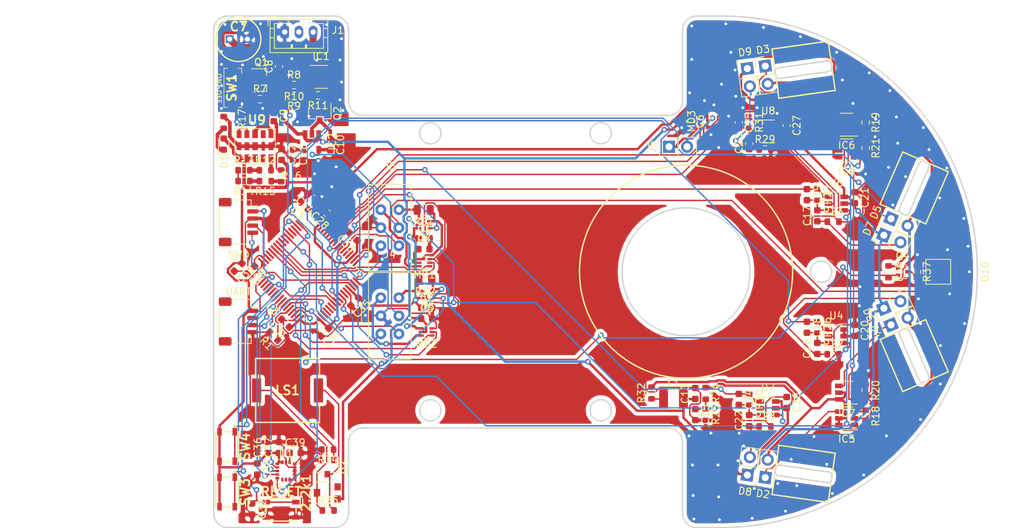
<source format=kicad_pcb>
(kicad_pcb (version 20171130) (host pcbnew "(5.1.9)-1")
  (layers (0 F.Cu signal) (31 B.Cu signal) (34 B.Paste user) (35 F.Paste user) (36 B.SilkS user) (37 F.SilkS user) (38 B.Mask user) (39 F.Mask user) (44 Edge.Cuts user))
  (net 0 "")
  (net 1 +BATT)
  (net 2 "Net-(2.2k1-Pad2)")
  (net 3 "Net-(2.2k1-Pad3)")
  (net 4 GND)
  (net 5 +3.3VA)
  (net 6 "Net-(C7-Pad1)")
  (net 7 +5V)
  (net 8 "Net-(C11-Pad1)")
  (net 9 +3V3)
  (net 10 VREF)
  (net 11 "Net-(C16-Pad2)")
  (net 12 "Net-(C16-Pad1)")
  (net 13 "Net-(C17-Pad2)")
  (net 14 "Net-(C17-Pad1)")
  (net 15 /Controller/SENSOR_WALL_FR)
  (net 16 /Controller/SENSOR_WALL_FL)
  (net 17 "Net-(C22-Pad2)")
  (net 18 "Net-(C22-Pad1)")
  (net 19 "Net-(C23-Pad2)")
  (net 20 "Net-(C23-Pad1)")
  (net 21 /Controller/SENSOR_WALL_SR)
  (net 22 /Controller/SENSOR_WALL_SL)
  (net 23 "Net-(C28-Pad1)")
  (net 24 "Net-(C29-Pad1)")
  (net 25 /Controller/RESET)
  (net 26 "Net-(C39-Pad1)")
  (net 27 "Net-(D1-Pad1)")
  (net 28 "Net-(D10-Pad1)")
  (net 29 "Net-(D10-Pad3)")
  (net 30 "Net-(IC1-Pad5)")
  (net 31 "Net-(IC1-Pad4)")
  (net 32 /Power/BAT)
  (net 33 "Net-(IC1-Pad1)")
  (net 34 "Net-(IC5-Pad3)")
  (net 35 /Controller/IRLED_SIDE)
  (net 36 "Net-(IC6-Pad3)")
  (net 37 "Net-(IC7-Pad3)")
  (net 38 /Controller/IRLED_FRONT)
  (net 39 "Net-(IC8-Pad3)")
  (net 40 "Net-(J1-Pad2)")
  (net 41 /Controller/SWDCLK)
  (net 42 /Controller/SWDIO)
  (net 43 /DRV8212/ENC1_A)
  (net 44 /DRV8212/ENC1_B)
  (net 45 "Net-(J3-Pad2)")
  (net 46 "Net-(J3-Pad1)")
  (net 47 /DRV8212/ENC2_A)
  (net 48 /DRV8212/ENC2_B)
  (net 49 "Net-(J4-Pad2)")
  (net 50 "Net-(J4-Pad1)")
  (net 51 "Net-(J5-Pad2)")
  (net 52 "Net-(J5-Pad1)")
  (net 53 "Net-(L1-Pad1)")
  (net 54 "Net-(LS1-Pad2)")
  (net 55 "Net-(MD1-Pad4)")
  (net 56 /Controller/MD1_IN2)
  (net 57 /Controller/MD1_IN1)
  (net 58 "Net-(MD2-Pad4)")
  (net 59 /Controller/MD2_IN1)
  (net 60 /DRV8212/MD2_IN1)
  (net 61 /Controller/MD_SUC_IN2)
  (net 62 /Controller/MD_SUC_IN1)
  (net 63 "Net-(Q1-Pad1)")
  (net 64 /Controller/SPEAKER)
  (net 65 /Controller/FULLCOLOR_LED)
  (net 66 "Net-(R8-Pad2)")
  (net 67 "Net-(R12-Pad2)")
  (net 68 "Net-(R12-Pad1)")
  (net 69 "Net-(R13-Pad1)")
  (net 70 "Net-(R14-Pad1)")
  (net 71 "Net-(R15-Pad1)")
  (net 72 /Controller/SW2)
  (net 73 /Controller/SW1)
  (net 74 "Net-(U1-Pad7)")
  (net 75 "Net-(U1-Pad6)")
  (net 76 /IMU/CS)
  (net 77 /Controller/IMU_MISO)
  (net 78 /Controller/IMU_SCK)
  (net 79 /Controller/IMU_MOSI)
  (net 80 /Controller/MD1_CS)
  (net 81 "Net-(U3-Pad54)")
  (net 82 "Net-(U3-Pad53)")
  (net 83 "Net-(U3-Pad52)")
  (net 84 "Net-(U3-Pad51)")
  (net 85 "Net-(U3-Pad50)")
  (net 86 "Net-(U3-Pad45)")
  (net 87 "Net-(U3-Pad40)")
  (net 88 "Net-(U3-Pad39)")
  (net 89 "Net-(U3-Pad36)")
  (net 90 "Net-(U3-Pad30)")
  (net 91 "Net-(U3-Pad29)")
  (net 92 "Net-(U3-Pad28)")
  (net 93 "Net-(U3-Pad21)")
  (net 94 "Net-(U3-Pad20)")
  (net 95 "Net-(U3-Pad11)")
  (net 96 /Controller/MD2_CS)
  (net 97 "Net-(U3-Pad6)")
  (net 98 "Net-(U3-Pad5)")
  (net 99 "Net-(U3-Pad4)")
  (net 100 "Net-(U3-Pad3)")
  (net 101 "Net-(U3-Pad2)")
  (net 102 "Net-(U9-Pad2)")
  (net 103 "Net-(U9-Pad4)")
  (net 104 "Net-(U9-Pad10)")
  (net 105 /Controller/UART_TX)
  (net 106 /Controller/UART_RX)
  (net 107 "Net-(R1-Pad1)")
  (net 108 "Net-(D2-Pad1)")
  (net 109 "Net-(D3-Pad1)")
  (net 110 "Net-(D4-Pad1)")
  (net 111 "Net-(D5-Pad1)")
  (net 112 "Net-(C7-Pad2)")
  (module Sprion-circuit:1717CXR+IE2-4096 (layer F.Cu) (at 73.3 72.8)
    (fp_text reference J3 (at 0 -8.64) (layer F.SilkS))
    (fp_text value Conn_02x03_Odd_Even)
    (pad 4 thru_hole circle (at 1.27 0) (size 1.524 1.524) (drill 0.762) (layers *.Cu *.Mask) (net 7 +5V))
    (pad 3 thru_hole circle (at -1.27 0) (size 1.524 1.524) (drill 0.762) (layers *.Cu *.Mask) (net 4 GND))
    (pad 2 thru_hole circle (at 1.27 -2.54) (size 1.524 1.524) (drill 0.762) (layers *.Cu *.Mask) (net 45 "Net-(J3-Pad2)"))
    (pad 1 thru_hole circle (at -1.27 -2.54) (size 1.524 1.524) (drill 0.762) (layers *.Cu *.Mask) (net 46 "Net-(J3-Pad1)"))
    (pad 6 thru_hole circle (at 1.27 2.54) (size 1.524 1.524) (drill 0.762) (layers *.Cu *.Mask) (net 43 /DRV8212/ENC1_A))
    (pad 5 thru_hole circle (at -1.27 2.54) (size 1.524 1.524) (drill 0.762) (layers *.Cu *.Mask) (net 44 /DRV8212/ENC1_B))
  )
  (module Sprion-circuit:1717CXR+IE2-4096 (layer F.Cu) (at 73.3 85.2)
    (fp_text reference J4 (at 0 -8.64) (layer F.SilkS))
    (fp_text value Conn_02x03_Odd_Even)
    (pad 4 thru_hole circle (at 1.27 0) (size 1.524 1.524) (drill 0.762) (layers *.Cu *.Mask) (net 7 +5V))
    (pad 3 thru_hole circle (at -1.27 0) (size 1.524 1.524) (drill 0.762) (layers *.Cu *.Mask) (net 4 GND))
    (pad 2 thru_hole circle (at 1.27 -2.54) (size 1.524 1.524) (drill 0.762) (layers *.Cu *.Mask) (net 49 "Net-(J4-Pad2)"))
    (pad 1 thru_hole circle (at -1.27 -2.54) (size 1.524 1.524) (drill 0.762) (layers *.Cu *.Mask) (net 50 "Net-(J4-Pad1)"))
    (pad 6 thru_hole circle (at 1.27 2.54) (size 1.524 1.524) (drill 0.762) (layers *.Cu *.Mask) (net 47 /DRV8212/ENC2_A))
    (pad 5 thru_hole circle (at -1.27 2.54) (size 1.524 1.524) (drill 0.762) (layers *.Cu *.Mask) (net 48 /DRV8212/ENC2_B))
  )
  (module Package_QFP:LQFP-64_10x10mm_P0.5mm (layer F.Cu) (at 62 79 135)
    (fp_text reference U3 (at 0 -7.4 135) (layer F.SilkS))
    (fp_text value STM32F405RGTx)
    (pad 64 smd roundrect (at -3.75 -5.675 135) (size 0.3 1.55) (layers F.Cu F.Paste F.Mask) (net 9 +3V3))
    (pad 63 smd roundrect (at -3.25 -5.675 135) (size 0.3 1.55) (layers F.Cu F.Paste F.Mask) (net 4 GND))
    (pad 62 smd roundrect (at -2.75 -5.675 135) (size 0.3 1.55) (layers F.Cu F.Paste F.Mask) (net 65 /Controller/FULLCOLOR_LED))
    (pad 61 smd roundrect (at -2.25 -5.675 135) (size 0.3 1.55) (layers F.Cu F.Paste F.Mask) (net 76 /IMU/CS))
    (pad 60 smd roundrect (at -1.75 -5.675 135) (size 0.3 1.55) (layers F.Cu F.Paste F.Mask) (net 107 "Net-(R1-Pad1)"))
    (pad 59 smd roundrect (at -1.25 -5.675 135) (size 0.3 1.55) (layers F.Cu F.Paste F.Mask) (net 48 /DRV8212/ENC2_B))
    (pad 58 smd roundrect (at -0.75 -5.675 135) (size 0.3 1.55) (layers F.Cu F.Paste F.Mask) (net 47 /DRV8212/ENC2_A))
    (pad 57 smd roundrect (at -0.25 -5.675 135) (size 0.3 1.55) (layers F.Cu F.Paste F.Mask) (net 79 /Controller/IMU_MOSI))
    (pad 56 smd roundrect (at 0.25 -5.675 135) (size 0.3 1.55) (layers F.Cu F.Paste F.Mask) (net 77 /Controller/IMU_MISO))
    (pad 55 smd roundrect (at 0.75 -5.675 135) (size 0.3 1.55) (layers F.Cu F.Paste F.Mask) (net 78 /Controller/IMU_SCK))
    (pad 54 smd roundrect (at 1.25 -5.675 135) (size 0.3 1.55) (layers F.Cu F.Paste F.Mask) (net 81 "Net-(U3-Pad54)"))
    (pad 53 smd roundrect (at 1.75 -5.675 135) (size 0.3 1.55) (layers F.Cu F.Paste F.Mask) (net 82 "Net-(U3-Pad53)"))
    (pad 52 smd roundrect (at 2.25 -5.675 135) (size 0.3 1.55) (layers F.Cu F.Paste F.Mask) (net 83 "Net-(U3-Pad52)"))
    (pad 51 smd roundrect (at 2.75 -5.675 135) (size 0.3 1.55) (layers F.Cu F.Paste F.Mask) (net 84 "Net-(U3-Pad51)"))
    (pad 50 smd roundrect (at 3.25 -5.675 135) (size 0.3 1.55) (layers F.Cu F.Paste F.Mask) (net 85 "Net-(U3-Pad50)"))
    (pad 49 smd roundrect (at 3.75 -5.675 135) (size 0.3 1.55) (layers F.Cu F.Paste F.Mask) (net 41 /Controller/SWDCLK))
    (pad 48 smd roundrect (at 5.675 -3.75 135) (size 1.55 0.3) (layers F.Cu F.Paste F.Mask) (net 9 +3V3))
    (pad 47 smd roundrect (at 5.675 -3.25 135) (size 1.55 0.3) (layers F.Cu F.Paste F.Mask) (net 24 "Net-(C29-Pad1)"))
    (pad 46 smd roundrect (at 5.675 -2.75 135) (size 1.55 0.3) (layers F.Cu F.Paste F.Mask) (net 42 /Controller/SWDIO))
    (pad 45 smd roundrect (at 5.675 -2.25 135) (size 1.55 0.3) (layers F.Cu F.Paste F.Mask) (net 86 "Net-(U3-Pad45)"))
    (pad 44 smd roundrect (at 5.675 -1.75 135) (size 1.55 0.3) (layers F.Cu F.Paste F.Mask) (net 60 /DRV8212/MD2_IN1))
    (pad 43 smd roundrect (at 5.675 -1.25 135) (size 1.55 0.3) (layers F.Cu F.Paste F.Mask) (net 59 /Controller/MD2_IN1))
    (pad 42 smd roundrect (at 5.675 -0.75 135) (size 1.55 0.3) (layers F.Cu F.Paste F.Mask) (net 56 /Controller/MD1_IN2))
    (pad 41 smd roundrect (at 5.675 -0.25 135) (size 1.55 0.3) (layers F.Cu F.Paste F.Mask) (net 57 /Controller/MD1_IN1))
    (pad 40 smd roundrect (at 5.675 0.25 135) (size 1.55 0.3) (layers F.Cu F.Paste F.Mask) (net 87 "Net-(U3-Pad40)"))
    (pad 39 smd roundrect (at 5.675 0.75 135) (size 1.55 0.3) (layers F.Cu F.Paste F.Mask) (net 88 "Net-(U3-Pad39)"))
    (pad 38 smd roundrect (at 5.675 1.25 135) (size 1.55 0.3) (layers F.Cu F.Paste F.Mask) (net 35 /Controller/IRLED_SIDE))
    (pad 37 smd roundrect (at 5.675 1.75 135) (size 1.55 0.3) (layers F.Cu F.Paste F.Mask) (net 38 /Controller/IRLED_FRONT))
    (pad 36 smd roundrect (at 5.675 2.25 135) (size 1.55 0.3) (layers F.Cu F.Paste F.Mask) (net 89 "Net-(U3-Pad36)"))
    (pad 35 smd roundrect (at 5.675 2.75 135) (size 1.55 0.3) (layers F.Cu F.Paste F.Mask) (net 64 /Controller/SPEAKER))
    (pad 34 smd roundrect (at 5.675 3.25 135) (size 1.55 0.3) (layers F.Cu F.Paste F.Mask) (net 72 /Controller/SW2))
    (pad 33 smd roundrect (at 5.675 3.75 135) (size 1.55 0.3) (layers F.Cu F.Paste F.Mask) (net 73 /Controller/SW1))
    (pad 32 smd roundrect (at 3.75 5.675 135) (size 0.3 1.55) (layers F.Cu F.Paste F.Mask) (net 9 +3V3))
    (pad 31 smd roundrect (at 3.25 5.675 135) (size 0.3 1.55) (layers F.Cu F.Paste F.Mask) (net 23 "Net-(C28-Pad1)"))
    (pad 30 smd roundrect (at 2.75 5.675 135) (size 0.3 1.55) (layers F.Cu F.Paste F.Mask) (net 90 "Net-(U3-Pad30)"))
    (pad 29 smd roundrect (at 2.25 5.675 135) (size 0.3 1.55) (layers F.Cu F.Paste F.Mask) (net 91 "Net-(U3-Pad29)"))
    (pad 28 smd roundrect (at 1.75 5.675 135) (size 0.3 1.55) (layers F.Cu F.Paste F.Mask) (net 92 "Net-(U3-Pad28)"))
    (pad 27 smd roundrect (at 1.25 5.675 135) (size 0.3 1.55) (layers F.Cu F.Paste F.Mask) (net 21 /Controller/SENSOR_WALL_SR))
    (pad 26 smd roundrect (at 0.75 5.675 135) (size 0.3 1.55) (layers F.Cu F.Paste F.Mask) (net 22 /Controller/SENSOR_WALL_SL))
    (pad 25 smd roundrect (at 0.25 5.675 135) (size 0.3 1.55) (layers F.Cu F.Paste F.Mask) (net 16 /Controller/SENSOR_WALL_FL))
    (pad 24 smd roundrect (at -0.25 5.675 135) (size 0.3 1.55) (layers F.Cu F.Paste F.Mask) (net 15 /Controller/SENSOR_WALL_FR))
    (pad 23 smd roundrect (at -0.75 5.675 135) (size 0.3 1.55) (layers F.Cu F.Paste F.Mask) (net 44 /DRV8212/ENC1_B))
    (pad 22 smd roundrect (at -1.25 5.675 135) (size 0.3 1.55) (layers F.Cu F.Paste F.Mask) (net 43 /DRV8212/ENC1_A))
    (pad 21 smd roundrect (at -1.75 5.675 135) (size 0.3 1.55) (layers F.Cu F.Paste F.Mask) (net 93 "Net-(U3-Pad21)"))
    (pad 20 smd roundrect (at -2.25 5.675 135) (size 0.3 1.55) (layers F.Cu F.Paste F.Mask) (net 94 "Net-(U3-Pad20)"))
    (pad 19 smd roundrect (at -2.75 5.675 135) (size 0.3 1.55) (layers F.Cu F.Paste F.Mask) (net 9 +3V3))
    (pad 18 smd roundrect (at -3.25 5.675 135) (size 0.3 1.55) (layers F.Cu F.Paste F.Mask) (net 4 GND))
    (pad 17 smd roundrect (at -3.75 5.675 135) (size 0.3 1.55) (layers F.Cu F.Paste F.Mask) (net 61 /Controller/MD_SUC_IN2))
    (pad 16 smd roundrect (at -5.675 3.75 135) (size 1.55 0.3) (layers F.Cu F.Paste F.Mask) (net 62 /Controller/MD_SUC_IN1))
    (pad 15 smd roundrect (at -5.675 3.25 135) (size 1.55 0.3) (layers F.Cu F.Paste F.Mask) (net 106 /Controller/UART_RX))
    (pad 14 smd roundrect (at -5.675 2.75 135) (size 1.55 0.3) (layers F.Cu F.Paste F.Mask) (net 105 /Controller/UART_TX))
    (pad 13 smd roundrect (at -5.675 2.25 135) (size 1.55 0.3) (layers F.Cu F.Paste F.Mask) (net 5 +3.3VA))
    (pad 12 smd roundrect (at -5.675 1.75 135) (size 1.55 0.3) (layers F.Cu F.Paste F.Mask) (net 4 GND))
    (pad 11 smd roundrect (at -5.675 1.25 135) (size 1.55 0.3) (layers F.Cu F.Paste F.Mask) (net 95 "Net-(U3-Pad11)"))
    (pad 10 smd roundrect (at -5.675 0.75 135) (size 1.55 0.3) (layers F.Cu F.Paste F.Mask) (net 96 /Controller/MD2_CS))
    (pad 9 smd roundrect (at -5.675 0.25 135) (size 1.55 0.3) (layers F.Cu F.Paste F.Mask) (net 80 /Controller/MD1_CS))
    (pad 8 smd roundrect (at -5.675 -0.25 135) (size 1.55 0.3) (layers F.Cu F.Paste F.Mask) (net 32 /Power/BAT))
    (pad 7 smd roundrect (at -5.675 -0.75 135) (size 1.55 0.3) (layers F.Cu F.Paste F.Mask) (net 25 /Controller/RESET))
    (pad 6 smd roundrect (at -5.675 -1.25 135) (size 1.55 0.3) (layers F.Cu F.Paste F.Mask) (net 97 "Net-(U3-Pad6)"))
    (pad 5 smd roundrect (at -5.675 -1.75 135) (size 1.55 0.3) (layers F.Cu F.Paste F.Mask) (net 98 "Net-(U3-Pad5)"))
    (pad 4 smd roundrect (at -5.675 -2.25 135) (size 1.55 0.3) (layers F.Cu F.Paste F.Mask) (net 99 "Net-(U3-Pad4)"))
    (pad 3 smd roundrect (at -5.675 -2.75 135) (size 1.55 0.3) (layers F.Cu F.Paste F.Mask) (net 100 "Net-(U3-Pad3)"))
    (pad 2 smd roundrect (at -5.675 -3.25 135) (size 1.55 0.3) (layers F.Cu F.Paste F.Mask) (net 101 "Net-(U3-Pad2)"))
    (pad 1 smd roundrect (at -5.675 -3.75 135) (size 1.55 0.3) (layers F.Cu F.Paste F.Mask) (net 9 +3V3))
  )
  (module Sprion-circuit:SK6812MINI (layer F.Cu) (at 150.5 79 270)
    (fp_text reference D10 (at 0 -6.612 90) (layer F.SilkS))
    (fp_text value SK6812MINI)
    (pad 4 smd rect (at -0.95 0.9 270) (size 2.4 0.8) (layers F.Cu F.Paste F.Mask) (net 4 GND))
    (pad 3 smd rect (at -1.4 -0.65 270) (size 1.5 1.3) (layers F.Cu F.Paste F.Mask) (net 29 "Net-(D10-Pad3)"))
    (pad 2 smd rect (at 1.05 -0.7 270) (size 2.2 1.2) (layers F.Cu F.Paste F.Mask) (net 7 +5V))
    (pad 1 smd rect (at 1.5 0.85 270) (size 1.3 0.9) (layers F.Cu F.Paste F.Mask) (net 28 "Net-(D10-Pad1)"))
  )
  (module Sprion-circuit:SOT-563 (layer F.Cu) (at 117.478 57.8125 90)
    (fp_text reference MD3 (at 0 -1.7 90) (layer F.SilkS))
    (fp_text value DRV8212_DRL)
    (pad 1 smd rect (at -0.75 -0.5 90) (size 0.7 0.34) (layers F.Cu F.Paste F.Mask) (net 62 /Controller/MD_SUC_IN1))
    (pad 3 smd rect (at -0.75 0.5 90) (size 0.7 0.34) (layers F.Cu F.Paste F.Mask) (net 4 GND))
    (pad 6 smd rect (at 0.75 -0.5 90) (size 0.7 0.34) (layers F.Cu F.Paste F.Mask) (net 52 "Net-(J5-Pad1)"))
    (pad 2 smd rect (at -0.75 0 90) (size 0.7 0.34) (layers F.Cu F.Paste F.Mask) (net 61 /Controller/MD_SUC_IN2))
    (pad 4 smd rect (at 0.75 0.5 90) (size 0.7 0.34) (layers F.Cu F.Paste F.Mask) (net 51 "Net-(J5-Pad2)"))
    (pad 5 smd rect (at 0.75 0 90) (size 0.7 0.34) (layers F.Cu F.Paste F.Mask) (net 1 +BATT))
  )
  (module Resistor_SMD:R_0603_1608Metric (layer F.Cu) (at 126.111 61.7855)
    (fp_text reference R29 (at 0 -1.43) (layer F.SilkS))
    (fp_text value 100k)
    (pad 2 smd roundrect (at 0.825 0) (size 0.8 0.95) (layers F.Cu F.Paste F.Mask) (net 4 GND))
    (pad 1 smd roundrect (at -0.825 0) (size 0.8 0.95) (layers F.Cu F.Paste F.Mask) (net 20 "Net-(C23-Pad1)"))
  )
  (module Resistor_SMD:R_0603_1608Metric (layer F.Cu) (at 123.888 57.9755 270)
    (fp_text reference R31 (at 0 -1.43 90) (layer F.SilkS))
    (fp_text value 220k)
    (pad 2 smd roundrect (at 0.825 0 270) (size 0.8 0.95) (layers F.Cu F.Paste F.Mask) (net 19 "Net-(C23-Pad2)"))
    (pad 1 smd roundrect (at -0.825 0 270) (size 0.8 0.95) (layers F.Cu F.Paste F.Mask) (net 22 /Controller/SENSOR_WALL_SL))
  )
  (module Package_TO_SOT_SMD:SOT-23-6 (layer F.Cu) (at 126.556 59.2455)
    (fp_text reference U8 (at 0 -2.9) (layer F.SilkS))
    (fp_text value TLV9061)
    (pad 5 smd rect (at 1.1 0) (size 1.06 0.65) (layers F.Cu F.Paste F.Mask) (net 5 +3.3VA))
    (pad 6 smd rect (at 1.1 -0.95) (size 1.06 0.65) (layers F.Cu F.Paste F.Mask) (net 5 +3.3VA))
    (pad 4 smd rect (at 1.1 0.95) (size 1.06 0.65) (layers F.Cu F.Paste F.Mask) (net 10 VREF))
    (pad 3 smd rect (at -1.1 0.95) (size 1.06 0.65) (layers F.Cu F.Paste F.Mask) (net 19 "Net-(C23-Pad2)"))
    (pad 2 smd rect (at -1.1 0) (size 1.06 0.65) (layers F.Cu F.Paste F.Mask) (net 4 GND))
    (pad 1 smd rect (at -1.1 -0.95) (size 1.06 0.65) (layers F.Cu F.Paste F.Mask) (net 22 /Controller/SENSOR_WALL_SL))
  )
  (module Capacitor_SMD:C_0603_1608Metric (layer F.Cu) (at 133.477 71.12 90)
    (fp_text reference C17 (at 0 -1.43 90) (layer F.SilkS))
    (fp_text value 0.01u)
    (pad 2 smd roundrect (at 0.775 0 90) (size 0.9 0.95) (layers F.Cu F.Paste F.Mask) (net 13 "Net-(C17-Pad2)"))
    (pad 1 smd roundrect (at -0.775 0 90) (size 0.9 0.95) (layers F.Cu F.Paste F.Mask) (net 14 "Net-(C17-Pad1)"))
  )
  (module Capacitor_SMD:C_0603_1608Metric (layer F.Cu) (at 115.572 57.8125 270)
    (fp_text reference C6 (at 0 -1.43 90) (layer F.SilkS))
    (fp_text value 0.1u)
    (pad 2 smd roundrect (at 0.775 0 270) (size 0.9 0.95) (layers F.Cu F.Paste F.Mask) (net 4 GND))
    (pad 1 smd roundrect (at -0.775 0 270) (size 0.9 0.95) (layers F.Cu F.Paste F.Mask) (net 1 +BATT))
  )
  (module Capacitor_SMD:C_0603_1608Metric (layer F.Cu) (at 59.69 62.5856 270)
    (fp_text reference C11 (at 0 -1.43 90) (layer F.SilkS))
    (fp_text value 0.1u)
    (pad 2 smd roundrect (at 0.775 0 270) (size 0.9 0.95) (layers F.Cu F.Paste F.Mask) (net 4 GND))
    (pad 1 smd roundrect (at -0.775 0 270) (size 0.9 0.95) (layers F.Cu F.Paste F.Mask) (net 8 "Net-(C11-Pad1)"))
  )
  (module Capacitor_SMD:C_0603_1608Metric (layer F.Cu) (at 56.9595 57.023 270)
    (fp_text reference C9 (at 0 -1.43 90) (layer F.SilkS))
    (fp_text value 10u)
    (pad 2 smd roundrect (at 0.775 0 270) (size 0.9 0.95) (layers F.Cu F.Paste F.Mask) (net 4 GND))
    (pad 1 smd roundrect (at -0.775 0 270) (size 0.9 0.95) (layers F.Cu F.Paste F.Mask) (net 1 +BATT))
  )
  (module Capacitor_SMD:C_0603_1608Metric (layer F.Cu) (at 123.888 99.949 90)
    (fp_text reference C22 (at 0 -1.43 90) (layer F.SilkS))
    (fp_text value 0.01u)
    (pad 2 smd roundrect (at 0.775 0 90) (size 0.9 0.95) (layers F.Cu F.Paste F.Mask) (net 17 "Net-(C22-Pad2)"))
    (pad 1 smd roundrect (at -0.775 0 90) (size 0.9 0.95) (layers F.Cu F.Paste F.Mask) (net 18 "Net-(C22-Pad1)"))
  )
  (module Capacitor_SMD:C_0603_1608Metric (layer F.Cu) (at 122.428 96.9645 270)
    (fp_text reference C24 (at 0 -1.43 90) (layer F.SilkS))
    (fp_text value 22p)
    (pad 2 smd roundrect (at 0.775 0 270) (size 0.9 0.95) (layers F.Cu F.Paste F.Mask) (net 17 "Net-(C22-Pad2)"))
    (pad 1 smd roundrect (at -0.775 0 270) (size 0.9 0.95) (layers F.Cu F.Paste F.Mask) (net 21 /Controller/SENSOR_WALL_SR))
  )
  (module Capacitor_SMD:C_0603_1608Metric (layer F.Cu) (at 129.159 58.42 270)
    (fp_text reference C27 (at 0 -1.43 90) (layer F.SilkS))
    (fp_text value 0.1u)
    (pad 2 smd roundrect (at 0.775 0 270) (size 0.9 0.95) (layers F.Cu F.Paste F.Mask) (net 5 +3.3VA))
    (pad 1 smd roundrect (at -0.775 0 270) (size 0.9 0.95) (layers F.Cu F.Paste F.Mask) (net 4 GND))
  )
  (module Resistor_SMD:R_0603_1608Metric (layer F.Cu) (at 64.559 104.026 180)
    (fp_text reference R34 (at 0 -1.43) (layer F.SilkS))
    (fp_text value 10k)
    (pad 2 smd roundrect (at 0.825 0 180) (size 0.8 0.95) (layers F.Cu F.Paste F.Mask) (net 4 GND))
    (pad 1 smd roundrect (at -0.825 0 180) (size 0.8 0.95) (layers F.Cu F.Paste F.Mask) (net 64 /Controller/SPEAKER))
  )
  (module Sprion-circuit:LXDC55FAAA203 (layer F.Cu) (at 56.5785 59.6265)
    (fp_text reference U9 (at -2 -2) (layer F.SilkS) (effects (font (size 1.27 1.27) (thickness 0.254))))
    (fp_text value LXDC55FAAA-203 hide)
    (pad 1 smd rect (at 0 0) (size 0.7 1.1) (layers F.Cu F.Paste F.Mask) (net 1 +BATT))
    (pad 2 smd rect (at -1.1 0) (size 0.7 1.1) (layers F.Cu F.Paste F.Mask) (net 102 "Net-(U9-Pad2)"))
    (pad 3 smd rect (at -2.25 0) (size 0.8 1.1) (layers F.Cu F.Paste F.Mask) (net 1 +BATT))
    (pad 4 smd rect (at -3.4 0) (size 0.7 1.1) (layers F.Cu F.Paste F.Mask) (net 103 "Net-(U9-Pad4)"))
    (pad 5 smd rect (at -4.5 0) (size 0.7 1.1) (layers F.Cu F.Paste F.Mask) (net 103 "Net-(U9-Pad4)"))
    (pad 6 smd rect (at -4.5 1.7) (size 0.7 1.1) (layers F.Cu F.Paste F.Mask) (net 4 GND))
    (pad 7 smd rect (at -4.5 3.4) (size 0.7 1.1) (layers F.Cu F.Paste F.Mask) (net 9 +3V3))
    (pad 8 smd rect (at -3.4 3.4) (size 0.7 1.1) (layers F.Cu F.Paste F.Mask) (net 9 +3V3))
    (pad 9 smd rect (at -2.25 3.4) (size 0.8 1.1) (layers F.Cu F.Paste F.Mask) (net 9 +3V3))
    (pad 10 smd rect (at -1.1 3.4) (size 0.7 1.1) (layers F.Cu F.Paste F.Mask) (net 104 "Net-(U9-Pad10)"))
    (pad 11 smd rect (at 0 3.4) (size 0.7 1.1) (layers F.Cu F.Paste F.Mask) (net 67 "Net-(R12-Pad2)"))
    (pad 12 smd rect (at 0 1.7) (size 0.7 1.1) (layers F.Cu F.Paste F.Mask) (net 4 GND))
    (pad 13 smd rect (at -2.25 1.7) (size 0.8 1.1) (layers F.Cu F.Paste F.Mask) (net 4 GND))
    (pad 14 smd rect (at -3.4 1.7) (size 0.7 1.1) (layers F.Cu F.Paste F.Mask) (net 4 GND))
  )
  (module Capacitor_SMD:C_0603_1608Metric (layer F.Cu) (at 64.9224 61.1124 270)
    (fp_text reference C10 (at 0 -1.43 90) (layer F.SilkS))
    (fp_text value 10u)
    (pad 2 smd roundrect (at 0.775 0 270) (size 0.9 0.95) (layers F.Cu F.Paste F.Mask) (net 7 +5V))
    (pad 1 smd roundrect (at -0.775 0 270) (size 0.9 0.95) (layers F.Cu F.Paste F.Mask) (net 4 GND))
  )
  (module Capacitor_SMD:C_0603_1608Metric (layer F.Cu) (at 132.016 86.8045 270)
    (fp_text reference C18 (at 0 -1.43 90) (layer F.SilkS))
    (fp_text value 22p)
    (pad 2 smd roundrect (at 0.775 0 270) (size 0.9 0.95) (layers F.Cu F.Paste F.Mask) (net 11 "Net-(C16-Pad2)"))
    (pad 1 smd roundrect (at -0.775 0 270) (size 0.9 0.95) (layers F.Cu F.Paste F.Mask) (net 15 /Controller/SENSOR_WALL_FR))
  )
  (module Capacitor_SMD:C_0603_1608Metric (layer F.Cu) (at 78.1295 74.2885)
    (fp_text reference C1 (at 0 -1.43) (layer F.SilkS))
    (fp_text value 0.1u)
    (pad 2 smd roundrect (at 0.775 0) (size 0.9 0.95) (layers F.Cu F.Paste F.Mask) (net 4 GND))
    (pad 1 smd roundrect (at -0.775 0) (size 0.9 0.95) (layers F.Cu F.Paste F.Mask) (net 5 +3.3VA))
  )
  (module Capacitor_SMD:C_0603_1608Metric (layer F.Cu) (at 78.486 85.598)
    (fp_text reference C5 (at 0 -1.43) (layer F.SilkS))
    (fp_text value 0.1u)
    (pad 2 smd roundrect (at 0.775 0) (size 0.9 0.95) (layers F.Cu F.Paste F.Mask) (net 4 GND))
    (pad 1 smd roundrect (at -0.775 0) (size 0.9 0.95) (layers F.Cu F.Paste F.Mask) (net 1 +BATT))
  )
  (module Capacitor_SMD:C_0603_1608Metric (layer F.Cu) (at 68.1355 74.041 135)
    (fp_text reference C33 (at 0 -1.43 135) (layer F.SilkS))
    (fp_text value 0.1u)
    (pad 2 smd roundrect (at 0.775 0 135) (size 0.9 0.95) (layers F.Cu F.Paste F.Mask) (net 4 GND))
    (pad 1 smd roundrect (at -0.775 0 135) (size 0.9 0.95) (layers F.Cu F.Paste F.Mask) (net 9 +3V3))
  )
  (module Capacitor_SMD:C_0603_1608Metric (layer F.Cu) (at 57.7 50.1 90)
    (fp_text reference C8 (at 0 -1.43 90) (layer F.SilkS))
    (fp_text value 0.1u)
    (pad 2 smd roundrect (at 0.775 0 90) (size 0.9 0.95) (layers F.Cu F.Paste F.Mask) (net 112 "Net-(C7-Pad2)"))
    (pad 1 smd roundrect (at -0.775 0 90) (size 0.9 0.95) (layers F.Cu F.Paste F.Mask) (net 1 +BATT))
  )
  (module Capacitor_SMD:C_0603_1608Metric (layer F.Cu) (at 116.297 96.1355 90)
    (fp_text reference C13 (at 0 -1.43 90) (layer F.SilkS))
    (fp_text value 10u)
    (pad 2 smd roundrect (at 0.775 0 90) (size 0.9 0.95) (layers F.Cu F.Paste F.Mask) (net 4 GND))
    (pad 1 smd roundrect (at -0.775 0 90) (size 0.9 0.95) (layers F.Cu F.Paste F.Mask) (net 5 +3.3VA))
  )
  (module Sprion-circuit:Potentiometer_SMD_PVZ3A (layer F.Cu) (at 64.4955 110.122 90)
    (fp_text reference 2.2k1 (at 0 -3 90) (layer F.SilkS) (effects (font (size 1.27 1.27) (thickness 0.254))))
    (fp_text value R_POT_TRIM hide)
    (pad 1 smd rect (at -0.85 1.45 180) (size 0.9 1) (layers F.Cu F.Paste F.Mask) (net 1 +BATT))
    (pad 2 smd rect (at 0 -1.45 180) (size 0.9 1.1) (layers F.Cu F.Paste F.Mask) (net 2 "Net-(2.2k1-Pad2)"))
    (pad 3 smd rect (at 0.85 1.45 180) (size 0.9 1) (layers F.Cu F.Paste F.Mask) (net 3 "Net-(2.2k1-Pad3)"))
  )
  (module Capacitor_SMD:C_0603_1608Metric (layer F.Cu) (at 133.477 89.789 90)
    (fp_text reference C16 (at 0 -1.43 90) (layer F.SilkS))
    (fp_text value 0.01u)
    (pad 2 smd roundrect (at 0.775 0 90) (size 0.9 0.95) (layers F.Cu F.Paste F.Mask) (net 11 "Net-(C16-Pad2)"))
    (pad 1 smd roundrect (at -0.775 0 90) (size 0.9 0.95) (layers F.Cu F.Paste F.Mask) (net 12 "Net-(C16-Pad1)"))
  )
  (module Capacitor_SMD:C_0603_1608Metric (layer F.Cu) (at 64.476 70.7625 135)
    (fp_text reference C28 (at 0 -1.43 135) (layer F.SilkS))
    (fp_text value 2.2u)
    (pad 2 smd roundrect (at 0.775 0 135) (size 0.9 0.95) (layers F.Cu F.Paste F.Mask) (net 4 GND))
    (pad 1 smd roundrect (at -0.775 0 135) (size 0.9 0.95) (layers F.Cu F.Paste F.Mask) (net 23 "Net-(C28-Pad1)"))
  )
  (module Connector_PinHeader_2.54mm:PinHeader_1x02_P2.54mm_Vertical (layer F.Cu) (at 143.854 71.5282 67)
    (fp_text reference D5 (at 0.000001 -2.33 67) (layer F.SilkS))
    (fp_text value LED)
    (pad 2 thru_hole oval (at 0 2.54 67) (size 1.7 1.7) (drill 1) (layers *.Cu *.Mask) (net 9 +3V3))
    (pad 1 thru_hole rect (at 0 0 67) (size 1.7 1.7) (drill 1) (layers *.Cu *.Mask) (net 111 "Net-(D5-Pad1)"))
  )
  (module Connector_PinHeader_2.54mm:PinHeader_1x02_P2.54mm_Vertical (layer F.Cu) (at 142.844 84.1412 113)
    (fp_text reference D6 (at -0.000001 -2.33 113) (layer F.SilkS))
    (fp_text value D_Photo)
    (pad 2 thru_hole oval (at 0 2.54 113) (size 1.7 1.7) (drill 1) (layers *.Cu *.Mask) (net 12 "Net-(C16-Pad1)"))
    (pad 1 thru_hole rect (at 0 0 113) (size 1.7 1.7) (drill 1) (layers *.Cu *.Mask) (net 5 +3.3VA))
  )
  (module Capacitor_SMD:C_0603_1608Metric (layer F.Cu) (at 123.888 60.96 90)
    (fp_text reference C23 (at 0 -1.43 90) (layer F.SilkS))
    (fp_text value 0.01u)
    (pad 2 smd roundrect (at 0.775 0 90) (size 0.9 0.95) (layers F.Cu F.Paste F.Mask) (net 19 "Net-(C23-Pad2)"))
    (pad 1 smd roundrect (at -0.775 0 90) (size 0.9 0.95) (layers F.Cu F.Paste F.Mask) (net 20 "Net-(C23-Pad1)"))
  )
  (module Resistor_SMD:R_0603_1608Metric (layer F.Cu) (at 110.138 96.059 90)
    (fp_text reference R32 (at 0 -1.43 90) (layer F.SilkS))
    (fp_text value 2.7)
    (pad 2 smd roundrect (at 0.825 0 90) (size 0.8 0.95) (layers F.Cu F.Paste F.Mask) (net 9 +3V3))
    (pad 1 smd roundrect (at -0.825 0 90) (size 0.8 0.95) (layers F.Cu F.Paste F.Mask) (net 53 "Net-(L1-Pad1)"))
  )
  (module Resistor_SMD:R_0603_1608Metric (layer F.Cu) (at 117.758 96.1225 270)
    (fp_text reference R24 (at 0 -1.43 90) (layer F.SilkS))
    (fp_text value 10k)
    (pad 2 smd roundrect (at 0.825 0 270) (size 0.8 0.95) (layers F.Cu F.Paste F.Mask) (net 10 VREF))
    (pad 1 smd roundrect (at -0.825 0 270) (size 0.8 0.95) (layers F.Cu F.Paste F.Mask) (net 5 +3.3VA))
  )
  (module Resistor_SMD:R_0603_1608Metric (layer F.Cu) (at 143.5 79 270)
    (fp_text reference R36 (at 0 -1.43 90) (layer F.SilkS))
    (fp_text value 10k)
    (pad 2 smd roundrect (at 0.825 0 270) (size 0.8 0.95) (layers F.Cu F.Paste F.Mask) (net 65 /Controller/FULLCOLOR_LED))
    (pad 1 smd roundrect (at -0.825 0 270) (size 0.8 0.95) (layers F.Cu F.Paste F.Mask) (net 9 +3V3))
  )
  (module Package_TO_SOT_SMD:SOT-23-6 (layer F.Cu) (at 136.144 88.0745)
    (fp_text reference U4 (at 0 -2.9) (layer F.SilkS))
    (fp_text value TLV9061)
    (pad 5 smd rect (at 1.1 0) (size 1.06 0.65) (layers F.Cu F.Paste F.Mask) (net 5 +3.3VA))
    (pad 6 smd rect (at 1.1 -0.95) (size 1.06 0.65) (layers F.Cu F.Paste F.Mask) (net 5 +3.3VA))
    (pad 4 smd rect (at 1.1 0.95) (size 1.06 0.65) (layers F.Cu F.Paste F.Mask) (net 10 VREF))
    (pad 3 smd rect (at -1.1 0.95) (size 1.06 0.65) (layers F.Cu F.Paste F.Mask) (net 11 "Net-(C16-Pad2)"))
    (pad 2 smd rect (at -1.1 0) (size 1.06 0.65) (layers F.Cu F.Paste F.Mask) (net 4 GND))
    (pad 1 smd rect (at -1.1 -0.95) (size 1.06 0.65) (layers F.Cu F.Paste F.Mask) (net 15 /Controller/SENSOR_WALL_FR))
  )
  (module Sprion-circuit:SMT_4.2X3.2_ (layer F.Cu) (at 50.4 103.6 270)
    (fp_text reference SW4 (at 0 -2.54 90) (layer F.SilkS) (effects (font (size 1.27 1.27) (thickness 0.254))))
    (fp_text value SW_Push hide)
    (pad 1 smd rect (at -2.075 -1.075) (size 0.65 1.05) (layers F.Cu F.Paste F.Mask) (net 73 /Controller/SW1))
    (pad 1 smd rect (at 2.075 -1.075) (size 0.65 1.05) (layers F.Cu F.Paste F.Mask) (net 73 /Controller/SW1))
    (pad 2 smd rect (at -2.075 1.075) (size 0.65 1.05) (layers F.Cu F.Paste F.Mask) (net 9 +3V3))
    (pad 2 smd rect (at 2.075 1.075) (size 0.65 1.05) (layers F.Cu F.Paste F.Mask) (net 9 +3V3))
  )
  (module Capacitor_SMD:C_0603_1608Metric (layer F.Cu) (at 51.943 78.359 225)
    (fp_text reference C30 (at 0 -1.43 45) (layer F.SilkS))
    (fp_text value 0.1u)
    (pad 2 smd roundrect (at 0.775 0 225) (size 0.9 0.95) (layers F.Cu F.Paste F.Mask) (net 4 GND))
    (pad 1 smd roundrect (at -0.775 0 225) (size 0.9 0.95) (layers F.Cu F.Paste F.Mask) (net 9 +3V3))
  )
  (module Resistor_SMD:R_0805_2012Metric (layer F.Cu) (at 78.066 70.288 180)
    (fp_text reference RS1 (at 0 -1.65) (layer F.SilkS))
    (fp_text value 3m)
    (pad 2 smd roundrect (at 0.9125 0 180) (size 1.025 1.4) (layers F.Cu F.Paste F.Mask) (roundrect_rratio 0.243902) (net 45 "Net-(J3-Pad2)"))
    (pad 1 smd roundrect (at -0.9125 0 180) (size 1.025 1.4) (layers F.Cu F.Paste F.Mask) (roundrect_rratio 0.243902) (net 55 "Net-(MD1-Pad4)"))
  )
  (module Sprion-circuit:CAPPRD250W50D630H600 (layer F.Cu) (at 50.75 46.25)
    (fp_text reference C7 (at 1.27 -1.75) (layer F.SilkS) (effects (font (size 1.27 1.27) (thickness 0.254))))
    (fp_text value 100u hide)
    (pad 1 thru_hole rect (at 0 0) (size 1.1 1.1) (drill 0.7) (layers *.Cu *.Mask) (net 6 "Net-(C7-Pad1)"))
    (pad 2 thru_hole circle (at 2.5 0) (size 1.1 1.1) (drill 0.7) (layers *.Cu *.Mask) (net 112 "Net-(C7-Pad2)"))
  )
  (module Package_TO_SOT_SMD:SOT-23-6 (layer F.Cu) (at 126.532 98.2085)
    (fp_text reference U7 (at 0 -2.9) (layer F.SilkS))
    (fp_text value TLV9061)
    (pad 5 smd rect (at 1.1 0) (size 1.06 0.65) (layers F.Cu F.Paste F.Mask) (net 5 +3.3VA))
    (pad 6 smd rect (at 1.1 -0.95) (size 1.06 0.65) (layers F.Cu F.Paste F.Mask) (net 5 +3.3VA))
    (pad 4 smd rect (at 1.1 0.95) (size 1.06 0.65) (layers F.Cu F.Paste F.Mask) (net 10 VREF))
    (pad 3 smd rect (at -1.1 0.95) (size 1.06 0.65) (layers F.Cu F.Paste F.Mask) (net 17 "Net-(C22-Pad2)"))
    (pad 2 smd rect (at -1.1 0) (size 1.06 0.65) (layers F.Cu F.Paste F.Mask) (net 4 GND))
    (pad 1 smd rect (at -1.1 -0.95) (size 1.06 0.65) (layers F.Cu F.Paste F.Mask) (net 21 /Controller/SENSOR_WALL_SR))
  )
  (module Capacitor_SMD:C_0603_1608Metric (layer F.Cu) (at 116.297 99.107 270)
    (fp_text reference C15 (at 0 -1.43 90) (layer F.SilkS))
    (fp_text value 0.1u)
    (pad 2 smd roundrect (at 0.775 0 270) (size 0.9 0.95) (layers F.Cu F.Paste F.Mask) (net 4 GND))
    (pad 1 smd roundrect (at -0.775 0 270) (size 0.9 0.95) (layers F.Cu F.Paste F.Mask) (net 10 VREF))
  )
  (module Capacitor_SMD:C_0603_1608Metric (layer F.Cu) (at 78.105 75.819)
    (fp_text reference C4 (at 0 -1.43) (layer F.SilkS))
    (fp_text value 0.1u)
    (pad 2 smd roundrect (at 0.775 0) (size 0.9 0.95) (layers F.Cu F.Paste F.Mask) (net 4 GND))
    (pad 1 smd roundrect (at -0.775 0) (size 0.9 0.95) (layers F.Cu F.Paste F.Mask) (net 1 +BATT))
  )
  (module Capacitor_SMD:C_0603_1608Metric (layer F.Cu) (at 78.486 84.074)
    (fp_text reference C2 (at 0 -1.43) (layer F.SilkS))
    (fp_text value 0.1u)
    (pad 2 smd roundrect (at 0.775 0) (size 0.9 0.95) (layers F.Cu F.Paste F.Mask) (net 4 GND))
    (pad 1 smd roundrect (at -0.775 0) (size 0.9 0.95) (layers F.Cu F.Paste F.Mask) (net 5 +3.3VA))
  )
  (module Capacitor_SMD:C_0603_1608Metric (layer F.Cu) (at 138.748 87.249 270)
    (fp_text reference C20 (at 0 -1.43 90) (layer F.SilkS))
    (fp_text value 0.1u)
    (pad 2 smd roundrect (at 0.775 0 270) (size 0.9 0.95) (layers F.Cu F.Paste F.Mask) (net 5 +3.3VA))
    (pad 1 smd roundrect (at -0.775 0 270) (size 0.9 0.95) (layers F.Cu F.Paste F.Mask) (net 4 GND))
  )
  (module Capacitor_SMD:C_0603_1608Metric (layer F.Cu) (at 53.9 112.4 270)
    (fp_text reference C32 (at 0 -1.43 90) (layer F.SilkS))
    (fp_text value C)
    (pad 2 smd roundrect (at 0.775 0 270) (size 0.9 0.95) (layers F.Cu F.Paste F.Mask) (net 4 GND))
    (pad 1 smd roundrect (at -0.775 0 270) (size 0.9 0.95) (layers F.Cu F.Paste F.Mask) (net 25 /Controller/RESET))
  )
  (module Capacitor_SMD:C_0603_1608Metric (layer F.Cu) (at 58.0644 62.484 270)
    (fp_text reference C12 (at 0 -1.43 90) (layer F.SilkS))
    (fp_text value 10u)
    (pad 2 smd roundrect (at 0.775 0 270) (size 0.9 0.95) (layers F.Cu F.Paste F.Mask) (net 9 +3V3))
    (pad 1 smd roundrect (at -0.775 0 270) (size 0.9 0.95) (layers F.Cu F.Paste F.Mask) (net 4 GND))
  )
  (module Capacitor_SMD:C_0603_1608Metric (layer F.Cu) (at 129.159 97.409 270)
    (fp_text reference C26 (at 0 -1.43 90) (layer F.SilkS))
    (fp_text value 0.1u)
    (pad 2 smd roundrect (at 0.775 0 270) (size 0.9 0.95) (layers F.Cu F.Paste F.Mask) (net 5 +3.3VA))
    (pad 1 smd roundrect (at -0.775 0 270) (size 0.9 0.95) (layers F.Cu F.Paste F.Mask) (net 4 GND))
  )
  (module Capacitor_SMD:C_0603_1608Metric (layer F.Cu) (at 122.428 57.9755 270)
    (fp_text reference C25 (at 0 -1.43 90) (layer F.SilkS))
    (fp_text value 22p)
    (pad 2 smd roundrect (at 0.775 0 270) (size 0.9 0.95) (layers F.Cu F.Paste F.Mask) (net 19 "Net-(C23-Pad2)"))
    (pad 1 smd roundrect (at -0.775 0 270) (size 0.9 0.95) (layers F.Cu F.Paste F.Mask) (net 22 /Controller/SENSOR_WALL_SL))
  )
  (module Capacitor_SMD:C_0603_1608Metric (layer F.Cu) (at 58.6105 86.233 135)
    (fp_text reference C31 (at 0 -1.43 135) (layer F.SilkS))
    (fp_text value 0.1u)
    (pad 2 smd roundrect (at 0.775 0 135) (size 0.9 0.95) (layers F.Cu F.Paste F.Mask) (net 4 GND))
    (pad 1 smd roundrect (at -0.775 0 135) (size 0.9 0.95) (layers F.Cu F.Paste F.Mask) (net 9 +3V3))
  )
  (module Capacitor_SMD:C_0603_1608Metric (layer F.Cu) (at 138.748 68.58 270)
    (fp_text reference C21 (at 0 -1.43 90) (layer F.SilkS))
    (fp_text value 0.1u)
    (pad 2 smd roundrect (at 0.775 0 270) (size 0.9 0.95) (layers F.Cu F.Paste F.Mask) (net 5 +3.3VA))
    (pad 1 smd roundrect (at -0.775 0 270) (size 0.9 0.95) (layers F.Cu F.Paste F.Mask) (net 4 GND))
  )
  (module Capacitor_SMD:C_0603_1608Metric (layer F.Cu) (at 64.135 87.503 225)
    (fp_text reference C34 (at 0 -1.43 45) (layer F.SilkS))
    (fp_text value 0.1u)
    (pad 2 smd roundrect (at 0.775 0 225) (size 0.9 0.95) (layers F.Cu F.Paste F.Mask) (net 4 GND))
    (pad 1 smd roundrect (at -0.775 0 225) (size 0.9 0.95) (layers F.Cu F.Paste F.Mask) (net 9 +3V3))
  )
  (module Capacitor_SMD:C_0603_1608Metric (layer F.Cu) (at 57.6845 103.734 90)
    (fp_text reference C37 (at 0 -1.43 90) (layer F.SilkS))
    (fp_text value 2.2u)
    (pad 2 smd roundrect (at 0.775 0 90) (size 0.9 0.95) (layers F.Cu F.Paste F.Mask) (net 4 GND))
    (pad 1 smd roundrect (at -0.775 0 90) (size 0.9 0.95) (layers F.Cu F.Paste F.Mask) (net 9 +3V3))
  )
  (module Capacitor_SMD:C_0603_1608Metric (layer F.Cu) (at 56.1605 103.734 90)
    (fp_text reference C36 (at 0 -1.43 90) (layer F.SilkS))
    (fp_text value 0.1u)
    (pad 2 smd roundrect (at 0.775 0 90) (size 0.9 0.95) (layers F.Cu F.Paste F.Mask) (net 4 GND))
    (pad 1 smd roundrect (at -0.775 0 90) (size 0.9 0.95) (layers F.Cu F.Paste F.Mask) (net 9 +3V3))
  )
  (module Capacitor_SMD:C_0603_1608Metric (layer F.Cu) (at 54.6455 106.768 270)
    (fp_text reference C38 (at 0 -1.43 90) (layer F.SilkS))
    (fp_text value 0.01u)
    (pad 2 smd roundrect (at 0.775 0 270) (size 0.9 0.95) (layers F.Cu F.Paste F.Mask) (net 4 GND))
    (pad 1 smd roundrect (at -0.775 0 270) (size 0.9 0.95) (layers F.Cu F.Paste F.Mask) (net 9 +3V3))
  )
  (module Capacitor_SMD:C_0603_1608Metric (layer F.Cu) (at 132.016 68.1355 270)
    (fp_text reference C19 (at 0 -1.43 90) (layer F.SilkS))
    (fp_text value 22p)
    (pad 2 smd roundrect (at 0.775 0 270) (size 0.9 0.95) (layers F.Cu F.Paste F.Mask) (net 13 "Net-(C17-Pad2)"))
    (pad 1 smd roundrect (at -0.775 0 270) (size 0.9 0.95) (layers F.Cu F.Paste F.Mask) (net 16 /Controller/SENSOR_WALL_FL))
  )
  (module Capacitor_SMD:C_0603_1608Metric (layer F.Cu) (at 59.9705 104.496)
    (fp_text reference C39 (at 0 -1.43) (layer F.SilkS))
    (fp_text value 0.1u)
    (pad 2 smd roundrect (at 0.775 0) (size 0.9 0.95) (layers F.Cu F.Paste F.Mask) (net 4 GND))
    (pad 1 smd roundrect (at -0.775 0) (size 0.9 0.95) (layers F.Cu F.Paste F.Mask) (net 26 "Net-(C39-Pad1)"))
  )
  (module Connector_PinHeader_2.54mm:PinHeader_1x02_P2.54mm_Vertical (layer F.Cu) (at 126.143 107.968 172)
    (fp_text reference D2 (at 0 -2.33 172) (layer F.SilkS))
    (fp_text value LED)
    (pad 2 thru_hole oval (at 0 2.54 172) (size 1.7 1.7) (drill 1) (layers *.Cu *.Mask) (net 9 +3V3))
    (pad 1 thru_hole rect (at 0 0 172) (size 1.7 1.7) (drill 1) (layers *.Cu *.Mask) (net 108 "Net-(D2-Pad1)"))
  )
  (module Connector_PinHeader_2.54mm:PinHeader_1x02_P2.54mm_Vertical (layer F.Cu) (at 143.854 86.4718 113)
    (fp_text reference D4 (at -0.000001 -2.33 113) (layer F.SilkS))
    (fp_text value LED)
    (pad 2 thru_hole oval (at 0 2.54 113) (size 1.7 1.7) (drill 1) (layers *.Cu *.Mask) (net 9 +3V3))
    (pad 1 thru_hole rect (at 0 0 113) (size 1.7 1.7) (drill 1) (layers *.Cu *.Mask) (net 110 "Net-(D4-Pad1)"))
  )
  (module Connector_PinHeader_2.54mm:PinHeader_1x02_P2.54mm_Vertical (layer F.Cu) (at 142.844 73.8588 67)
    (fp_text reference D7 (at 0.000001 -2.33 67) (layer F.SilkS))
    (fp_text value D_Photo)
    (pad 2 thru_hole oval (at 0 2.54 67) (size 1.7 1.7) (drill 1) (layers *.Cu *.Mask) (net 14 "Net-(C17-Pad1)"))
    (pad 1 thru_hole rect (at 0 0 67) (size 1.7 1.7) (drill 1) (layers *.Cu *.Mask) (net 5 +3.3VA))
  )
  (module LED_SMD:LED_0603_1608Metric (layer F.Cu) (at 49.909 61.026 90)
    (fp_text reference D1 (at -2.474 0.091 90) (layer F.SilkS))
    (fp_text value LED)
    (pad 2 smd roundrect (at 0.7875 0 90) (size 0.875 0.95) (layers F.Cu F.Paste F.Mask) (net 9 +3V3))
    (pad 1 smd roundrect (at -0.7875 0 90) (size 0.875 0.95) (layers F.Cu F.Paste F.Mask) (net 27 "Net-(D1-Pad1)"))
  )
  (module Connector_PinHeader_2.54mm:PinHeader_1x02_P2.54mm_Vertical (layer F.Cu) (at 123.628 107.614 172)
    (fp_text reference D8 (at 0 -2.33 172) (layer F.SilkS))
    (fp_text value D_Photo)
    (pad 2 thru_hole oval (at 0 2.54 172) (size 1.7 1.7) (drill 1) (layers *.Cu *.Mask) (net 18 "Net-(C22-Pad1)"))
    (pad 1 thru_hole rect (at 0 0 172) (size 1.7 1.7) (drill 1) (layers *.Cu *.Mask) (net 5 +3.3VA))
  )
  (module Sprion-circuit:SOT-563 (layer F.Cu) (at 78.6055 82.198 180)
    (fp_text reference U5 (at 0 -1.7) (layer F.SilkS))
    (fp_text value INA185)
    (pad 1 smd rect (at -0.75 -0.5 180) (size 0.7 0.34) (layers F.Cu F.Paste F.Mask) (net 96 /Controller/MD2_CS))
    (pad 3 smd rect (at -0.75 0.5 180) (size 0.7 0.34) (layers F.Cu F.Paste F.Mask) (net 58 "Net-(MD2-Pad4)"))
    (pad 6 smd rect (at 0.75 -0.5 180) (size 0.7 0.34) (layers F.Cu F.Paste F.Mask) (net 5 +3.3VA))
    (pad 2 smd rect (at -0.75 0 180) (size 0.7 0.34) (layers F.Cu F.Paste F.Mask) (net 4 GND))
    (pad 4 smd rect (at 0.75 0.5 180) (size 0.7 0.34) (layers F.Cu F.Paste F.Mask) (net 49 "Net-(J4-Pad2)"))
    (pad 5 smd rect (at 0.75 0 180) (size 0.7 0.34) (layers F.Cu F.Paste F.Mask) (net 10 VREF))
  )
  (module Sprion-circuit:SOT-563 (layer F.Cu) (at 78.1685 77.724 180)
    (fp_text reference MD1 (at 0 -1.7) (layer F.SilkS))
    (fp_text value DRV8212_DRL)
    (pad 1 smd rect (at -0.75 -0.5 180) (size 0.7 0.34) (layers F.Cu F.Paste F.Mask) (net 57 /Controller/MD1_IN1))
    (pad 3 smd rect (at -0.75 0.5 180) (size 0.7 0.34) (layers F.Cu F.Paste F.Mask) (net 4 GND))
    (pad 6 smd rect (at 0.75 -0.5 180) (size 0.7 0.34) (layers F.Cu F.Paste F.Mask) (net 46 "Net-(J3-Pad1)"))
    (pad 2 smd rect (at -0.75 0 180) (size 0.7 0.34) (layers F.Cu F.Paste F.Mask) (net 56 /Controller/MD1_IN2))
    (pad 4 smd rect (at 0.75 0.5 180) (size 0.7 0.34) (layers F.Cu F.Paste F.Mask) (net 55 "Net-(MD1-Pad4)"))
    (pad 5 smd rect (at 0.75 0 180) (size 0.7 0.34) (layers F.Cu F.Paste F.Mask) (net 1 +BATT))
  )
  (module Sprion-circuit:SOT-563 (layer F.Cu) (at 78.4785 87.4685 180)
    (fp_text reference MD2 (at 0 -1.7) (layer F.SilkS))
    (fp_text value DRV8212_DRL)
    (pad 1 smd rect (at -0.75 -0.5 180) (size 0.7 0.34) (layers F.Cu F.Paste F.Mask) (net 60 /DRV8212/MD2_IN1))
    (pad 3 smd rect (at -0.75 0.5 180) (size 0.7 0.34) (layers F.Cu F.Paste F.Mask) (net 4 GND))
    (pad 6 smd rect (at 0.75 -0.5 180) (size 0.7 0.34) (layers F.Cu F.Paste F.Mask) (net 50 "Net-(J4-Pad1)"))
    (pad 2 smd rect (at -0.75 0 180) (size 0.7 0.34) (layers F.Cu F.Paste F.Mask) (net 59 /Controller/MD2_IN1))
    (pad 4 smd rect (at 0.75 0.5 180) (size 0.7 0.34) (layers F.Cu F.Paste F.Mask) (net 58 "Net-(MD2-Pad4)"))
    (pad 5 smd rect (at 0.75 0 180) (size 0.7 0.34) (layers F.Cu F.Paste F.Mask) (net 1 +BATT))
  )
  (module Sprion-circuit:SOT-563 (layer F.Cu) (at 78.1295 72.3835 180)
    (fp_text reference U2 (at 0 -1.7) (layer F.SilkS))
    (fp_text value INA185)
    (pad 1 smd rect (at -0.75 -0.5 180) (size 0.7 0.34) (layers F.Cu F.Paste F.Mask) (net 80 /Controller/MD1_CS))
    (pad 3 smd rect (at -0.75 0.5 180) (size 0.7 0.34) (layers F.Cu F.Paste F.Mask) (net 55 "Net-(MD1-Pad4)"))
    (pad 6 smd rect (at 0.75 -0.5 180) (size 0.7 0.34) (layers F.Cu F.Paste F.Mask) (net 5 +3.3VA))
    (pad 2 smd rect (at -0.75 0 180) (size 0.7 0.34) (layers F.Cu F.Paste F.Mask) (net 4 GND))
    (pad 4 smd rect (at 0.75 0.5 180) (size 0.7 0.34) (layers F.Cu F.Paste F.Mask) (net 45 "Net-(J3-Pad2)"))
    (pad 5 smd rect (at 0.75 0 180) (size 0.7 0.34) (layers F.Cu F.Paste F.Mask) (net 10 VREF))
  )
  (module Connector_PinHeader_2.54mm:PinHeader_1x02_P2.54mm_Vertical (layer F.Cu) (at 112.6 61.4 90)
    (fp_text reference J5 (at 0 -2.33 90) (layer F.SilkS))
    (fp_text value Conn_01x02_Female)
    (pad 2 thru_hole oval (at 0 2.54 90) (size 1.7 1.7) (drill 1) (layers *.Cu *.Mask) (net 51 "Net-(J5-Pad2)"))
    (pad 1 thru_hole rect (at 0 0 90) (size 1.7 1.7) (drill 1) (layers *.Cu *.Mask) (net 52 "Net-(J5-Pad1)"))
  )
  (module Package_TO_SOT_SMD:SOT-23-6 (layer F.Cu) (at 137.604 96.012 180)
    (fp_text reference IC7 (at 0 -2.9) (layer F.SilkS))
    (fp_text value NJU6080F1)
    (pad 5 smd rect (at 1.1 0 180) (size 1.06 0.65) (layers F.Cu F.Paste F.Mask) (net 9 +3V3))
    (pad 6 smd rect (at 1.1 -0.95 180) (size 1.06 0.65) (layers F.Cu F.Paste F.Mask) (net 9 +3V3))
    (pad 4 smd rect (at 1.1 0.95 180) (size 1.06 0.65) (layers F.Cu F.Paste F.Mask) (net 110 "Net-(D4-Pad1)"))
    (pad 3 smd rect (at -1.1 0.95 180) (size 1.06 0.65) (layers F.Cu F.Paste F.Mask) (net 37 "Net-(IC7-Pad3)"))
    (pad 2 smd rect (at -1.1 0 180) (size 1.06 0.65) (layers F.Cu F.Paste F.Mask) (net 4 GND))
    (pad 1 smd rect (at -1.1 -0.95 180) (size 1.06 0.65) (layers F.Cu F.Paste F.Mask) (net 38 /Controller/IRLED_FRONT))
  )
  (module Package_TO_SOT_SMD:SOT-23-6 (layer F.Cu) (at 137.604 58.293 180)
    (fp_text reference IC6 (at 0 -2.9) (layer F.SilkS))
    (fp_text value NJU6080F1)
    (pad 5 smd rect (at 1.1 0 180) (size 1.06 0.65) (layers F.Cu F.Paste F.Mask) (net 9 +3V3))
    (pad 6 smd rect (at 1.1 -0.95 180) (size 1.06 0.65) (layers F.Cu F.Paste F.Mask) (net 9 +3V3))
    (pad 4 smd rect (at 1.1 0.95 180) (size 1.06 0.65) (layers F.Cu F.Paste F.Mask) (net 109 "Net-(D3-Pad1)"))
    (pad 3 smd rect (at -1.1 0.95 180) (size 1.06 0.65) (layers F.Cu F.Paste F.Mask) (net 36 "Net-(IC6-Pad3)"))
    (pad 2 smd rect (at -1.1 0 180) (size 1.06 0.65) (layers F.Cu F.Paste F.Mask) (net 4 GND))
    (pad 1 smd rect (at -1.1 -0.95 180) (size 1.06 0.65) (layers F.Cu F.Paste F.Mask) (net 35 /Controller/IRLED_SIDE))
  )
  (module Resistor_SMD:R_0603_1608Metric (layer F.Cu) (at 55.753 64.7065)
    (fp_text reference R12 (at 0 -1.43) (layer F.SilkS))
    (fp_text value 1k)
    (pad 2 smd roundrect (at 0.825 0) (size 0.8 0.95) (layers F.Cu F.Paste F.Mask) (net 67 "Net-(R12-Pad2)"))
    (pad 1 smd roundrect (at -0.825 0) (size 0.8 0.95) (layers F.Cu F.Paste F.Mask) (net 68 "Net-(R12-Pad1)"))
  )
  (module Package_TO_SOT_SMD:SOT-23-5 (layer F.Cu) (at 63.627 51.562)
    (fp_text reference IC1 (at 0 -2.9) (layer F.SilkS))
    (fp_text value R3111N211A)
    (pad 5 smd rect (at 1.1 -0.95) (size 1.06 0.65) (layers F.Cu F.Paste F.Mask) (net 30 "Net-(IC1-Pad5)"))
    (pad 4 smd rect (at 1.1 0.95) (size 1.06 0.65) (layers F.Cu F.Paste F.Mask) (net 31 "Net-(IC1-Pad4)"))
    (pad 3 smd rect (at -1.1 0.95) (size 1.06 0.65) (layers F.Cu F.Paste F.Mask) (net 112 "Net-(C7-Pad2)"))
    (pad 2 smd rect (at -1.1 0) (size 1.06 0.65) (layers F.Cu F.Paste F.Mask) (net 32 /Power/BAT))
    (pad 1 smd rect (at -1.1 -0.95) (size 1.06 0.65) (layers F.Cu F.Paste F.Mask) (net 33 "Net-(IC1-Pad1)"))
  )
  (module Resistor_SMD:R_0603_1608Metric (layer F.Cu) (at 59.817 52.705)
    (fp_text reference R8 (at 0 -1.43) (layer F.SilkS))
    (fp_text value 10k)
    (pad 2 smd roundrect (at 0.825 0) (size 0.8 0.95) (layers F.Cu F.Paste F.Mask) (net 66 "Net-(R8-Pad2)"))
    (pad 1 smd roundrect (at -0.825 0) (size 0.8 0.95) (layers F.Cu F.Paste F.Mask) (net 1 +BATT))
  )
  (module Package_TO_SOT_SMD:SOT-416 (layer F.Cu) (at 145.5 79)
    (fp_text reference Q4 (at 0 -2.25) (layer F.SilkS))
    (fp_text value RUE002N02)
    (pad 3 smd rect (at 0.65 0) (size 0.6 0.5) (layers F.Cu F.Paste F.Mask) (net 28 "Net-(D10-Pad1)"))
    (pad 2 smd rect (at -0.65 0.5) (size 0.6 0.5) (layers F.Cu F.Paste F.Mask) (net 65 /Controller/FULLCOLOR_LED))
    (pad 1 smd rect (at -0.65 -0.5) (size 0.6 0.5) (layers F.Cu F.Paste F.Mask) (net 9 +3V3))
  )
  (module Resistor_SMD:R_0603_1608Metric (layer F.Cu) (at 59.817 54.229 180)
    (fp_text reference R9 (at 0 -1.43) (layer F.SilkS))
    (fp_text value 10k)
    (pad 2 smd roundrect (at 0.825 0 180) (size 0.8 0.95) (layers F.Cu F.Paste F.Mask) (net 32 /Power/BAT))
    (pad 1 smd roundrect (at -0.825 0 180) (size 0.8 0.95) (layers F.Cu F.Paste F.Mask) (net 66 "Net-(R8-Pad2)"))
  )
  (module Package_TO_SOT_SMD:SOT-23 (layer F.Cu) (at 55.2 52.0065)
    (fp_text reference Q1 (at 0 -2.5) (layer F.SilkS))
    (fp_text value IRML6402)
    (pad 3 smd rect (at 1 0) (size 0.9 0.8) (layers F.Cu F.Paste F.Mask) (net 1 +BATT))
    (pad 2 smd rect (at -1 0.95) (size 0.9 0.8) (layers F.Cu F.Paste F.Mask) (net 6 "Net-(C7-Pad1)"))
    (pad 1 smd rect (at -1 -0.95) (size 0.9 0.8) (layers F.Cu F.Paste F.Mask) (net 63 "Net-(Q1-Pad1)"))
  )
  (module Resistor_SMD:R_0603_1608Metric (layer F.Cu) (at 52.7685 64.7065)
    (fp_text reference R13 (at 0 -1.43) (layer F.SilkS))
    (fp_text value 100)
    (pad 2 smd roundrect (at 0.825 0) (size 0.8 0.95) (layers F.Cu F.Paste F.Mask) (net 68 "Net-(R12-Pad1)"))
    (pad 1 smd roundrect (at -0.825 0) (size 0.8 0.95) (layers F.Cu F.Paste F.Mask) (net 69 "Net-(R13-Pad1)"))
  )
  (module Resistor_SMD:R_0603_1608Metric (layer F.Cu) (at 140.272 95.6945 270)
    (fp_text reference R20 (at 0 -1.43 90) (layer F.SilkS))
    (fp_text value R)
    (pad 2 smd roundrect (at 0.825 0 270) (size 0.8 0.95) (layers F.Cu F.Paste F.Mask) (net 4 GND))
    (pad 1 smd roundrect (at -0.825 0 270) (size 0.8 0.95) (layers F.Cu F.Paste F.Mask) (net 37 "Net-(IC7-Pad3)"))
  )
  (module Resistor_SMD:R_0603_1608Metric (layer F.Cu) (at 59.817 55.753)
    (fp_text reference R10 (at 0 -1.43) (layer F.SilkS))
    (fp_text value 10k)
    (pad 2 smd roundrect (at 0.825 0) (size 0.8 0.95) (layers F.Cu F.Paste F.Mask) (net 112 "Net-(C7-Pad2)"))
    (pad 1 smd roundrect (at -0.825 0) (size 0.8 0.95) (layers F.Cu F.Paste F.Mask) (net 32 /Power/BAT))
  )
  (module Resistor_SMD:R_0603_1608Metric (layer F.Cu) (at 55 54.7)
    (fp_text reference R7 (at 0 -1.43) (layer F.SilkS))
    (fp_text value 100k)
    (pad 2 smd roundrect (at 0.825 0) (size 0.8 0.95) (layers F.Cu F.Paste F.Mask) (net 6 "Net-(C7-Pad1)"))
    (pad 1 smd roundrect (at -0.825 0) (size 0.8 0.95) (layers F.Cu F.Paste F.Mask) (net 63 "Net-(Q1-Pad1)"))
  )
  (module Connector_JST:JST_PH_B3B-PH-K_1x03_P2.00mm_Vertical (layer F.Cu) (at 58.5 45.25)
    (fp_text reference J1 (at 7.5 -0.25) (layer F.SilkS))
    (fp_text value Conn_01x03_Female)
    (pad 3 thru_hole oval (at 4 0) (size 1.2 1.75) (drill 0.75) (layers *.Cu *.Mask) (net 6 "Net-(C7-Pad1)"))
    (pad 2 thru_hole oval (at 2 0) (size 1.2 1.75) (drill 0.75) (layers *.Cu *.Mask) (net 40 "Net-(J1-Pad2)"))
    (pad 1 thru_hole roundrect (at 0 0) (size 1.2 1.75) (drill 0.75) (layers *.Cu *.Mask) (roundrect_rratio 0.208333) (net 112 "Net-(C7-Pad2)"))
  )
  (module Resistor_SMD:R_0603_1608Metric (layer F.Cu) (at 140.272 99.314 270)
    (fp_text reference R18 (at 0 -1.43 90) (layer F.SilkS))
    (fp_text value R)
    (pad 2 smd roundrect (at 0.825 0 270) (size 0.8 0.95) (layers F.Cu F.Paste F.Mask) (net 4 GND))
    (pad 1 smd roundrect (at -0.825 0 270) (size 0.8 0.95) (layers F.Cu F.Paste F.Mask) (net 34 "Net-(IC5-Pad3)"))
  )
  (module Resistor_SMD:R_0603_1608Metric (layer F.Cu) (at 135.7 90.6145)
    (fp_text reference R22 (at 0 -1.43) (layer F.SilkS))
    (fp_text value 100k)
    (pad 2 smd roundrect (at 0.825 0) (size 0.8 0.95) (layers F.Cu F.Paste F.Mask) (net 4 GND))
    (pad 1 smd roundrect (at -0.825 0) (size 0.8 0.95) (layers F.Cu F.Paste F.Mask) (net 12 "Net-(C16-Pad1)"))
  )
  (module Inductor_SMD:L_1210_3225Metric (layer F.Cu) (at 113.234 96.909)
    (fp_text reference L1 (at 0 -2.28) (layer F.SilkS))
    (fp_text value 47u)
    (pad 2 smd roundrect (at 1.4 0) (size 1.25 2.65) (layers F.Cu F.Paste F.Mask) (roundrect_rratio 0.2) (net 5 +3.3VA))
    (pad 1 smd roundrect (at -1.4 0) (size 1.25 2.65) (layers F.Cu F.Paste F.Mask) (roundrect_rratio 0.2) (net 53 "Net-(L1-Pad1)"))
  )
  (module Connector_PinHeader_2.54mm:PinHeader_1x02_P2.54mm_Vertical (layer F.Cu) (at 123.628 50.386 8)
    (fp_text reference D9 (at 0 -2.33 8) (layer F.SilkS))
    (fp_text value D_Photo)
    (pad 2 thru_hole oval (at 0 2.54 8) (size 1.7 1.7) (drill 1) (layers *.Cu *.Mask) (net 20 "Net-(C23-Pad1)"))
    (pad 1 thru_hole rect (at 0 0 8) (size 1.7 1.7) (drill 1) (layers *.Cu *.Mask) (net 5 +3.3VA))
  )
  (module Package_TO_SOT_SMD:SOT-23-6 (layer F.Cu) (at 137.604 99.6315 180)
    (fp_text reference IC5 (at 0 -2.9) (layer F.SilkS))
    (fp_text value NJU6080F1)
    (pad 5 smd rect (at 1.1 0 180) (size 1.06 0.65) (layers F.Cu F.Paste F.Mask) (net 9 +3V3))
    (pad 6 smd rect (at 1.1 -0.95 180) (size 1.06 0.65) (layers F.Cu F.Paste F.Mask) (net 9 +3V3))
    (pad 4 smd rect (at 1.1 0.95 180) (size 1.06 0.65) (layers F.Cu F.Paste F.Mask) (net 108 "Net-(D2-Pad1)"))
    (pad 3 smd rect (at -1.1 0.95 180) (size 1.06 0.65) (layers F.Cu F.Paste F.Mask) (net 34 "Net-(IC5-Pad3)"))
    (pad 2 smd rect (at -1.1 0 180) (size 1.06 0.65) (layers F.Cu F.Paste F.Mask) (net 4 GND))
    (pad 1 smd rect (at -1.1 -0.95 180) (size 1.06 0.65) (layers F.Cu F.Paste F.Mask) (net 35 /Controller/IRLED_SIDE))
  )
  (module Package_TO_SOT_SMD:SOT-23 (layer F.Cu) (at 64.5 106.5 270)
    (fp_text reference Q3 (at 0 -2.5 90) (layer F.SilkS))
    (fp_text value IRFML8244)
    (pad 3 smd rect (at 1 0 270) (size 0.9 0.8) (layers F.Cu F.Paste F.Mask) (net 54 "Net-(LS1-Pad2)"))
    (pad 2 smd rect (at -1 0.95 270) (size 0.9 0.8) (layers F.Cu F.Paste F.Mask) (net 4 GND))
    (pad 1 smd rect (at -1 -0.95 270) (size 0.9 0.8) (layers F.Cu F.Paste F.Mask) (net 64 /Controller/SPEAKER))
  )
  (module Resistor_SMD:R_0603_1608Metric (layer F.Cu) (at 63.1825 54.1655 180)
    (fp_text reference R11 (at 0 -1.43) (layer F.SilkS))
    (fp_text value 100k)
    (pad 2 smd roundrect (at 0.825 0 180) (size 0.8 0.95) (layers F.Cu F.Paste F.Mask) (net 33 "Net-(IC1-Pad1)"))
    (pad 1 smd roundrect (at -0.825 0 180) (size 0.8 0.95) (layers F.Cu F.Paste F.Mask) (net 112 "Net-(C7-Pad2)"))
  )
  (module Resistor_SMD:R_0603_1608Metric (layer F.Cu) (at 52.7685 66.2305 180)
    (fp_text reference R14 (at 0 -1.43) (layer F.SilkS))
    (fp_text value 100)
    (pad 2 smd roundrect (at 0.825 0 180) (size 0.8 0.95) (layers F.Cu F.Paste F.Mask) (net 69 "Net-(R13-Pad1)"))
    (pad 1 smd roundrect (at -0.825 0 180) (size 0.8 0.95) (layers F.Cu F.Paste F.Mask) (net 70 "Net-(R14-Pad1)"))
  )
  (module Package_TO_SOT_SMD:SOT-23-6 (layer F.Cu) (at 137.604 61.9125 180)
    (fp_text reference IC8 (at 0 -2.9) (layer F.SilkS))
    (fp_text value NJU6080F1)
    (pad 5 smd rect (at 1.1 0 180) (size 1.06 0.65) (layers F.Cu F.Paste F.Mask) (net 9 +3V3))
    (pad 6 smd rect (at 1.1 -0.95 180) (size 1.06 0.65) (layers F.Cu F.Paste F.Mask) (net 9 +3V3))
    (pad 4 smd rect (at 1.1 0.95 180) (size 1.06 0.65) (layers F.Cu F.Paste F.Mask) (net 111 "Net-(D5-Pad1)"))
    (pad 3 smd rect (at -1.1 0.95 180) (size 1.06 0.65) (layers F.Cu F.Paste F.Mask) (net 39 "Net-(IC8-Pad3)"))
    (pad 2 smd rect (at -1.1 0 180) (size 1.06 0.65) (layers F.Cu F.Paste F.Mask) (net 4 GND))
    (pad 1 smd rect (at -1.1 -0.95 180) (size 1.06 0.65) (layers F.Cu F.Paste F.Mask) (net 38 /Controller/IRLED_FRONT))
  )
  (module Package_TO_SOT_SMD:SOT-23-5 (layer F.Cu) (at 62.3316 60.706 270)
    (fp_text reference IC2 (at 0 -2.9 90) (layer F.SilkS))
    (fp_text value TAR5SB50)
    (pad 5 smd rect (at 1.1 -0.95 270) (size 1.06 0.65) (layers F.Cu F.Paste F.Mask) (net 7 +5V))
    (pad 4 smd rect (at 1.1 0.95 270) (size 1.06 0.65) (layers F.Cu F.Paste F.Mask) (net 8 "Net-(C11-Pad1)"))
    (pad 3 smd rect (at -1.1 0.95 270) (size 1.06 0.65) (layers F.Cu F.Paste F.Mask) (net 1 +BATT))
    (pad 2 smd rect (at -1.1 0 270) (size 1.06 0.65) (layers F.Cu F.Paste F.Mask) (net 4 GND))
    (pad 1 smd rect (at -1.1 -0.95 270) (size 1.06 0.65) (layers F.Cu F.Paste F.Mask) (net 1 +BATT))
  )
  (module Resistor_SMD:R_0603_1608Metric (layer F.Cu) (at 58.0136 65.4934 270)
    (fp_text reference R16 (at 0 -1.43) (layer F.SilkS))
    (fp_text value 10)
    (pad 2 smd roundrect (at 0.825 0 270) (size 0.8 0.95) (layers F.Cu F.Paste F.Mask) (net 71 "Net-(R15-Pad1)"))
    (pad 1 smd roundrect (at -0.825 0 270) (size 0.8 0.95) (layers F.Cu F.Paste F.Mask) (net 4 GND))
  )
  (module Resistor_SMD:R_0603_1608Metric (layer F.Cu) (at 135.7 71.9455)
    (fp_text reference R23 (at 0 -1.43) (layer F.SilkS))
    (fp_text value 100k)
    (pad 2 smd roundrect (at 0.825 0) (size 0.8 0.95) (layers F.Cu F.Paste F.Mask) (net 4 GND))
    (pad 1 smd roundrect (at -0.825 0) (size 0.8 0.95) (layers F.Cu F.Paste F.Mask) (net 14 "Net-(C17-Pad1)"))
  )
  (module Resistor_SMD:R_0603_1608Metric (layer F.Cu) (at 133.477 86.8045 270)
    (fp_text reference R26 (at 0 -1.43 90) (layer F.SilkS))
    (fp_text value 220k)
    (pad 2 smd roundrect (at 0.825 0 270) (size 0.8 0.95) (layers F.Cu F.Paste F.Mask) (net 11 "Net-(C16-Pad2)"))
    (pad 1 smd roundrect (at -0.825 0 270) (size 0.8 0.95) (layers F.Cu F.Paste F.Mask) (net 15 /Controller/SENSOR_WALL_FR))
  )
  (module Resistor_SMD:R_0603_1608Metric (layer F.Cu) (at 133.477 68.1355 270)
    (fp_text reference R27 (at 0 -1.43 90) (layer F.SilkS))
    (fp_text value 220k)
    (pad 2 smd roundrect (at 0.825 0 270) (size 0.8 0.95) (layers F.Cu F.Paste F.Mask) (net 13 "Net-(C17-Pad2)"))
    (pad 1 smd roundrect (at -0.825 0 270) (size 0.8 0.95) (layers F.Cu F.Paste F.Mask) (net 16 /Controller/SENSOR_WALL_FL))
  )
  (module Resistor_SMD:R_0603_1608Metric (layer F.Cu) (at 55.7784 66.2432 180)
    (fp_text reference R15 (at 0 -1.43) (layer F.SilkS))
    (fp_text value 100)
    (pad 2 smd roundrect (at 0.825 0 180) (size 0.8 0.95) (layers F.Cu F.Paste F.Mask) (net 70 "Net-(R14-Pad1)"))
    (pad 1 smd roundrect (at -0.825 0 180) (size 0.8 0.95) (layers F.Cu F.Paste F.Mask) (net 71 "Net-(R15-Pad1)"))
  )
  (module Resistor_SMD:R_0603_1608Metric (layer F.Cu) (at 140.272 57.9755 270)
    (fp_text reference R19 (at 0 -1.43 90) (layer F.SilkS))
    (fp_text value R)
    (pad 2 smd roundrect (at 0.825 0 270) (size 0.8 0.95) (layers F.Cu F.Paste F.Mask) (net 4 GND))
    (pad 1 smd roundrect (at -0.825 0 270) (size 0.8 0.95) (layers F.Cu F.Paste F.Mask) (net 36 "Net-(IC6-Pad3)"))
  )
  (module Resistor_SMD:R_0603_1608Metric (layer F.Cu) (at 126.111 100.774)
    (fp_text reference R28 (at 0 -1.43) (layer F.SilkS))
    (fp_text value 100k)
    (pad 2 smd roundrect (at 0.825 0) (size 0.8 0.95) (layers F.Cu F.Paste F.Mask) (net 4 GND))
    (pad 1 smd roundrect (at -0.825 0) (size 0.8 0.95) (layers F.Cu F.Paste F.Mask) (net 18 "Net-(C22-Pad1)"))
  )
  (module Sprion-circuit:SMT_4.2X3.2_ (layer F.Cu) (at 58 112.5)
    (fp_text reference RESET (at 0 -2.54 180) (layer F.SilkS) (effects (font (size 1.27 1.27) (thickness 0.254))))
    (fp_text value SW_Push hide)
    (pad 1 smd rect (at -2.075 -1.075 90) (size 0.65 1.05) (layers F.Cu F.Paste F.Mask) (net 25 /Controller/RESET))
    (pad 1 smd rect (at 2.075 -1.075 90) (size 0.65 1.05) (layers F.Cu F.Paste F.Mask) (net 25 /Controller/RESET))
    (pad 2 smd rect (at -2.075 1.075 90) (size 0.65 1.05) (layers F.Cu F.Paste F.Mask) (net 4 GND))
    (pad 2 smd rect (at 2.075 1.075 90) (size 0.65 1.05) (layers F.Cu F.Paste F.Mask) (net 4 GND))
  )
  (module Resistor_SMD:R_0603_1608Metric (layer F.Cu) (at 123.888 96.9645 270)
    (fp_text reference R30 (at 0 -1.43 90) (layer F.SilkS))
    (fp_text value 220k)
    (pad 2 smd roundrect (at 0.825 0 270) (size 0.8 0.95) (layers F.Cu F.Paste F.Mask) (net 17 "Net-(C22-Pad2)"))
    (pad 1 smd roundrect (at -0.825 0 270) (size 0.8 0.95) (layers F.Cu F.Paste F.Mask) (net 21 /Controller/SENSOR_WALL_SR))
  )
  (module Resistor_SMD:R_0603_1608Metric (layer F.Cu) (at 140.272 61.595 270)
    (fp_text reference R21 (at 0 -1.43 90) (layer F.SilkS))
    (fp_text value R)
    (pad 2 smd roundrect (at 0.825 0 270) (size 0.8 0.95) (layers F.Cu F.Paste F.Mask) (net 4 GND))
    (pad 1 smd roundrect (at -0.825 0 270) (size 0.8 0.95) (layers F.Cu F.Paste F.Mask) (net 39 "Net-(IC8-Pad3)"))
  )
  (module Sprion-circuit:SMT_4.2X3.2_ (layer F.Cu) (at 50.4 110 270)
    (fp_text reference SW3 (at 0 -2.54 90) (layer F.SilkS) (effects (font (size 1.27 1.27) (thickness 0.254))))
    (fp_text value SW_Push hide)
    (pad 1 smd rect (at -2.075 -1.075) (size 0.65 1.05) (layers F.Cu F.Paste F.Mask) (net 72 /Controller/SW2))
    (pad 1 smd rect (at 2.075 -1.075) (size 0.65 1.05) (layers F.Cu F.Paste F.Mask) (net 72 /Controller/SW2))
    (pad 2 smd rect (at -2.075 1.075) (size 0.65 1.05) (layers F.Cu F.Paste F.Mask) (net 9 +3V3))
    (pad 2 smd rect (at 2.075 1.075) (size 0.65 1.05) (layers F.Cu F.Paste F.Mask) (net 9 +3V3))
  )
  (module Resistor_SMD:R_0603_1608Metric (layer F.Cu) (at 117.758 99.1075 270)
    (fp_text reference R25 (at 0 -1.43 90) (layer F.SilkS))
    (fp_text value 10k)
    (pad 2 smd roundrect (at 0.825 0 270) (size 0.8 0.95) (layers F.Cu F.Paste F.Mask) (net 4 GND))
    (pad 1 smd roundrect (at -0.825 0 270) (size 0.8 0.95) (layers F.Cu F.Paste F.Mask) (net 10 VREF))
  )
  (module Sprion-circuit:s (layer F.Cu) (at 51.2 53.1 270)
    (fp_text reference SW1 (at 0 0.15 90) (layer F.SilkS) (effects (font (size 1.27 1.27) (thickness 0.254))))
    (fp_text value SSAJ120100 hide)
    (pad 1 smd rect (at -1 -1.355) (size 0.51 0.6) (layers F.Cu F.Paste F.Mask) (net 112 "Net-(C7-Pad2)"))
    (pad 3 smd rect (at 1 -1.355) (size 0.51 0.6) (layers F.Cu F.Paste F.Mask) (net 63 "Net-(Q1-Pad1)"))
    (pad 2 smd rect (at 0 -1.355) (size 0.51 0.6) (layers F.Cu F.Paste F.Mask) (net 63 "Net-(Q1-Pad1)"))
    (pad MP1 smd rect (at -3 0) (size 0.7 0.9) (layers F.Cu F.Paste F.Mask))
    (pad MP2 smd rect (at 3 0) (size 0.7 0.9) (layers F.Cu F.Paste F.Mask))
  )
  (module Resistor_SMD:R_0603_1608Metric (layer F.Cu) (at 147.5 79 270)
    (fp_text reference R37 (at 0 -1.43 90) (layer F.SilkS))
    (fp_text value 10k)
    (pad 2 smd roundrect (at 0.825 0 270) (size 0.8 0.95) (layers F.Cu F.Paste F.Mask) (net 28 "Net-(D10-Pad1)"))
    (pad 1 smd roundrect (at -0.825 0 270) (size 0.8 0.95) (layers F.Cu F.Paste F.Mask) (net 7 +5V))
  )
  (module Package_TO_SOT_SMD:SOT-23-6 (layer F.Cu) (at 136.144 69.4055)
    (fp_text reference U6 (at 0 -2.9) (layer F.SilkS))
    (fp_text value TLV9061)
    (pad 5 smd rect (at 1.1 0) (size 1.06 0.65) (layers F.Cu F.Paste F.Mask) (net 5 +3.3VA))
    (pad 6 smd rect (at 1.1 -0.95) (size 1.06 0.65) (layers F.Cu F.Paste F.Mask) (net 5 +3.3VA))
    (pad 4 smd rect (at 1.1 0.95) (size 1.06 0.65) (layers F.Cu F.Paste F.Mask) (net 10 VREF))
    (pad 3 smd rect (at -1.1 0.95) (size 1.06 0.65) (layers F.Cu F.Paste F.Mask) (net 13 "Net-(C17-Pad2)"))
    (pad 2 smd rect (at -1.1 0) (size 1.06 0.65) (layers F.Cu F.Paste F.Mask) (net 4 GND))
    (pad 1 smd rect (at -1.1 -0.95) (size 1.06 0.65) (layers F.Cu F.Paste F.Mask) (net 16 /Controller/SENSOR_WALL_FL))
  )
  (module Package_LGA:LGA-16_3x3mm_P0.5mm_LayoutBorder3x5y (layer F.Cu) (at 58.68 107.036)
    (fp_text reference U1 (at 0 -2.45) (layer F.SilkS))
    (fp_text value ICM-20602)
    (pad 16 smd roundrect (at -0.5 -1.225) (size 0.35 0.55) (layers F.Cu F.Paste F.Mask) (net 9 +3V3))
    (pad 15 smd roundrect (at 0 -1.225) (size 0.35 0.55) (layers F.Cu F.Paste F.Mask) (net 4 GND))
    (pad 14 smd roundrect (at 0.5 -1.225) (size 0.35 0.55) (layers F.Cu F.Paste F.Mask) (net 26 "Net-(C39-Pad1)"))
    (pad 13 smd roundrect (at 1.225 -1) (size 0.55 0.35) (layers F.Cu F.Paste F.Mask) (net 4 GND))
    (pad 12 smd roundrect (at 1.225 -0.5) (size 0.55 0.35) (layers F.Cu F.Paste F.Mask) (net 4 GND))
    (pad 11 smd roundrect (at 1.225 0) (size 0.55 0.35) (layers F.Cu F.Paste F.Mask) (net 4 GND))
    (pad 10 smd roundrect (at 1.225 0.5) (size 0.55 0.35) (layers F.Cu F.Paste F.Mask) (net 4 GND))
    (pad 9 smd roundrect (at 1.225 1) (size 0.55 0.35) (layers F.Cu F.Paste F.Mask) (net 4 GND))
    (pad 8 smd roundrect (at 0.5 1.225) (size 0.35 0.55) (layers F.Cu F.Paste F.Mask) (net 4 GND))
    (pad 7 smd roundrect (at 0 1.225) (size 0.35 0.55) (layers F.Cu F.Paste F.Mask) (net 74 "Net-(U1-Pad7)"))
    (pad 6 smd roundrect (at -0.5 1.225) (size 0.35 0.55) (layers F.Cu F.Paste F.Mask) (net 75 "Net-(U1-Pad6)"))
    (pad 5 smd roundrect (at -1.225 1) (size 0.55 0.35) (layers F.Cu F.Paste F.Mask) (net 76 /IMU/CS))
    (pad 4 smd roundrect (at -1.225 0.5) (size 0.55 0.35) (layers F.Cu F.Paste F.Mask) (net 77 /Controller/IMU_MISO))
    (pad 3 smd roundrect (at -1.225 0) (size 0.55 0.35) (layers F.Cu F.Paste F.Mask) (net 78 /Controller/IMU_SCK))
    (pad 2 smd roundrect (at -1.225 -0.5) (size 0.55 0.35) (layers F.Cu F.Paste F.Mask) (net 79 /Controller/IMU_MOSI))
    (pad 1 smd roundrect (at -1.225 -1) (size 0.55 0.35) (layers F.Cu F.Paste F.Mask) (net 9 +3V3))
  )
  (module Resistor_SMD:R_0805_2012Metric (layer F.Cu) (at 78.288 80.1025 180)
    (fp_text reference RS2 (at 0 -1.65) (layer F.SilkS))
    (fp_text value 3m)
    (pad 2 smd roundrect (at 0.9125 0 180) (size 1.025 1.4) (layers F.Cu F.Paste F.Mask) (roundrect_rratio 0.243902) (net 49 "Net-(J4-Pad2)"))
    (pad 1 smd roundrect (at -0.9125 0 180) (size 1.025 1.4) (layers F.Cu F.Paste F.Mask) (roundrect_rratio 0.243902) (net 58 "Net-(MD2-Pad4)"))
  )
  (module Resistor_SMD:R_0603_1608Metric (layer F.Cu) (at 49.909 57.978 90)
    (fp_text reference R17 (at 0.478 2.591 90) (layer F.SilkS))
    (fp_text value 330)
    (pad 2 smd roundrect (at 0.825 0 90) (size 0.8 0.95) (layers F.Cu F.Paste F.Mask) (net 4 GND))
    (pad 1 smd roundrect (at -0.825 0 90) (size 0.8 0.95) (layers F.Cu F.Paste F.Mask) (net 27 "Net-(D1-Pad1)"))
  )
  (module Resistor_SMD:R_0603_1608Metric (layer F.Cu) (at 64.6225 112.598)
    (fp_text reference R35 (at 0 -1.43) (layer F.SilkS))
    (fp_text value 1k)
    (pad 2 smd roundrect (at 0.825 0) (size 0.8 0.95) (layers F.Cu F.Paste F.Mask) (net 54 "Net-(LS1-Pad2)"))
    (pad 1 smd roundrect (at -0.825 0) (size 0.8 0.95) (layers F.Cu F.Paste F.Mask) (net 2 "Net-(2.2k1-Pad2)"))
  )
  (module Capacitor_SMD:C_0603_1608Metric (layer F.Cu) (at 68.3495 83.225 225)
    (fp_text reference C35 (at 0 -1.43 45) (layer F.SilkS))
    (fp_text value 0.1u)
    (pad 2 smd roundrect (at 0.775 0 225) (size 0.9 0.95) (layers F.Cu F.Paste F.Mask) (net 4 GND))
    (pad 1 smd roundrect (at -0.775 0 225) (size 0.9 0.95) (layers F.Cu F.Paste F.Mask) (net 5 +3.3VA))
  )
  (module Capacitor_SMD:C_0603_1608Metric (layer F.Cu) (at 53.6975 78.7635 225)
    (fp_text reference C29 (at 0 -1.43 45) (layer F.SilkS))
    (fp_text value 2.2u)
    (pad 2 smd roundrect (at 0.775 0 225) (size 0.9 0.95) (layers F.Cu F.Paste F.Mask) (net 4 GND))
    (pad 1 smd roundrect (at -0.775 0 225) (size 0.9 0.95) (layers F.Cu F.Paste F.Mask) (net 24 "Net-(C29-Pad1)"))
  )
  (module Resistor_SMD:R_0603_1608Metric (layer F.Cu) (at 56.9476 88.0626 135)
    (fp_text reference R1 (at 0 -1.43 135) (layer F.SilkS))
    (fp_text value 10k)
    (pad 2 smd roundrect (at 0.825 0 135) (size 0.8 0.95) (layers F.Cu F.Paste F.Mask) (net 4 GND))
    (pad 1 smd roundrect (at -0.825 0 135) (size 0.8 0.95) (layers F.Cu F.Paste F.Mask) (net 107 "Net-(R1-Pad1)"))
  )
  (module Connector_PinHeader_2.54mm:PinHeader_1x02_P2.54mm_Vertical (layer F.Cu) (at 126.143 50.0325 8)
    (fp_text reference D3 (at 0 -2.33 8) (layer F.SilkS))
    (fp_text value LED)
    (pad 2 thru_hole oval (at 0 2.54 8) (size 1.7 1.7) (drill 1) (layers *.Cu *.Mask) (net 9 +3V3))
    (pad 1 thru_hole rect (at 0 0 8) (size 1.7 1.7) (drill 1) (layers *.Cu *.Mask) (net 109 "Net-(D3-Pad1)"))
  )
  (module Capacitor_SMD:C_0603_1608Metric (layer F.Cu) (at 61.2775 69.723 135)
    (fp_text reference C3 (at 0 -1.43 135) (layer F.SilkS))
    (fp_text value 0.1u)
    (pad 2 smd roundrect (at 0.775 0 135) (size 0.9 0.95) (layers F.Cu F.Paste F.Mask) (net 4 GND))
    (pad 1 smd roundrect (at -0.775 0 135) (size 0.9 0.95) (layers F.Cu F.Paste F.Mask) (net 9 +3V3))
  )
  (module Package_TO_SOT_SMD:SOT-23 (layer F.Cu) (at 63.4365 56.7055 270)
    (fp_text reference Q2 (at 0 -2.5 90) (layer F.SilkS))
    (fp_text value IRFML8244)
    (pad 3 smd rect (at 1 0 270) (size 0.9 0.8) (layers F.Cu F.Paste F.Mask) (net 4 GND))
    (pad 2 smd rect (at -1 0.95 270) (size 0.9 0.8) (layers F.Cu F.Paste F.Mask) (net 112 "Net-(C7-Pad2)"))
    (pad 1 smd rect (at -1 -0.95 270) (size 0.9 0.8) (layers F.Cu F.Paste F.Mask) (net 33 "Net-(IC1-Pad1)"))
  )
  (module Capacitor_SMD:C_0603_1608Metric (layer F.Cu) (at 62.3335 68.62 135)
    (fp_text reference C14 (at 0 -1.43 135) (layer F.SilkS))
    (fp_text value 4.7u)
    (pad 2 smd roundrect (at 0.775 0 135) (size 0.9 0.95) (layers F.Cu F.Paste F.Mask) (net 4 GND))
    (pad 1 smd roundrect (at -0.775 0 135) (size 0.9 0.95) (layers F.Cu F.Paste F.Mask) (net 9 +3V3))
  )
  (module Sprion-circuit:PKMCS (layer F.Cu) (at 58.9 95.7)
    (fp_text reference LS1 (at 0 0) (layer F.SilkS) (effects (font (size 1.27 1.27) (thickness 0.254))))
    (fp_text value Speaker hide)
    (pad 1 smd rect (at -4.35 0) (size 1.3 3.4) (layers F.Cu F.Paste F.Mask) (net 2 "Net-(2.2k1-Pad2)"))
    (pad 2 smd rect (at 4.35 0) (size 1.3 3.4) (layers F.Cu F.Paste F.Mask) (net 54 "Net-(LS1-Pad2)"))
  )
  (module Connector_JST:JST_SH_SM04B-SRSS-TB_1x04-1MP_P1.00mm_Horizontal (layer F.Cu) (at 52 72 270)
    (fp_text reference SWD (at 4.6 0 180) (layer F.SilkS))
    (fp_text value Conn_01x04_Female)
    (pad MP smd roundrect (at 2.8 1.875 270) (size 1.2 1.8) (layers F.Cu F.Paste F.Mask) (roundrect_rratio 0.208333))
    (pad MP smd roundrect (at -2.8 1.875 270) (size 1.2 1.8) (layers F.Cu F.Paste F.Mask) (roundrect_rratio 0.208333))
    (pad 4 smd roundrect (at 1.5 -2 270) (size 0.6 1.55) (layers F.Cu F.Paste F.Mask) (net 25 /Controller/RESET))
    (pad 3 smd roundrect (at 0.5 -2 270) (size 0.6 1.55) (layers F.Cu F.Paste F.Mask) (net 42 /Controller/SWDIO))
    (pad 2 smd roundrect (at -0.5 -2 270) (size 0.6 1.55) (layers F.Cu F.Paste F.Mask) (net 4 GND))
    (pad 1 smd roundrect (at -1.5 -2 270) (size 0.6 1.55) (layers F.Cu F.Paste F.Mask) (net 41 /Controller/SWDCLK))
  )
  (module Connector_JST:JST_SH_SM04B-SRSS-TB_1x04-1MP_P1.00mm_Horizontal (layer F.Cu) (at 52 86 270)
    (fp_text reference UART (at -4.2 0 180) (layer F.SilkS))
    (fp_text value Conn_01x04_Female)
    (pad MP smd roundrect (at 2.8 1.875 270) (size 1.2 1.8) (layers F.Cu F.Paste F.Mask) (roundrect_rratio 0.208333))
    (pad MP smd roundrect (at -2.8 1.875 270) (size 1.2 1.8) (layers F.Cu F.Paste F.Mask) (roundrect_rratio 0.208333))
    (pad 4 smd roundrect (at 1.5 -2 270) (size 0.6 1.55) (layers F.Cu F.Paste F.Mask) (net 4 GND))
    (pad 3 smd roundrect (at 0.5 -2 270) (size 0.6 1.55) (layers F.Cu F.Paste F.Mask) (net 105 /Controller/UART_TX))
    (pad 2 smd roundrect (at -0.5 -2 270) (size 0.6 1.55) (layers F.Cu F.Paste F.Mask) (net 106 /Controller/UART_RX))
    (pad 1 smd roundrect (at -1.5 -2 270) (size 0.6 1.55) (layers F.Cu F.Paste F.Mask) (net 9 +3V3))
  )
  (gr_text ON⇔OFF (at 49.2 53.2 -90) (layer F.SilkS) (effects (font (size 0.7 0.7) (thickness 0.12))))
  (gr_arc (start 65.500001 45.000001) (end 67.5 45.000001) (angle -90) (layer Edge.Cuts) (width 0.2))
  (gr_line (start 128.177369 106.213501) (end 135.109246 107.187712) (layer Edge.Cuts) (width 0.2))
  (gr_arc (start 135.039659 107.682846) (end 135.534793 107.752433) (angle -90) (layer Edge.Cuts) (width 0.2))
  (gr_arc (start 116.5 113) (end 114.499999 113) (angle -90) (layer Edge.Cuts) (width 0.2))
  (gr_circle (center 103 98.5) (end 103 100) (layer Edge.Cuts) (width 0.2))
  (gr_arc (start 134.970073 108.17798) (end 134.900486 108.673114) (angle -90) (layer Edge.Cuts) (width 0.2))
  (gr_arc (start 69.5 103) (end 69.5 101) (angle -90) (layer Edge.Cuts) (width 0.2))
  (gr_line (start 120 115) (end 116.5 115) (layer Edge.Cuts) (width 0.2))
  (gr_circle (center 133.999999 79) (end 133.999999 80.499999) (layer Edge.Cuts) (width 0.2))
  (gr_arc (start 145.493344 70.309677) (end 145.034566 70.110874) (angle -90) (layer Edge.Cuts) (width 0.2))
  (gr_line (start 149.194151 93.715605) (end 146.410899 87.292715) (layer Edge.Cuts) (width 0.2))
  (gr_line (start 151.916233 93.080962) (end 148.735374 85.740517) (layer F.SilkS) (width 0.2))
  (gr_line (start 145.493344 95.864214) (end 151.916233 93.080962) (layer F.SilkS) (width 0.2))
  (gr_line (start 151.916233 64.919038) (end 148.735374 72.259483) (layer F.SilkS) (width 0.2))
  (gr_line (start 142.312484 69.476231) (end 145.493344 62.135786) (layer F.SilkS) (width 0.2))
  (gr_line (start 148.735374 72.259483) (end 142.312484 69.476231) (layer F.SilkS) (width 0.2))
  (gr_arc (start 148.276596 94.113212) (end 147.817818 94.312016) (angle -90) (layer Edge.Cuts) (width 0.2))
  (gr_line (start 145.493344 62.135786) (end 151.916233 64.919038) (layer F.SilkS) (width 0.2))
  (gr_arc (start 145.952122 70.508481) (end 145.753318 70.967259) (angle -90) (layer Edge.Cuts) (width 0.2))
  (gr_arc (start 112.5 103) (end 114.5 103) (angle -90) (layer Edge.Cuts) (width 0.2))
  (gr_line (start 114.499999 103) (end 114.499999 113) (layer Edge.Cuts) (width 0.2))
  (gr_arc (start 65.500001 112.999999) (end 65.500001 114.999999) (angle -89.99999582) (layer Edge.Cuts) (width 0.2))
  (gr_circle (center 79 98.5) (end 79 100) (layer Edge.Cuts) (width 0.2))
  (gr_line (start 48.5 45.000001) (end 48.5 113) (layer Edge.Cuts) (width 0.2))
  (gr_line (start 67.5 103) (end 67.5 112.999999) (layer Edge.Cuts) (width 0.2))
  (gr_arc (start 50.500001 45.000001) (end 50.500001 43.000001) (angle -90) (layer Edge.Cuts) (width 0.2))
  (gr_line (start 67.5 55) (end 67.5 45.000001) (layer Edge.Cuts) (width 0.2))
  (gr_line (start 50.500001 115) (end 65.500001 114.999999) (layer Edge.Cuts) (width 0.2))
  (gr_line (start 135.465207 49.752433) (end 135.534793 50.247567) (layer Edge.Cuts) (width 0.2))
  (gr_circle (center 79 59.5) (end 79 61) (layer Edge.Cuts) (width 0.2))
  (gr_line (start 120 43) (end 116.5 43) (layer Edge.Cuts) (width 0.2))
  (gr_arc (start 116.5 45) (end 116.5 43) (angle -90) (layer Edge.Cuts) (width 0.2))
  (gr_circle (center 103 59.5) (end 103 61) (layer Edge.Cuts) (width 0.2))
  (gr_arc (start 120 79) (end 120 115) (angle -180) (layer Edge.Cuts) (width 0.2))
  (gr_line (start 127.543062 107.134182) (end 127.612649 106.639048) (layer Edge.Cuts) (width 0.2))
  (gr_circle (center 115 79) (end 115 88) (layer Edge.Cuts) (width 0.2))
  (gr_circle (center 115 79) (end 130 79) (layer F.SilkS) (width 0.2))
  (gr_line (start 114.499999 55) (end 114.499999 45) (layer Edge.Cuts) (width 0.2))
  (gr_line (start 112.5 57) (end 69.5 57) (layer Edge.Cuts) (width 0.2))
  (gr_arc (start 69.5 55) (end 67.5 55) (angle -90) (layer Edge.Cuts) (width 0.2))
  (gr_line (start 135.534793 107.752433) (end 135.465207 108.247567) (layer Edge.Cuts) (width 0.2))
  (gr_line (start 148.735374 85.740517) (end 142.312484 88.523769) (layer F.SilkS) (width 0.2))
  (gr_arc (start 148.735374 64.085592) (end 149.194151 64.284395) (angle -90) (layer Edge.Cuts) (width 0.2))
  (gr_line (start 145.034566 70.110874) (end 147.817818 63.687984) (layer Edge.Cuts) (width 0.2))
  (gr_line (start 112.5 101) (end 69.5 101) (layer Edge.Cuts) (width 0.2))
  (gr_line (start 127.09075 110.352553) (end 135.012894 111.465938) (layer F.SilkS) (width 0.2))
  (gr_line (start 128.064961 103.420677) (end 127.09075 110.352553) (layer F.SilkS) (width 0.2))
  (gr_line (start 65.500001 43.000001) (end 50.5 43.000001) (layer Edge.Cuts) (width 0.2))
  (gr_line (start 135.987106 104.534062) (end 128.064961 103.420677) (layer F.SilkS) (width 0.2))
  (gr_line (start 135.012894 111.465938) (end 135.987106 104.534062) (layer F.SilkS) (width 0.2))
  (gr_arc (start 128.107783 106.708635) (end 128.177369 106.213501) (angle -90) (layer Edge.Cuts) (width 0.2))
  (gr_arc (start 50.500001 113) (end 48.5 113) (angle -90.00000418) (layer Edge.Cuts) (width 0.2))
  (gr_arc (start 112.5 55) (end 112.5 57) (angle -90) (layer Edge.Cuts) (width 0.2))
  (gr_arc (start 128.038196 107.203769) (end 127.543062 107.134182) (angle -90) (layer Edge.Cuts) (width 0.2))
  (gr_line (start 134.900486 108.673114) (end 127.96861 107.698903) (layer Edge.Cuts) (width 0.2))
  (gr_line (start 149.194151 64.284395) (end 146.410899 70.707285) (layer Edge.Cuts) (width 0.2))
  (gr_line (start 148.4754 94.57199) (end 148.934177 94.373186) (layer Edge.Cuts) (width 0.2))
  (gr_line (start 145.753318 87.032741) (end 145.29454 87.231545) (layer Edge.Cuts) (width 0.2))
  (gr_line (start 145.034566 87.889126) (end 147.817818 94.312016) (layer Edge.Cuts) (width 0.2))
  (gr_line (start 145.753318 70.967259) (end 145.29454 70.768455) (layer Edge.Cuts) (width 0.2))
  (gr_arc (start 148.276596 63.886788) (end 148.4754 63.42801) (angle -90) (layer Edge.Cuts) (width 0.2))
  (gr_line (start 148.4754 63.42801) (end 148.934177 63.626814) (layer Edge.Cuts) (width 0.2))
  (gr_arc (start 145.952122 87.491519) (end 146.410899 87.292715) (angle -90) (layer Edge.Cuts) (width 0.2))
  (gr_line (start 142.312484 88.523769) (end 145.493344 95.864214) (layer F.SilkS) (width 0.2))
  (gr_arc (start 145.493344 87.690323) (end 145.29454 87.231545) (angle -90) (layer Edge.Cuts) (width 0.2))
  (gr_arc (start 148.735374 93.914408) (end 148.934177 94.373186) (angle -90) (layer Edge.Cuts) (width 0.2))
  (gr_line (start 128.064961 54.579323) (end 127.09075 47.647447) (layer F.SilkS) (width 0.2))
  (gr_line (start 127.612649 51.360952) (end 127.543062 50.865818) (layer Edge.Cuts) (width 0.2))
  (gr_line (start 127.09075 47.647447) (end 135.012894 46.534062) (layer F.SilkS) (width 0.2))
  (gr_line (start 135.987106 53.465938) (end 128.064961 54.579323) (layer F.SilkS) (width 0.2))
  (gr_arc (start 134.970073 49.82202) (end 135.465207 49.752433) (angle -90) (layer Edge.Cuts) (width 0.2))
  (gr_line (start 127.96861 50.301097) (end 134.900486 49.326886) (layer Edge.Cuts) (width 0.2))
  (gr_line (start 135.012894 46.534062) (end 135.987106 53.465938) (layer F.SilkS) (width 0.2))
  (gr_line (start 135.109246 50.812288) (end 128.177369 51.786499) (layer Edge.Cuts) (width 0.2))
  (gr_arc (start 128.107783 51.291365) (end 127.612649 51.360952) (angle -90) (layer Edge.Cuts) (width 0.2))
  (gr_arc (start 135.039659 50.317154) (end 135.109246 50.812288) (angle -90) (layer Edge.Cuts) (width 0.2))
  (gr_arc (start 128.038196 50.796231) (end 127.96861 50.301097) (angle -90) (layer Edge.Cuts) (width 0.2))
  (segment (start 115.572 57.0375) (end 115.0324 57.0375) (width 0.34) (layer F.Cu) (net 1))
  (segment (start 115.0324 57.0375) (end 113.0728 58.9971) (width 0.34) (layer F.Cu) (net 1))
  (segment (start 113.0728 58.9971) (end 111.9289 58.9971) (width 0.34) (layer F.Cu) (net 1))
  (segment (start 115.572 57.0375) (end 116.2197 56.3898) (width 0.34) (layer F.Cu) (net 1))
  (segment (start 116.2197 56.3898) (end 117.478 56.3898) (width 0.34) (layer F.Cu) (net 1))
  (segment (start 117.478 57.0625) (end 117.478 56.3898) (width 0.34) (layer F.Cu) (net 1))
  (segment (start 76.0645 77.5348) (end 76.0645 85.5168) (width 0.34) (layer B.Cu) (net 1))
  (segment (start 75.3508 63.0429) (end 75.3508 68.9061) (width 0.34) (layer B.Cu) (net 1))
  (segment (start 75.3508 68.9061) (end 75.6717 69.227) (width 0.34) (layer B.Cu) (net 1))
  (segment (start 75.6717 69.227) (end 75.6717 70.769) (width 0.34) (layer B.Cu) (net 1))
  (segment (start 75.6717 70.769) (end 75.2545 71.1862) (width 0.34) (layer B.Cu) (net 1))
  (segment (start 75.2545 71.1862) (end 75.2545 71.8521) (width 0.34) (layer B.Cu) (net 1))
  (segment (start 75.2545 71.8521) (end 75.6764 72.274) (width 0.34) (layer B.Cu) (net 1))
  (segment (start 75.6764 72.274) (end 75.6764 73.4023) (width 0.34) (layer B.Cu) (net 1))
  (segment (start 75.6764 73.4023) (end 75.3678 73.7109) (width 0.34) (layer B.Cu) (net 1))
  (segment (start 75.3678 73.7109) (end 75.3678 74.5171) (width 0.34) (layer B.Cu) (net 1))
  (segment (start 75.3678 74.5171) (end 76.0645 75.2138) (width 0.34) (layer B.Cu) (net 1))
  (segment (start 76.0645 75.2138) (end 76.0645 77.5348) (width 0.34) (layer B.Cu) (net 1))
  (segment (start 76.1937 77.5348) (end 76.0645 77.5348) (width 0.34) (layer B.Cu) (net 1))
  (segment (start 76.7458 77.5348) (end 76.7458 77.724) (width 0.34) (layer F.Cu) (net 1))
  (segment (start 77.33 75.819) (end 76.7458 76.4032) (width 0.34) (layer F.Cu) (net 1))
  (segment (start 76.7458 76.4032) (end 76.7458 77.5348) (width 0.34) (layer F.Cu) (net 1))
  (segment (start 76.7458 77.5348) (end 76.1937 77.5348) (width 0.34) (layer F.Cu) (net 1))
  (segment (start 77.4185 77.724) (end 76.7458 77.724) (width 0.34) (layer F.Cu) (net 1))
  (segment (start 75.3508 63.0429) (end 107.8831 63.0429) (width 0.34) (layer B.Cu) (net 1))
  (segment (start 107.8831 63.0429) (end 111.9289 58.9971) (width 0.34) (layer B.Cu) (net 1))
  (segment (start 63.8574 60.706) (end 73.0139 60.706) (width 0.34) (layer B.Cu) (net 1))
  (segment (start 73.0139 60.706) (end 75.3508 63.0429) (width 0.34) (layer B.Cu) (net 1))
  (segment (start 77.7285 87.4685) (end 78.4012 87.4685) (width 0.34) (layer F.Cu) (net 1))
  (segment (start 77.711 85.598) (end 78.4012 86.2882) (width 0.34) (layer F.Cu) (net 1))
  (segment (start 78.4012 86.2882) (end 78.4012 87.4685) (width 0.34) (layer F.Cu) (net 1))
  (segment (start 76.0645 85.5168) (end 77.6298 85.5168) (width 0.34) (layer F.Cu) (net 1))
  (segment (start 77.6298 85.5168) (end 77.711 85.598) (width 0.34) (layer F.Cu) (net 1))
  (segment (start 76.0645 85.5168) (end 75.7915 85.5168) (width 0.34) (layer B.Cu) (net 1))
  (segment (start 75.7915 85.5168) (end 74.8383 86.47) (width 0.34) (layer B.Cu) (net 1))
  (segment (start 74.8383 86.47) (end 74.2889 86.47) (width 0.34) (layer B.Cu) (net 1))
  (segment (start 74.2889 86.47) (end 73.4852 87.2737) (width 0.34) (layer B.Cu) (net 1))
  (segment (start 73.4852 87.2737) (end 73.4852 88.2506) (width 0.34) (layer B.Cu) (net 1))
  (segment (start 73.4852 88.2506) (end 73.5379 88.3033) (width 0.34) (layer B.Cu) (net 1))
  (segment (start 73.5379 88.3033) (end 73.5379 90.9785) (width 0.34) (layer B.Cu) (net 1))
  (segment (start 73.5379 90.9785) (end 72.5971 91.9193) (width 0.34) (layer B.Cu) (net 1))
  (segment (start 72.5971 91.9193) (end 72.1355 91.9193) (width 0.34) (layer B.Cu) (net 1))
  (segment (start 65.9455 110.972) (end 66.7182 110.972) (width 0.34) (layer F.Cu) (net 1))
  (segment (start 72.1355 91.9193) (end 66.7182 97.3366) (width 0.34) (layer F.Cu) (net 1))
  (segment (start 66.7182 97.3366) (end 66.7182 110.972) (width 0.34) (layer F.Cu) (net 1))
  (segment (start 63.1301 60.3868) (end 63.5382 60.3868) (width 0.34) (layer F.Cu) (net 1))
  (segment (start 63.5382 60.3868) (end 63.8574 60.706) (width 0.34) (layer F.Cu) (net 1))
  (segment (start 63.1301 60.3868) (end 63.2816 60.2353) (width 0.5) (layer F.Cu) (net 1))
  (segment (start 63.2816 60.2353) (end 63.2816 59.606) (width 0.5) (layer F.Cu) (net 1))
  (segment (start 61.3816 59.606) (end 61.3816 60.2353) (width 0.5) (layer F.Cu) (net 1))
  (segment (start 61.3816 60.2353) (end 61.6847 60.5384) (width 0.5) (layer F.Cu) (net 1))
  (segment (start 61.6847 60.5384) (end 62.9785 60.5384) (width 0.5) (layer F.Cu) (net 1))
  (segment (start 62.9785 60.5384) (end 63.1301 60.3868) (width 0.5) (layer F.Cu) (net 1))
  (segment (start 61.3816 59.606) (end 60.3175 59.606) (width 0.5) (layer F.Cu) (net 1))
  (segment (start 60.3175 59.606) (end 56.9595 56.248) (width 0.5) (layer F.Cu) (net 1))
  (segment (start 56.0821 58.6058) (end 54.8749 58.6058) (width 0.5) (layer F.Cu) (net 1))
  (segment (start 54.8749 58.6058) (end 54.3285 59.1522) (width 0.5) (layer F.Cu) (net 1))
  (segment (start 54.3285 59.1522) (end 54.3285 59.6265) (width 0.5) (layer F.Cu) (net 1))
  (segment (start 56.9595 56.248) (end 56.0821 57.1254) (width 0.5) (layer F.Cu) (net 1))
  (segment (start 56.0821 57.1254) (end 56.0821 58.6058) (width 0.5) (layer F.Cu) (net 1))
  (segment (start 56.0821 58.6058) (end 56.5785 59.1022) (width 0.5) (layer F.Cu) (net 1))
  (segment (start 56.5785 59.1022) (end 56.5785 59.6265) (width 0.5) (layer F.Cu) (net 1))
  (segment (start 58.992 52.705) (end 56.9595 54.7375) (width 0.5) (layer F.Cu) (net 1))
  (segment (start 56.9595 54.7375) (end 56.9595 56.248) (width 0.5) (layer F.Cu) (net 1))
  (segment (start 57.7 50.875) (end 57.7 51.413) (width 0.5) (layer F.Cu) (net 1))
  (segment (start 57.7 51.413) (end 58.992 52.705) (width 0.5) (layer F.Cu) (net 1))
  (segment (start 56.2 52.0065) (end 56.5685 52.0065) (width 0.5) (layer F.Cu) (net 1))
  (segment (start 56.5685 52.0065) (end 57.7 50.875) (width 0.5) (layer F.Cu) (net 1))
  (via (at 76.1937 77.5348) (size 0.8) (layers F.Cu B.Cu) (net 1))
  (via (at 111.9289 58.9971) (size 0.8) (layers F.Cu B.Cu) (net 1))
  (via (at 76.0645 85.5168) (size 0.8) (layers F.Cu B.Cu) (net 1))
  (via (at 72.1355 91.9193) (size 0.8) (layers F.Cu B.Cu) (net 1))
  (via (at 63.8574 60.706) (size 0.8) (layers F.Cu B.Cu) (net 1))
  (segment (start 55.4527 95.7) (end 56.5463 95.7) (width 0.2) (layer F.Cu) (net 2))
  (segment (start 56.5463 95.7) (end 64.4085 103.5622) (width 0.2) (layer F.Cu) (net 2))
  (segment (start 64.4085 103.5622) (end 64.4085 105.8742) (width 0.2) (layer F.Cu) (net 2))
  (segment (start 64.4085 105.8742) (end 63.0455 107.2372) (width 0.2) (layer F.Cu) (net 2))
  (segment (start 63.0455 107.2372) (end 63.0455 110.122) (width 0.2) (layer F.Cu) (net 2))
  (segment (start 54.55 95.7) (end 55.4527 95.7) (width 0.2) (layer F.Cu) (net 2))
  (segment (start 63.0455 110.122) (end 63.0455 111.846) (width 0.2) (layer F.Cu) (net 2))
  (segment (start 63.0455 111.846) (end 63.7975 112.598) (width 0.2) (layer F.Cu) (net 2))
  (segment (start 135.8267 69.4055) (end 135.8267 68.0201) (width 0.2) (layer F.Cu) (net 4))
  (segment (start 135.8267 68.0201) (end 129.5921 61.7855) (width 0.2) (layer F.Cu) (net 4))
  (segment (start 129.5921 61.7855) (end 126.936 61.7855) (width 0.2) (layer F.Cu) (net 4))
  (segment (start 135.7385 69.4055) (end 135.8267 69.4055) (width 0.2) (layer F.Cu) (net 4))
  (segment (start 135.7426 71.1631) (end 135.8267 71.079) (width 0.2) (layer F.Cu) (net 4))
  (segment (start 135.8267 71.079) (end 135.8267 69.4055) (width 0.2) (layer F.Cu) (net 4))
  (segment (start 135.7426 71.1631) (end 136.525 71.9455) (width 0.2) (layer F.Cu) (net 4))
  (segment (start 139.4725 80.7937) (end 138.5904 80.7937) (width 0.2) (layer F.Cu) (net 4))
  (segment (start 138.5904 80.7937) (end 132.7407 74.944) (width 0.2) (layer F.Cu) (net 4))
  (segment (start 132.7407 74.944) (end 132.7407 71.427) (width 0.2) (layer F.Cu) (net 4))
  (segment (start 132.7407 71.427) (end 133.0046 71.1631) (width 0.2) (layer F.Cu) (net 4))
  (segment (start 133.0046 71.1631) (end 135.7426 71.1631) (width 0.2) (layer F.Cu) (net 4))
  (segment (start 139.4725 80.7937) (end 144.4802 80.7937) (width 0.2) (layer F.Cu) (net 4))
  (segment (start 144.4802 80.7937) (end 145.5 79.7739) (width 0.2) (layer F.Cu) (net 4))
  (segment (start 145.5 79.7739) (end 145.5 78.6673) (width 0.2) (layer F.Cu) (net 4))
  (segment (start 145.5 78.6673) (end 147.57 76.5973) (width 0.2) (layer F.Cu) (net 4))
  (segment (start 147.57 76.5973) (end 149.6 76.5973) (width 0.2) (layer F.Cu) (net 4))
  (segment (start 139.4725 81.1013) (end 139.4725 80.7937) (width 0.2) (layer F.Cu) (net 4))
  (segment (start 59.905 106.536) (end 59.905 106.036) (width 0.2) (layer F.Cu) (net 4))
  (segment (start 59.905 106.536) (end 59.1008 106.536) (width 0.2) (layer F.Cu) (net 4))
  (segment (start 59.1008 106.536) (end 58.68 106.1152) (width 0.2) (layer F.Cu) (net 4))
  (segment (start 58.68 106.1152) (end 58.68 105.811) (width 0.2) (layer F.Cu) (net 4))
  (segment (start 120.0046 56.5866) (end 119.4335 57.1577) (width 0.2) (layer F.Cu) (net 4))
  (segment (start 119.4335 57.1577) (end 119.4335 57.6177) (width 0.2) (layer F.Cu) (net 4))
  (segment (start 119.4335 57.6177) (end 118.4887 58.5625) (width 0.2) (layer F.Cu) (net 4))
  (segment (start 118.4887 58.5625) (end 117.978 58.5625) (width 0.2) (layer F.Cu) (net 4))
  (segment (start 126.2388 57.8548) (end 124.8377 56.4537) (width 0.2) (layer F.Cu) (net 4))
  (segment (start 124.8377 56.4537) (end 120.1375 56.4537) (width 0.2) (layer F.Cu) (net 4))
  (segment (start 120.1375 56.4537) (end 120.0046 56.5866) (width 0.2) (layer F.Cu) (net 4))
  (segment (start 120.0046 56.5866) (end 118.9241 55.5062) (width 0.2) (layer F.Cu) (net 4))
  (segment (start 114.3871 58.7047) (end 115.4548 58.7047) (width 0.2) (layer F.Cu) (net 4))
  (segment (start 115.4548 58.7047) (end 115.572 58.5875) (width 0.2) (layer F.Cu) (net 4))
  (segment (start 118.9241 55.5062) (end 117.5856 55.5062) (width 0.2) (layer B.Cu) (net 4))
  (segment (start 117.5856 55.5062) (end 114.3871 58.7047) (width 0.2) (layer B.Cu) (net 4))
  (segment (start 56.1605 102.959) (end 56.1605 102.2383) (width 0.2) (layer F.Cu) (net 4))
  (segment (start 56.1605 102.2383) (end 53.6472 99.725) (width 0.2) (layer F.Cu) (net 4))
  (segment (start 53.6472 99.725) (end 53.6472 93.0602) (width 0.2) (layer F.Cu) (net 4))
  (segment (start 53.6472 93.0602) (end 57.2392 89.4682) (width 0.2) (layer F.Cu) (net 4))
  (segment (start 56.1605 102.959) (end 57.6845 102.959) (width 0.2) (layer F.Cu) (net 4))
  (segment (start 57.2392 89.4682) (end 57.6525 89.4682) (width 0.2) (layer F.Cu) (net 4))
  (segment (start 57.6525 89.4682) (end 58.9616 88.1591) (width 0.2) (layer F.Cu) (net 4))
  (segment (start 58.9616 88.1591) (end 58.9616 87.6516) (width 0.2) (layer F.Cu) (net 4))
  (segment (start 56.3434 87.5) (end 56.3434 88.5724) (width 0.2) (layer F.Cu) (net 4))
  (segment (start 56.3434 88.5724) (end 57.2392 89.4682) (width 0.2) (layer F.Cu) (net 4))
  (segment (start 56.3434 87.5) (end 56.3642 87.4792) (width 0.2) (layer F.Cu) (net 4))
  (segment (start 54 87.5) (end 56.3434 87.5) (width 0.2) (layer F.Cu) (net 4))
  (segment (start 58.9616 87.6516) (end 58.3254 87.0154) (width 0.2) (layer F.Cu) (net 4))
  (segment (start 58.3254 87.0154) (end 58.3254 85.857) (width 0.2) (layer F.Cu) (net 4))
  (segment (start 63.587 88.051) (end 62.7938 87.2578) (width 0.2) (layer F.Cu) (net 4))
  (segment (start 62.7938 87.2578) (end 59.7383 87.2578) (width 0.2) (layer F.Cu) (net 4))
  (segment (start 59.7383 87.2578) (end 59.3445 87.6516) (width 0.2) (layer F.Cu) (net 4))
  (segment (start 59.3445 87.6516) (end 58.9616 87.6516) (width 0.2) (layer F.Cu) (net 4))
  (segment (start 58.3254 85.857) (end 59.7392 85.857) (width 0.2) (layer F.Cu) (net 4))
  (segment (start 59.7392 85.857) (end 60.2853 85.3109) (width 0.2) (layer F.Cu) (net 4))
  (segment (start 58.0625 85.685) (end 58.2345 85.857) (width 0.2) (layer F.Cu) (net 4))
  (segment (start 58.2345 85.857) (end 58.3254 85.857) (width 0.2) (layer F.Cu) (net 4))
  (segment (start 67.8015 85.1364) (end 67.3841 85.1364) (width 0.2) (layer F.Cu) (net 4))
  (segment (start 67.3841 85.1364) (end 65.8046 86.7159) (width 0.2) (layer F.Cu) (net 4))
  (segment (start 65.8046 86.7159) (end 65.8046 86.9113) (width 0.2) (layer F.Cu) (net 4))
  (segment (start 65.8046 86.9113) (end 64.6649 88.051) (width 0.2) (layer F.Cu) (net 4))
  (segment (start 64.6649 88.051) (end 63.587 88.051) (width 0.2) (layer F.Cu) (net 4))
  (segment (start 53.1495 78.907) (end 51.395 78.907) (width 0.2) (layer F.Cu) (net 4))
  (segment (start 54 71.5) (end 53.6111 71.5) (width 0.2) (layer F.Cu) (net 4))
  (segment (start 53.6111 71.5) (end 52.9706 72.1405) (width 0.2) (layer F.Cu) (net 4))
  (segment (start 52.9706 72.1405) (end 52.9706 75.5768) (width 0.2) (layer F.Cu) (net 4))
  (segment (start 52.9706 75.5768) (end 53.3162 75.9224) (width 0.2) (layer F.Cu) (net 4))
  (segment (start 53.3162 75.9224) (end 53.3162 78.7403) (width 0.2) (layer F.Cu) (net 4))
  (segment (start 53.3162 78.7403) (end 53.1495 78.907) (width 0.2) (layer F.Cu) (net 4))
  (segment (start 53.1495 78.907) (end 53.1495 79.3115) (width 0.2) (layer F.Cu) (net 4))
  (segment (start 149.6 78.05) (end 149.6 76.5973) (width 0.2) (layer F.Cu) (net 4))
  (segment (start 138.7856 67.8425) (end 138.748 67.805) (width 0.2) (layer F.Cu) (net 4))
  (segment (start 136.525 71.9455) (end 136.5509 71.9714) (width 0.2) (layer F.Cu) (net 4))
  (segment (start 136.5509 71.9714) (end 138.645 71.9714) (width 0.2) (layer F.Cu) (net 4))
  (segment (start 138.645 71.9714) (end 139.8951 70.7213) (width 0.2) (layer F.Cu) (net 4))
  (segment (start 139.8951 70.7213) (end 139.8951 68.9521) (width 0.2) (layer F.Cu) (net 4))
  (segment (start 139.8951 68.9521) (end 138.7856 67.8425) (width 0.2) (layer F.Cu) (net 4))
  (segment (start 140.272 62.42) (end 140.272 65.228) (width 0.2) (layer F.Cu) (net 4))
  (segment (start 140.272 66.3561) (end 138.7856 67.8425) (width 0.2) (layer F.Cu) (net 4))
  (segment (start 140.272 61.9125) (end 140.272 62.42) (width 0.2) (layer F.Cu) (net 4))
  (segment (start 140.272 61.9125) (end 141.0233 61.1612) (width 0.2) (layer F.Cu) (net 4))
  (segment (start 141.0233 61.1612) (end 141.0233 59.5518) (width 0.2) (layer F.Cu) (net 4))
  (segment (start 141.0233 59.5518) (end 140.272 58.8005) (width 0.2) (layer F.Cu) (net 4))
  (segment (start 138.704 61.9125) (end 140.272 61.9125) (width 0.2) (layer F.Cu) (net 4))
  (segment (start 135.044 69.4055) (end 135.7385 69.4055) (width 0.2) (layer F.Cu) (net 4))
  (segment (start 126.936 61.7855) (end 126.2387 61.0882) (width 0.2) (layer F.Cu) (net 4))
  (segment (start 126.2387 61.0882) (end 126.2387 59.2455) (width 0.2) (layer F.Cu) (net 4))
  (segment (start 79.2285 86.9685) (end 79.8312 86.9685) (width 0.2) (layer F.Cu) (net 4))
  (segment (start 79.8312 86.9685) (end 79.8312 86.1682) (width 0.2) (layer F.Cu) (net 4))
  (segment (start 79.8312 86.1682) (end 79.261 85.598) (width 0.2) (layer F.Cu) (net 4))
  (segment (start 78.499 84.836) (end 79.261 85.598) (width 0.2) (layer F.Cu) (net 4))
  (segment (start 60.7295 69.175) (end 59.6557 69.175) (width 0.2) (layer F.Cu) (net 4))
  (segment (start 59.6557 69.175) (end 57.3307 71.5) (width 0.2) (layer F.Cu) (net 4))
  (segment (start 57.3307 71.5) (end 54 71.5) (width 0.2) (layer F.Cu) (net 4))
  (segment (start 57.6845 102.959) (end 58.4132 103.6877) (width 0.2) (layer F.Cu) (net 4))
  (segment (start 58.4132 103.6877) (end 58.4132 105.0552) (width 0.2) (layer F.Cu) (net 4))
  (segment (start 58.4132 105.0552) (end 58.68 105.322) (width 0.2) (layer F.Cu) (net 4))
  (segment (start 58.68 105.322) (end 58.68 105.811) (width 0.2) (layer F.Cu) (net 4))
  (segment (start 53.9 113.175) (end 53.1608 112.4358) (width 0.2) (layer F.Cu) (net 4))
  (segment (start 53.1608 112.4358) (end 53.1608 109.0277) (width 0.2) (layer F.Cu) (net 4))
  (segment (start 53.1608 109.0277) (end 54.6455 107.543) (width 0.2) (layer F.Cu) (net 4))
  (segment (start 55.1473 113.575) (end 54.7473 113.175) (width 0.2) (layer F.Cu) (net 4))
  (segment (start 54.7473 113.175) (end 53.9 113.175) (width 0.2) (layer F.Cu) (net 4))
  (segment (start 140.272 99.6315) (end 139.3985 99.6315) (width 0.2) (layer F.Cu) (net 4))
  (segment (start 140.272 96.5195) (end 141.068 97.3155) (width 0.2) (layer F.Cu) (net 4))
  (segment (start 141.068 97.3155) (end 141.068 98.8355) (width 0.2) (layer F.Cu) (net 4))
  (segment (start 141.068 98.8355) (end 140.272 99.6315) (width 0.2) (layer F.Cu) (net 4))
  (segment (start 140.272 99.6315) (end 140.272 100.139) (width 0.2) (layer F.Cu) (net 4))
  (segment (start 138.704 99.6315) (end 139.3985 99.6315) (width 0.2) (layer F.Cu) (net 4))
  (segment (start 140.6515 92.9068) (end 141.0006 93.2559) (width 0.2) (layer F.Cu) (net 4))
  (segment (start 141.0006 93.2559) (end 141.0006 95.7909) (width 0.2) (layer F.Cu) (net 4))
  (segment (start 141.0006 95.7909) (end 140.272 96.5195) (width 0.2) (layer F.Cu) (net 4))
  (segment (start 139.4725 81.1013) (end 139.3968 81.177) (width 0.2) (layer B.Cu) (net 4))
  (segment (start 139.3968 81.177) (end 139.3968 83.7762) (width 0.2) (layer B.Cu) (net 4))
  (segment (start 140.6515 92.9068) (end 140.6515 85.0309) (width 0.2) (layer B.Cu) (net 4))
  (segment (start 140.6515 85.0309) (end 139.3968 83.7762) (width 0.2) (layer B.Cu) (net 4))
  (segment (start 61.7855 68.072) (end 60.7295 69.128) (width 0.2) (layer F.Cu) (net 4))
  (segment (start 60.7295 69.128) (end 60.7295 69.175) (width 0.2) (layer F.Cu) (net 4))
  (segment (start 139.3968 83.7762) (end 138.748 84.425) (width 0.2) (layer F.Cu) (net 4))
  (segment (start 138.748 84.425) (end 138.748 86.474) (width 0.2) (layer F.Cu) (net 4))
  (segment (start 136.1472 90.4885) (end 133.637 92.9987) (width 0.2) (layer F.Cu) (net 4))
  (segment (start 133.637 92.9987) (end 109.3272 92.9987) (width 0.2) (layer F.Cu) (net 4))
  (segment (start 136.1472 90.4885) (end 136.399 90.4885) (width 0.2) (layer F.Cu) (net 4))
  (segment (start 136.399 90.4885) (end 136.525 90.6145) (width 0.2) (layer F.Cu) (net 4))
  (segment (start 135.8267 88.0745) (end 135.8268 88.0745) (width 0.2) (layer F.Cu) (net 4))
  (segment (start 135.8268 88.0745) (end 135.8268 90.1681) (width 0.2) (layer F.Cu) (net 4))
  (segment (start 135.8268 90.1681) (end 136.1472 90.4885) (width 0.2) (layer F.Cu) (net 4))
  (segment (start 138.748 86.474) (end 136.6731 86.474) (width 0.2) (layer F.Cu) (net 4))
  (segment (start 136.6731 86.474) (end 135.8267 87.3204) (width 0.2) (layer F.Cu) (net 4))
  (segment (start 135.8267 87.3204) (end 135.8267 88.0745) (width 0.2) (layer F.Cu) (net 4))
  (segment (start 135.044 88.0745) (end 135.8267 88.0745) (width 0.2) (layer F.Cu) (net 4))
  (segment (start 109.3272 92.9987) (end 100.1293 83.8008) (width 0.2) (layer F.Cu) (net 4))
  (segment (start 100.1293 83.8008) (end 82.9341 83.8008) (width 0.2) (layer F.Cu) (net 4))
  (segment (start 109.3272 92.9987) (end 109.3272 95.5615) (width 0.2) (layer F.Cu) (net 4))
  (segment (start 109.3272 95.5615) (end 109.6679 95.9022) (width 0.2) (layer F.Cu) (net 4))
  (segment (start 109.6679 95.9022) (end 110.6797 95.9022) (width 0.2) (layer F.Cu) (net 4))
  (segment (start 110.6797 95.9022) (end 111.2891 95.2928) (width 0.2) (layer F.Cu) (net 4))
  (segment (start 111.2891 95.2928) (end 116.2293 95.2928) (width 0.2) (layer F.Cu) (net 4))
  (segment (start 116.2293 95.2928) (end 116.297 95.3605) (width 0.2) (layer F.Cu) (net 4))
  (segment (start 82.9341 83.8008) (end 82.6609 84.074) (width 0.2) (layer F.Cu) (net 4))
  (segment (start 82.6609 84.074) (end 79.261 84.074) (width 0.2) (layer F.Cu) (net 4))
  (segment (start 81.2967 82.1085) (end 82.0059 82.1085) (width 0.2) (layer F.Cu) (net 4))
  (segment (start 82.0059 82.1085) (end 82.9341 83.0367) (width 0.2) (layer F.Cu) (net 4))
  (segment (start 82.9341 83.0367) (end 82.9341 83.8008) (width 0.2) (layer F.Cu) (net 4))
  (segment (start 65.7421 66.9732) (end 65.1887 66.9732) (width 0.2) (layer B.Cu) (net 4))
  (segment (start 65.1887 66.9732) (end 65.13095 67.03095) (width 0.2) (layer B.Cu) (net 4))
  (segment (start 72.03 72.8) (end 71.0152 71.7852) (width 0.2) (layer B.Cu) (net 4))
  (segment (start 71.0152 71.7852) (end 71.0152 67.3472) (width 0.2) (layer B.Cu) (net 4))
  (segment (start 71.0152 67.3472) (end 70.6412 66.9732) (width 0.2) (layer B.Cu) (net 4))
  (segment (start 70.6412 66.9732) (end 65.7421 66.9732) (width 0.2) (layer B.Cu) (net 4))
  (segment (start 65.7421 64.2343) (end 65.7421 66.9732) (width 0.2) (layer B.Cu) (net 4))
  (segment (start 64.8115 63.3606) (end 64.8684 63.3606) (width 0.2) (layer F.Cu) (net 4))
  (segment (start 64.8684 63.3606) (end 65.7421 64.2343) (width 0.2) (layer F.Cu) (net 4))
  (segment (start 64.8115 63.3606) (end 65.7998 62.3723) (width 0.5) (layer F.Cu) (net 4))
  (segment (start 65.7998 62.3723) (end 65.7998 61.2148) (width 0.5) (layer F.Cu) (net 4))
  (segment (start 65.7998 61.2148) (end 64.9224 60.3374) (width 0.5) (layer F.Cu) (net 4))
  (segment (start 59.69 63.3606) (end 63.2394 63.3606) (width 0.5) (layer F.Cu) (net 4))
  (segment (start 63.7452 68.4167) (end 63.4005 68.072) (width 0.2) (layer F.Cu) (net 4))
  (segment (start 63.4005 68.072) (end 61.7855 68.072) (width 0.2) (layer F.Cu) (net 4))
  (segment (start 126.2147 99.9325) (end 126.2147 100.0527) (width 0.2) (layer F.Cu) (net 4))
  (segment (start 126.2147 100.0527) (end 126.936 100.774) (width 0.2) (layer F.Cu) (net 4))
  (segment (start 126.2147 98.2085) (end 126.2147 99.9325) (width 0.2) (layer F.Cu) (net 4))
  (segment (start 126.2147 99.9325) (end 117.758 99.9325) (width 0.2) (layer F.Cu) (net 4))
  (segment (start 117.758 99.9325) (end 117.7075 99.882) (width 0.2) (layer F.Cu) (net 4))
  (segment (start 117.7075 99.882) (end 116.297 99.882) (width 0.2) (layer F.Cu) (net 4))
  (segment (start 63.7452 68.4167) (end 63.928 68.5995) (width 0.2) (layer F.Cu) (net 4))
  (segment (start 63.928 68.5995) (end 63.928 70.2145) (width 0.2) (layer F.Cu) (net 4))
  (segment (start 126.2388 57.8548) (end 126.2388 59.2454) (width 0.2) (layer F.Cu) (net 4))
  (segment (start 126.2388 59.2454) (end 126.2387 59.2455) (width 0.2) (layer F.Cu) (net 4))
  (segment (start 129.159 57.645) (end 126.4486 57.645) (width 0.2) (layer F.Cu) (net 4))
  (segment (start 126.4486 57.645) (end 126.2388 57.8548) (width 0.2) (layer F.Cu) (net 4))
  (segment (start 78.2768 72.3835) (end 78.1714 72.2781) (width 0.2) (layer F.Cu) (net 4))
  (segment (start 78.1714 72.2781) (end 78.1714 69.6364) (width 0.2) (layer F.Cu) (net 4))
  (segment (start 78.1714 69.6364) (end 78.4964 69.3114) (width 0.2) (layer F.Cu) (net 4))
  (segment (start 78.4964 69.3114) (end 79.4748 69.3114) (width 0.2) (layer F.Cu) (net 4))
  (segment (start 79.4748 69.3114) (end 81.0556 70.8922) (width 0.2) (layer F.Cu) (net 4))
  (segment (start 81.0556 70.8922) (end 81.0556 75.6896) (width 0.2) (layer F.Cu) (net 4))
  (segment (start 81.0556 75.6896) (end 79.5212 77.224) (width 0.2) (layer F.Cu) (net 4))
  (segment (start 78.9045 74.2885) (end 78.2768 73.6608) (width 0.2) (layer F.Cu) (net 4))
  (segment (start 78.2768 73.6608) (end 78.2768 72.3835) (width 0.2) (layer F.Cu) (net 4))
  (segment (start 78.8795 72.3835) (end 78.2768 72.3835) (width 0.2) (layer F.Cu) (net 4))
  (segment (start 78.88 75.819) (end 78.88 74.313) (width 0.2) (layer F.Cu) (net 4))
  (segment (start 78.88 74.313) (end 78.9045 74.2885) (width 0.2) (layer F.Cu) (net 4))
  (segment (start 79.9582 82.198) (end 80.0477 82.1085) (width 0.2) (layer F.Cu) (net 4))
  (segment (start 80.0477 82.1085) (end 81.2967 82.1085) (width 0.2) (layer F.Cu) (net 4))
  (segment (start 81.2967 82.1085) (end 81.2967 78.9995) (width 0.2) (layer F.Cu) (net 4))
  (segment (start 81.2967 78.9995) (end 79.5212 77.224) (width 0.2) (layer F.Cu) (net 4))
  (segment (start 73.049 77.2376) (end 73.049 73.819) (width 0.2) (layer B.Cu) (net 4))
  (segment (start 73.049 73.819) (end 72.03 72.8) (width 0.2) (layer B.Cu) (net 4))
  (segment (start 72.03 85.2) (end 73.049 84.181) (width 0.2) (layer B.Cu) (net 4))
  (segment (start 73.049 84.181) (end 73.049 77.2376) (width 0.2) (layer B.Cu) (net 4))
  (segment (start 73.049 77.2376) (end 72.2317 77.2376) (width 0.2) (layer B.Cu) (net 4))
  (segment (start 72.2317 77.2376) (end 70.99 75.9959) (width 0.2) (layer F.Cu) (net 4))
  (segment (start 70.99 75.9959) (end 69.6003 75.9959) (width 0.2) (layer F.Cu) (net 4))
  (segment (start 69.6003 75.9959) (end 68.3109 77.2853) (width 0.2) (layer F.Cu) (net 4))
  (segment (start 67.5875 73.493) (end 68.2476 73.493) (width 0.2) (layer F.Cu) (net 4))
  (segment (start 68.2476 73.493) (end 68.9406 72.8) (width 0.2) (layer F.Cu) (net 4))
  (segment (start 68.9406 72.8) (end 72.03 72.8) (width 0.2) (layer F.Cu) (net 4))
  (segment (start 78.499 84.836) (end 79.261 84.074) (width 0.2) (layer F.Cu) (net 4))
  (segment (start 59.905 106.036) (end 60.7455 105.1955) (width 0.2) (layer F.Cu) (net 4))
  (segment (start 60.7455 105.1955) (end 60.7455 104.496) (width 0.2) (layer F.Cu) (net 4))
  (segment (start 60.7455 104.496) (end 63.2487 104.496) (width 0.2) (layer F.Cu) (net 4))
  (segment (start 63.2487 104.496) (end 63.55 104.7973) (width 0.2) (layer F.Cu) (net 4))
  (segment (start 59.905 108.261) (end 59.905 108.036) (width 0.2) (layer F.Cu) (net 4))
  (segment (start 60.8527 113.575) (end 60.8527 109.2087) (width 0.2) (layer F.Cu) (net 4))
  (segment (start 60.8527 109.2087) (end 59.905 108.261) (width 0.2) (layer F.Cu) (net 4))
  (segment (start 59.905 108.261) (end 59.18 108.261) (width 0.2) (layer F.Cu) (net 4))
  (segment (start 59.905 107.036) (end 59.905 106.536) (width 0.2) (layer F.Cu) (net 4))
  (segment (start 125.456 59.2455) (end 126.2387 59.2455) (width 0.2) (layer F.Cu) (net 4))
  (segment (start 78.9185 77.224) (end 79.5212 77.224) (width 0.2) (layer F.Cu) (net 4))
  (segment (start 140.272 96.5195) (end 139.7645 96.012) (width 0.2) (layer F.Cu) (net 4))
  (segment (start 139.7645 96.012) (end 138.704 96.012) (width 0.2) (layer F.Cu) (net 4))
  (segment (start 72.03 85.2) (end 71.9664 85.1364) (width 0.2) (layer F.Cu) (net 4))
  (segment (start 71.9664 85.1364) (end 69.8636 85.1364) (width 0.2) (layer F.Cu) (net 4))
  (segment (start 67.8015 85.1364) (end 67.8015 83.773) (width 0.2) (layer F.Cu) (net 4))
  (segment (start 63.55 105.5) (end 63.55 104.7973) (width 0.2) (layer F.Cu) (net 4))
  (segment (start 63.55 104.7973) (end 63.734 104.6133) (width 0.2) (layer F.Cu) (net 4))
  (segment (start 63.734 104.6133) (end 63.734 104.026) (width 0.2) (layer F.Cu) (net 4))
  (segment (start 60.075 113.575) (end 60.8527 113.575) (width 0.2) (layer F.Cu) (net 4))
  (segment (start 116.297 99.882) (end 115.5198 99.1048) (width 0.2) (layer F.Cu) (net 4))
  (segment (start 115.5198 99.1048) (end 115.5198 97.8976) (width 0.2) (layer F.Cu) (net 4))
  (segment (start 115.5198 97.8976) (end 115.7979 97.6195) (width 0.2) (layer F.Cu) (net 4))
  (segment (start 115.7979 97.6195) (end 116.781 97.6195) (width 0.2) (layer F.Cu) (net 4))
  (segment (start 116.781 97.6195) (end 117.0294 97.3711) (width 0.2) (layer F.Cu) (net 4))
  (segment (start 117.0294 97.3711) (end 117.0294 96.0929) (width 0.2) (layer F.Cu) (net 4))
  (segment (start 117.0294 96.0929) (end 116.297 95.3605) (width 0.2) (layer F.Cu) (net 4))
  (segment (start 126.2147 98.2085) (end 126.2148 98.2085) (width 0.2) (layer F.Cu) (net 4))
  (segment (start 126.2148 98.2085) (end 126.2148 97.4589) (width 0.2) (layer F.Cu) (net 4))
  (segment (start 126.2148 97.4589) (end 127.0397 96.634) (width 0.2) (layer F.Cu) (net 4))
  (segment (start 127.0397 96.634) (end 129.159 96.634) (width 0.2) (layer F.Cu) (net 4))
  (segment (start 72.03 85.2) (end 73.0473 84.1827) (width 0.2) (layer F.Cu) (net 4))
  (segment (start 73.0473 84.1827) (end 75.7368 84.1827) (width 0.2) (layer F.Cu) (net 4))
  (segment (start 75.7368 84.1827) (end 76.3901 84.836) (width 0.2) (layer F.Cu) (net 4))
  (segment (start 76.3901 84.836) (end 78.499 84.836) (width 0.2) (layer F.Cu) (net 4))
  (segment (start 59.905 108.036) (end 59.905 107.536) (width 0.2) (layer F.Cu) (net 4))
  (segment (start 55.925 113.575) (end 55.1473 113.575) (width 0.2) (layer F.Cu) (net 4))
  (segment (start 54.3285 61.3265) (end 56.5785 61.3265) (width 0.5) (layer F.Cu) (net 4))
  (segment (start 79.3555 82.198) (end 79.9582 82.198) (width 0.2) (layer F.Cu) (net 4))
  (segment (start 67.8015 83.773) (end 67.8015 82.3266) (width 0.2) (layer F.Cu) (net 4))
  (segment (start 67.8015 82.3266) (end 67.2503 81.7754) (width 0.2) (layer F.Cu) (net 4))
  (segment (start 125.432 98.2085) (end 126.2147 98.2085) (width 0.2) (layer F.Cu) (net 4))
  (segment (start 138.704 58.293) (end 139.7645 58.293) (width 0.2) (layer F.Cu) (net 4))
  (segment (start 139.7645 58.293) (end 140.272 58.8005) (width 0.2) (layer F.Cu) (net 4))
  (segment (start 60.075 113.575) (end 55.925 113.575) (width 0.2) (layer F.Cu) (net 4))
  (segment (start 59.905 107.536) (end 59.905 107.036) (width 0.2) (layer F.Cu) (net 4))
  (segment (start 53.1785 61.3265) (end 54.3285 61.3265) (width 0.5) (layer F.Cu) (net 4))
  (segment (start 52.0785 61.3265) (end 53.1785 61.3265) (width 0.5) (layer F.Cu) (net 4))
  (segment (start 63.4365 57.7055) (end 62.3316 58.8104) (width 0.5) (layer F.Cu) (net 4))
  (segment (start 62.3316 58.8104) (end 62.3316 59.606) (width 0.5) (layer F.Cu) (net 4))
  (segment (start 64.9224 60.3374) (end 64.9224 59.1914) (width 0.5) (layer F.Cu) (net 4))
  (segment (start 64.9224 59.1914) (end 63.4365 57.7055) (width 0.5) (layer F.Cu) (net 4))
  (segment (start 58.0136 64.6684) (end 57.5386 64.6684) (width 0.2) (layer F.Cu) (net 4))
  (segment (start 57.5386 64.6684) (end 57.337 64.4668) (width 0.2) (layer F.Cu) (net 4))
  (segment (start 57.337 64.4668) (end 57.337 62.4364) (width 0.2) (layer F.Cu) (net 4))
  (segment (start 57.337 62.4364) (end 58.0644 61.709) (width 0.2) (layer F.Cu) (net 4))
  (segment (start 49.909 57.153) (end 50.7864 58.0304) (width 0.5) (layer F.Cu) (net 4))
  (segment (start 50.7864 58.0304) (end 50.7864 60.0344) (width 0.5) (layer F.Cu) (net 4))
  (segment (start 50.7864 60.0344) (end 52.0785 61.3265) (width 0.5) (layer F.Cu) (net 4))
  (segment (start 58.0644 61.709) (end 58.0644 61.735) (width 0.5) (layer F.Cu) (net 4))
  (segment (start 58.0644 61.735) (end 59.69 63.3606) (width 0.5) (layer F.Cu) (net 4))
  (segment (start 56.5785 61.3265) (end 57.6819 61.3265) (width 0.5) (layer F.Cu) (net 4))
  (segment (start 57.6819 61.3265) (end 58.0644 61.709) (width 0.5) (layer F.Cu) (net 4))
  (segment (start 56.9595 57.798) (end 57.3309 58.1694) (width 0.5) (layer F.Cu) (net 4))
  (segment (start 57.3309 58.1694) (end 57.3309 60.5741) (width 0.5) (layer F.Cu) (net 4))
  (segment (start 57.3309 60.5741) (end 56.5785 61.3265) (width 0.5) (layer F.Cu) (net 4))
  (via (at 114.3871 58.7047) (size 0.8) (layers F.Cu B.Cu) (net 4))
  (via (at 118.9241 55.5062) (size 0.8) (layers F.Cu B.Cu) (net 4))
  (via (at 139.4725 81.1013) (size 0.8) (layers F.Cu B.Cu) (net 4))
  (via (at 140.6515 92.9068) (size 0.8) (layers F.Cu B.Cu) (net 4))
  (via (at 139.3968 83.7762) (size 0.8) (layers F.Cu B.Cu) (net 4))
  (via (at 65.7421 64.2343) (size 0.8) (layers F.Cu B.Cu) (net 4))
  (via (at 63.7452 68.4167) (size 0.8) (layers F.Cu B.Cu) (net 4))
  (via (at 72.2317 77.2376) (size 0.8) (layers F.Cu B.Cu) (net 4))
  (segment (start 65.13095 67.03095) (end 63.7452 68.4167) (width 0.2) (layer B.Cu) (net 4))
  (via (at 65.13095 67.03095) (size 0.8) (drill 0.4) (layers F.Cu B.Cu) (net 4))
  (via (at 62.7 65.2) (size 0.8) (drill 0.4) (layers F.Cu B.Cu) (net 4))
  (segment (start 63.2394 63.3606) (end 64.8115 63.3606) (width 0.5) (layer F.Cu) (net 4))
  (via (at 63.2394 63.3606) (size 0.8) (drill 0.4) (layers F.Cu B.Cu) (net 4))
  (via (at 115.8 44.4) (size 0.8) (drill 0.4) (layers F.Cu B.Cu) (net 4))
  (via (at 120.6 44.1) (size 0.8) (drill 0.4) (layers F.Cu B.Cu) (net 4))
  (via (at 125.9 44.6) (size 0.8) (drill 0.4) (layers F.Cu B.Cu) (net 4))
  (via (at 115.8 49.1) (size 0.8) (drill 0.4) (layers F.Cu B.Cu) (net 4))
  (via (at 115.5 53.8) (size 0.8) (drill 0.4) (layers F.Cu B.Cu) (net 4))
  (via (at 121.3 48.1) (size 0.8) (drill 0.4) (layers F.Cu B.Cu) (net 4))
  (via (at 131.1 45.9) (size 0.8) (drill 0.4) (layers F.Cu B.Cu) (net 4))
  (via (at 136.2 48.1) (size 0.8) (drill 0.4) (layers F.Cu B.Cu) (net 4))
  (via (at 121.9 50.6) (size 0.8) (drill 0.4) (layers F.Cu B.Cu) (net 4))
  (via (at 117.6 54.9) (size 0.8) (drill 0.4) (layers F.Cu B.Cu) (net 4))
  (via (at 118.5 59.7) (size 0.8) (drill 0.4) (layers F.Cu B.Cu) (net 4))
  (via (at 121 57.1) (size 0.8) (drill 0.4) (layers F.Cu B.Cu) (net 4))
  (via (at 120 52.6) (size 0.8) (drill 0.4) (layers F.Cu B.Cu) (net 4))
  (via (at 122 54.3) (size 0.8) (drill 0.4) (layers F.Cu B.Cu) (net 4))
  (via (at 123 55.9) (size 0.8) (drill 0.4) (layers F.Cu B.Cu) (net 4))
  (via (at 125 55.9) (size 0.8) (drill 0.4) (layers F.Cu B.Cu) (net 4))
  (via (at 127.8 56.7) (size 0.8) (drill 0.4) (layers F.Cu B.Cu) (net 4))
  (via (at 138.5 55.3) (size 0.8) (drill 0.4) (layers F.Cu B.Cu) (net 4))
  (via (at 137 52) (size 0.8) (drill 0.4) (layers F.Cu B.Cu) (net 4))
  (via (at 140.8 51) (size 0.8) (drill 0.4) (layers F.Cu B.Cu) (net 4))
  (via (at 143.7 53.5) (size 0.8) (drill 0.4) (layers F.Cu B.Cu) (net 4))
  (via (at 144.6 57.2) (size 0.8) (drill 0.4) (layers F.Cu B.Cu) (net 4))
  (via (at 148.4 58.7) (size 0.8) (drill 0.4) (layers F.Cu B.Cu) (net 4))
  (via (at 149.2 61.8) (size 0.8) (drill 0.4) (layers F.Cu B.Cu) (net 4))
  (via (at 151.7 64.4) (size 0.8) (drill 0.4) (layers F.Cu B.Cu) (net 4))
  (segment (start 140.272 65.228) (end 140.272 66.3561) (width 0.2) (layer F.Cu) (net 4))
  (via (at 140.272 65.228) (size 0.8) (drill 0.4) (layers F.Cu B.Cu) (net 4))
  (via (at 144.1 69.6) (size 0.8) (drill 0.4) (layers F.Cu B.Cu) (net 4))
  (via (at 145.9 65.6) (size 0.8) (drill 0.4) (layers F.Cu B.Cu) (net 4))
  (via (at 141.6 60) (size 0.8) (drill 0.4) (layers F.Cu B.Cu) (net 4))
  (via (at 141.7 57.5) (size 0.8) (drill 0.4) (layers F.Cu B.Cu) (net 4))
  (via (at 143.5 64.3) (size 0.8) (drill 0.4) (layers F.Cu B.Cu) (net 4))
  (via (at 144.8 60.9) (size 0.8) (drill 0.4) (layers F.Cu B.Cu) (net 4))
  (via (at 150.7 68.6) (size 0.8) (drill 0.4) (layers F.Cu B.Cu) (net 4))
  (via (at 154.1 71.5) (size 0.8) (drill 0.4) (layers F.Cu B.Cu) (net 4))
  (via (at 147.9 71.9) (size 0.8) (drill 0.4) (layers F.Cu B.Cu) (net 4))
  (segment (start 147.57 76.5973) (end 147.57 76.5973) (width 0.2) (layer F.Cu) (net 4))
  (via (at 147.57 76.5973) (size 0.8) (drill 0.4) (layers F.Cu B.Cu) (net 4))
  (via (at 154.7 75.4) (size 0.8) (drill 0.4) (layers F.Cu B.Cu) (net 4))
  (via (at 151.8 75.9) (size 0.8) (drill 0.4) (layers F.Cu B.Cu) (net 4))
  (via (at 154.9 79) (size 0.8) (drill 0.4) (layers F.Cu B.Cu) (net 4))
  (via (at 152.1 82.1) (size 0.8) (drill 0.4) (layers F.Cu B.Cu) (net 4))
  (via (at 154.2 86.3) (size 0.8) (drill 0.4) (layers F.Cu B.Cu) (net 4))
  (via (at 147.7 82.8) (size 0.8) (drill 0.4) (layers F.Cu B.Cu) (net 4))
  (via (at 148 86.3) (size 0.8) (drill 0.4) (layers F.Cu B.Cu) (net 4))
  (via (at 150.8 89.4) (size 0.8) (drill 0.4) (layers F.Cu B.Cu) (net 4))
  (via (at 150.8 94.8) (size 0.8) (drill 0.4) (layers F.Cu B.Cu) (net 4))
  (via (at 148 99.8) (size 0.8) (drill 0.4) (layers F.Cu B.Cu) (net 4))
  (via (at 143.2 102.1) (size 0.8) (drill 0.4) (layers F.Cu B.Cu) (net 4))
  (via (at 140 107.6) (size 0.8) (drill 0.4) (layers F.Cu B.Cu) (net 4))
  (via (at 138.4 102.3) (size 0.8) (drill 0.4) (layers F.Cu B.Cu) (net 4))
  (via (at 134.8 106.1) (size 0.8) (drill 0.4) (layers F.Cu B.Cu) (net 4))
  (via (at 133 102.2) (size 0.8) (drill 0.4) (layers F.Cu B.Cu) (net 4))
  (via (at 129.8 105.4) (size 0.8) (drill 0.4) (layers F.Cu B.Cu) (net 4))
  (via (at 135.6 110.2) (size 0.8) (drill 0.4) (layers F.Cu B.Cu) (net 4))
  (via (at 130.6 109.1) (size 0.8) (drill 0.4) (layers F.Cu B.Cu) (net 4))
  (via (at 129 112.7) (size 0.8) (drill 0.4) (layers F.Cu B.Cu) (net 4))
  (via (at 127.9 108.8) (size 0.8) (drill 0.4) (layers F.Cu B.Cu) (net 4))
  (via (at 124.3 113.7) (size 0.8) (drill 0.4) (layers F.Cu B.Cu) (net 4))
  (via (at 124.6 109.5) (size 0.8) (drill 0.4) (layers F.Cu B.Cu) (net 4))
  (via (at 119.5 106.2) (size 0.8) (drill 0.4) (layers F.Cu B.Cu) (net 4))
  (via (at 119.6 110.7) (size 0.8) (drill 0.4) (layers F.Cu B.Cu) (net 4))
  (via (at 119.7 113.9) (size 0.8) (drill 0.4) (layers F.Cu B.Cu) (net 4))
  (via (at 116.1 113.8) (size 0.8) (drill 0.4) (layers F.Cu B.Cu) (net 4))
  (via (at 116 110.5) (size 0.8) (drill 0.4) (layers F.Cu B.Cu) (net 4))
  (via (at 115.9 106.2) (size 0.8) (drill 0.4) (layers F.Cu B.Cu) (net 4))
  (via (at 115.4 102.1) (size 0.8) (drill 0.4) (layers F.Cu B.Cu) (net 4))
  (via (at 118.5 101.7) (size 0.8) (drill 0.4) (layers F.Cu B.Cu) (net 4))
  (via (at 122.3 105.6) (size 0.8) (drill 0.4) (layers F.Cu B.Cu) (net 4))
  (via (at 123.1 103.5) (size 0.8) (drill 0.4) (layers F.Cu B.Cu) (net 4))
  (via (at 122.5 101.7) (size 0.8) (drill 0.4) (layers F.Cu B.Cu) (net 4))
  (segment (start 69.8636 85.1364) (end 67.8015 85.1364) (width 0.2) (layer F.Cu) (net 4))
  (via (at 69.8636 85.1364) (size 0.8) (drill 0.4) (layers F.Cu B.Cu) (net 4))
  (via (at 119.6 61.5) (size 0.8) (drill 0.4) (layers F.Cu B.Cu) (net 4))
  (segment (start 129.159 59.195) (end 129.96 58.394) (width 0.34) (layer F.Cu) (net 5))
  (segment (start 129.96 58.394) (end 129.96 57.1947) (width 0.34) (layer F.Cu) (net 5))
  (segment (start 129.96 57.1947) (end 127.5549 54.7896) (width 0.34) (layer F.Cu) (net 5))
  (segment (start 127.5549 54.7896) (end 124.1167 54.7896) (width 0.34) (layer F.Cu) (net 5))
  (segment (start 124.1167 54.7896) (end 122.733 53.4059) (width 0.34) (layer F.Cu) (net 5))
  (segment (start 122.733 53.4059) (end 122.733 51.281) (width 0.34) (layer F.Cu) (net 5))
  (segment (start 122.733 51.281) (end 123.628 50.386) (width 0.34) (layer F.Cu) (net 5))
  (segment (start 128.5087 59.2455) (end 128.5592 59.195) (width 0.34) (layer F.Cu) (net 5))
  (segment (start 128.5592 59.195) (end 129.159 59.195) (width 0.34) (layer F.Cu) (net 5))
  (segment (start 138.6975 69.4055) (end 138.6975 69.8884) (width 0.34) (layer F.Cu) (net 5))
  (segment (start 138.6975 69.8884) (end 139.2353 70.4262) (width 0.34) (layer F.Cu) (net 5))
  (segment (start 141.3282 73.2155) (end 141.3283 73.2154) (width 0.34) (layer B.Cu) (net 5))
  (segment (start 141.3283 73.2154) (end 141.3283 72.6369) (width 0.34) (layer B.Cu) (net 5))
  (segment (start 141.3283 72.6369) (end 139.2353 70.5439) (width 0.34) (layer B.Cu) (net 5))
  (segment (start 139.2353 70.5439) (end 139.2353 70.4262) (width 0.34) (layer B.Cu) (net 5))
  (segment (start 142.844 73.8588) (end 141.3282 73.2155) (width 0.34) (layer B.Cu) (net 5))
  (segment (start 142.844 73.8588) (end 142.2007 75.3746) (width 0.34) (layer B.Cu) (net 5))
  (segment (start 138.6975 69.4055) (end 138.748 69.355) (width 0.34) (layer F.Cu) (net 5))
  (segment (start 138.0967 69.4055) (end 138.6975 69.4055) (width 0.34) (layer F.Cu) (net 5))
  (segment (start 123.628 107.614) (end 125.239 106.003) (width 0.34) (layer B.Cu) (net 5))
  (segment (start 125.239 106.003) (end 125.239 104.983) (width 0.34) (layer B.Cu) (net 5))
  (segment (start 125.239 104.983) (end 129.0449 101.1771) (width 0.34) (layer B.Cu) (net 5))
  (segment (start 129.0449 101.1771) (end 129.1529 101.1771) (width 0.34) (layer B.Cu) (net 5))
  (segment (start 129.1529 101.1771) (end 129.1773 101.1527) (width 0.34) (layer B.Cu) (net 5))
  (segment (start 129.1773 101.1527) (end 135.2707 101.1527) (width 0.34) (layer B.Cu) (net 5))
  (segment (start 135.2707 101.1527) (end 135.2933 101.1301) (width 0.34) (layer B.Cu) (net 5))
  (segment (start 135.2933 101.1301) (end 137.9202 101.1301) (width 0.34) (layer B.Cu) (net 5))
  (segment (start 137.9202 101.1301) (end 141.3283 97.722) (width 0.34) (layer B.Cu) (net 5))
  (segment (start 141.3283 97.722) (end 141.3283 93.7523) (width 0.34) (layer B.Cu) (net 5))
  (segment (start 141.3283 93.7523) (end 141.3742 93.7064) (width 0.34) (layer B.Cu) (net 5))
  (segment (start 141.3742 93.7064) (end 141.3742 92.6074) (width 0.34) (layer B.Cu) (net 5))
  (segment (start 141.3742 92.6074) (end 141.3283 92.5615) (width 0.34) (layer B.Cu) (net 5))
  (segment (start 141.3283 92.5615) (end 141.3283 84.7846) (width 0.34) (layer B.Cu) (net 5))
  (segment (start 141.3283 84.7846) (end 141.3282 84.7845) (width 0.34) (layer B.Cu) (net 5))
  (segment (start 114.634 98.5617) (end 114.634 96.9105) (width 0.34) (layer F.Cu) (net 5))
  (segment (start 122.3034 107.4278) (end 122.3034 107.2269) (width 0.34) (layer F.Cu) (net 5))
  (segment (start 122.3034 107.2269) (end 114.634 99.5575) (width 0.34) (layer F.Cu) (net 5))
  (segment (start 114.634 99.5575) (end 114.634 98.5617) (width 0.34) (layer F.Cu) (net 5))
  (segment (start 114.634 98.5617) (end 108.0952 98.5617) (width 0.34) (layer F.Cu) (net 5))
  (segment (start 108.0952 98.5617) (end 101.1855 91.652) (width 0.34) (layer F.Cu) (net 5))
  (segment (start 76.9164 80.6795) (end 76.9139 80.682) (width 0.34) (layer B.Cu) (net 5))
  (segment (start 76.9139 80.682) (end 76.9139 82.983) (width 0.34) (layer B.Cu) (net 5))
  (segment (start 76.1084 74.0517) (end 76.9164 74.8597) (width 0.34) (layer B.Cu) (net 5))
  (segment (start 76.9164 74.8597) (end 76.9164 80.6795) (width 0.34) (layer B.Cu) (net 5))
  (segment (start 101.1855 91.652) (end 89.559 91.652) (width 0.34) (layer B.Cu) (net 5))
  (segment (start 89.559 91.652) (end 81.5288 83.6218) (width 0.34) (layer B.Cu) (net 5))
  (segment (start 81.5288 83.6218) (end 81.5288 81.3815) (width 0.34) (layer B.Cu) (net 5))
  (segment (start 81.5288 81.3815) (end 80.8268 80.6795) (width 0.34) (layer B.Cu) (net 5))
  (segment (start 80.8268 80.6795) (end 76.9164 80.6795) (width 0.34) (layer B.Cu) (net 5))
  (segment (start 123.628 107.614) (end 125.283 105.959) (width 0.34) (layer F.Cu) (net 5))
  (segment (start 125.283 105.959) (end 125.283 104.3688) (width 0.34) (layer F.Cu) (net 5))
  (segment (start 125.283 104.3688) (end 129.3167 100.3351) (width 0.34) (layer F.Cu) (net 5))
  (segment (start 129.3167 100.3351) (end 129.3167 98.3784) (width 0.34) (layer F.Cu) (net 5))
  (segment (start 129.3167 98.3784) (end 129.1468 98.2085) (width 0.34) (layer F.Cu) (net 5))
  (segment (start 76.7068 74.0517) (end 76.9436 74.2885) (width 0.34) (layer F.Cu) (net 5))
  (segment (start 76.9436 74.2885) (end 77.3545 74.2885) (width 0.34) (layer F.Cu) (net 5))
  (segment (start 76.7068 72.8835) (end 76.7068 74.0517) (width 0.34) (layer F.Cu) (net 5))
  (segment (start 76.1084 74.0517) (end 76.7068 74.0517) (width 0.34) (layer F.Cu) (net 5))
  (segment (start 76.767 83.1299) (end 76.9139 82.983) (width 0.34) (layer F.Cu) (net 5))
  (segment (start 68.8975 82.677) (end 69.9804 83.7599) (width 0.34) (layer F.Cu) (net 5))
  (segment (start 69.9804 83.7599) (end 76.137 83.7599) (width 0.34) (layer F.Cu) (net 5))
  (segment (start 76.137 83.7599) (end 76.767 83.1299) (width 0.34) (layer F.Cu) (net 5))
  (segment (start 77.711 84.074) (end 76.767 83.1299) (width 0.34) (layer F.Cu) (net 5))
  (segment (start 67.6038 81.4218) (end 68.859 82.677) (width 0.34) (layer F.Cu) (net 5))
  (segment (start 68.859 82.677) (end 68.8975 82.677) (width 0.34) (layer F.Cu) (net 5))
  (segment (start 77.8555 82.698) (end 77.1828 82.698) (width 0.34) (layer F.Cu) (net 5))
  (segment (start 76.9139 82.983) (end 77.1828 82.7141) (width 0.34) (layer F.Cu) (net 5))
  (segment (start 77.1828 82.7141) (end 77.1828 82.698) (width 0.34) (layer F.Cu) (net 5))
  (segment (start 114.634 96.9105) (end 114.634 96.909) (width 0.34) (layer F.Cu) (net 5))
  (segment (start 114.634 96.9105) (end 116.297 96.9105) (width 0.34) (layer F.Cu) (net 5))
  (segment (start 123.628 107.614) (end 122.3034 107.4278) (width 0.34) (layer F.Cu) (net 5))
  (segment (start 137.244 69.4055) (end 138.0967 69.4055) (width 0.34) (layer F.Cu) (net 5))
  (segment (start 129.159 98.184) (end 129.1468 98.1962) (width 0.34) (layer F.Cu) (net 5))
  (segment (start 129.1468 98.1962) (end 129.1468 98.2085) (width 0.34) (layer F.Cu) (net 5))
  (segment (start 129.1468 98.2085) (end 128.4847 98.2085) (width 0.34) (layer F.Cu) (net 5))
  (segment (start 129.159 98.184) (end 129.9978 97.3452) (width 0.34) (layer F.Cu) (net 5))
  (segment (start 129.9978 97.3452) (end 129.9978 96.214) (width 0.34) (layer F.Cu) (net 5))
  (segment (start 129.9978 96.214) (end 128.8061 95.0223) (width 0.34) (layer F.Cu) (net 5))
  (segment (start 128.8061 95.0223) (end 120.4215 95.0223) (width 0.34) (layer F.Cu) (net 5))
  (segment (start 120.4215 95.0223) (end 120.1856 94.7864) (width 0.34) (layer F.Cu) (net 5))
  (segment (start 120.1856 94.7864) (end 119.5869 94.7864) (width 0.34) (layer F.Cu) (net 5))
  (segment (start 119.5869 94.7864) (end 119.0758 95.2975) (width 0.34) (layer F.Cu) (net 5))
  (segment (start 119.0758 95.2975) (end 117.758 95.2975) (width 0.34) (layer F.Cu) (net 5))
  (segment (start 77.3795 72.8835) (end 76.7068 72.8835) (width 0.34) (layer F.Cu) (net 5))
  (segment (start 127.632 97.2585) (end 128.4847 97.2585) (width 0.34) (layer F.Cu) (net 5))
  (segment (start 127.632 98.2085) (end 128.4847 98.2085) (width 0.34) (layer F.Cu) (net 5))
  (segment (start 128.4847 97.2585) (end 128.4847 98.2085) (width 0.34) (layer F.Cu) (net 5))
  (segment (start 142.844 84.1412) (end 141.3282 84.7845) (width 0.34) (layer B.Cu) (net 5))
  (segment (start 137.6704 88.0745) (end 137.244 87.6481) (width 0.34) (layer F.Cu) (net 5))
  (segment (start 137.244 87.6481) (end 137.244 87.1245) (width 0.34) (layer F.Cu) (net 5))
  (segment (start 137.6704 88.0745) (end 138.0967 88.0745) (width 0.34) (layer F.Cu) (net 5))
  (segment (start 137.244 88.0745) (end 137.6704 88.0745) (width 0.34) (layer F.Cu) (net 5))
  (segment (start 142.844 84.1412) (end 141.3282 84.7845) (width 0.34) (layer F.Cu) (net 5))
  (segment (start 141.3282 84.7845) (end 141.3283 84.7846) (width 0.34) (layer F.Cu) (net 5))
  (segment (start 141.3283 84.7846) (end 141.3283 85.4437) (width 0.34) (layer F.Cu) (net 5))
  (segment (start 141.3283 85.4437) (end 138.748 88.024) (width 0.34) (layer F.Cu) (net 5))
  (segment (start 129.159 59.195) (end 137.244 67.28) (width 0.34) (layer F.Cu) (net 5))
  (segment (start 137.244 67.28) (end 137.244 68.4555) (width 0.34) (layer F.Cu) (net 5))
  (segment (start 128.0824 59.2455) (end 127.656 58.8191) (width 0.34) (layer F.Cu) (net 5))
  (segment (start 127.656 58.8191) (end 127.656 58.2955) (width 0.34) (layer F.Cu) (net 5))
  (segment (start 128.0824 59.2455) (end 128.5087 59.2455) (width 0.34) (layer F.Cu) (net 5))
  (segment (start 127.656 59.2455) (end 128.0824 59.2455) (width 0.34) (layer F.Cu) (net 5))
  (segment (start 137.244 68.4555) (end 138.0967 68.4555) (width 0.34) (layer F.Cu) (net 5))
  (segment (start 138.0967 68.4555) (end 138.0967 68.7037) (width 0.34) (layer F.Cu) (net 5))
  (segment (start 138.0967 68.7037) (end 138.748 69.355) (width 0.34) (layer F.Cu) (net 5))
  (segment (start 138.748 88.024) (end 138.1472 88.024) (width 0.34) (layer F.Cu) (net 5))
  (segment (start 138.1472 88.024) (end 138.0967 88.0745) (width 0.34) (layer F.Cu) (net 5))
  (segment (start 142.844 84.1412) (end 142.2007 82.6254) (width 0.34) (layer B.Cu) (net 5))
  (segment (start 142.2007 75.3746) (end 142.2007 82.6254) (width 0.34) (layer B.Cu) (net 5))
  (via (at 139.2353 70.4262) (size 0.8) (layers F.Cu B.Cu) (net 5))
  (via (at 101.1855 91.652) (size 0.8) (layers F.Cu B.Cu) (net 5))
  (via (at 76.1084 74.0517) (size 0.8) (layers F.Cu B.Cu) (net 5))
  (via (at 76.9139 82.983) (size 0.8) (layers F.Cu B.Cu) (net 5))
  (segment (start 52.1702 47.4524) (end 51.9524 47.4524) (width 1) (layer F.Cu) (net 6))
  (segment (start 54.2 52.9565) (end 54.2 53.075) (width 0.5) (layer F.Cu) (net 6))
  (segment (start 54.2 53.075) (end 55.825 54.7) (width 0.5) (layer F.Cu) (net 6))
  (segment (start 51.9524 47.4524) (end 52.1702 47.4524) (width 0.5) (layer F.Cu) (net 6))
  (segment (start 52.1702 47.4524) (end 55.0524 50.3346) (width 0.5) (layer F.Cu) (net 6))
  (segment (start 55.0524 50.3346) (end 55.0524 52.1041) (width 0.5) (layer F.Cu) (net 6))
  (segment (start 55.0524 52.1041) (end 54.2 52.9565) (width 0.5) (layer F.Cu) (net 6))
  (segment (start 62.5 45.25) (end 62.5 47.125) (width 1) (layer F.Cu) (net 6))
  (segment (start 62.5 47.125) (end 62.1726 47.4524) (width 1) (layer F.Cu) (net 6))
  (segment (start 62.1726 47.4524) (end 52.1702 47.4524) (width 1) (layer F.Cu) (net 6))
  (segment (start 51.9524 47.4524) (end 50.75 46.25) (width 1) (layer F.Cu) (net 6))
  (segment (start 63.2816 61.806) (end 63.2816 62.5887) (width 0.2) (layer F.Cu) (net 7))
  (segment (start 62.3845 62.5053) (end 66.6764 62.5053) (width 0.2) (layer B.Cu) (net 7))
  (segment (start 66.6764 62.5053) (end 73.4018 69.2307) (width 0.2) (layer B.Cu) (net 7))
  (segment (start 73.4018 69.2307) (end 73.4018 71.6318) (width 0.2) (layer B.Cu) (net 7))
  (segment (start 73.4018 71.6318) (end 74.57 72.8) (width 0.2) (layer B.Cu) (net 7))
  (segment (start 63.2816 62.5887) (end 62.4679 62.5887) (width 0.2) (layer F.Cu) (net 7))
  (segment (start 62.4679 62.5887) (end 62.3845 62.5053) (width 0.2) (layer F.Cu) (net 7))
  (segment (start 63.2816 61.806) (end 64.841 61.806) (width 0.5) (layer F.Cu) (net 7))
  (segment (start 64.841 61.806) (end 64.9224 61.8874) (width 0.5) (layer F.Cu) (net 7))
  (segment (start 151.2 80.05) (end 151.2 81.4027) (width 0.2) (layer F.Cu) (net 7))
  (segment (start 74.57 72.8) (end 74.57 72.1251) (width 0.2) (layer F.Cu) (net 7))
  (segment (start 74.57 72.1251) (end 73.5507 71.1058) (width 0.2) (layer F.Cu) (net 7))
  (segment (start 73.5507 71.1058) (end 73.5507 69.7965) (width 0.2) (layer F.Cu) (net 7))
  (segment (start 73.5507 69.7965) (end 74.3886 68.9586) (width 0.2) (layer F.Cu) (net 7))
  (segment (start 74.3886 68.9586) (end 121.457 68.9586) (width 0.2) (layer F.Cu) (net 7))
  (segment (start 121.457 68.9586) (end 134.253 81.7546) (width 0.2) (layer F.Cu) (net 7))
  (segment (start 134.253 81.7546) (end 150.8481 81.7546) (width 0.2) (layer F.Cu) (net 7))
  (segment (start 150.8481 81.7546) (end 151.2 81.4027) (width 0.2) (layer F.Cu) (net 7))
  (segment (start 74.57 72.8) (end 73.5537 73.8163) (width 0.2) (layer B.Cu) (net 7))
  (segment (start 73.5537 73.8163) (end 73.5537 84.1837) (width 0.2) (layer B.Cu) (net 7))
  (segment (start 73.5537 84.1837) (end 74.57 85.2) (width 0.2) (layer B.Cu) (net 7))
  (segment (start 147.5 78.175) (end 148.8278 79.5028) (width 0.2) (layer F.Cu) (net 7))
  (segment (start 148.8278 79.5028) (end 150.146 79.5028) (width 0.2) (layer F.Cu) (net 7))
  (segment (start 150.146 79.5028) (end 150.3473 79.3015) (width 0.2) (layer F.Cu) (net 7))
  (segment (start 150.3473 79.3015) (end 150.3473 78.7728) (width 0.2) (layer F.Cu) (net 7))
  (segment (start 150.3473 78.7728) (end 150.4228 78.6973) (width 0.2) (layer F.Cu) (net 7))
  (segment (start 150.4228 78.6973) (end 151.2 78.6973) (width 0.2) (layer F.Cu) (net 7))
  (segment (start 151.2 80.05) (end 151.2 78.6973) (width 0.2) (layer F.Cu) (net 7))
  (via (at 62.3845 62.5053) (size 0.8) (layers F.Cu B.Cu) (net 7))
  (segment (start 59.69 61.8106) (end 61.377 61.8106) (width 0.5) (layer F.Cu) (net 8))
  (segment (start 61.377 61.8106) (end 61.3816 61.806) (width 0.5) (layer F.Cu) (net 8))
  (segment (start 54.6455 105.993) (end 52.7006 105.993) (width 0.34) (layer F.Cu) (net 9))
  (segment (start 52.7006 105.993) (end 52.1709 106.5227) (width 0.34) (layer F.Cu) (net 9))
  (segment (start 52.1709 106.5227) (end 49.325 106.5227) (width 0.34) (layer F.Cu) (net 9))
  (segment (start 54.6455 105.993) (end 56.1295 104.509) (width 0.34) (layer F.Cu) (net 9))
  (segment (start 56.1295 104.509) (end 56.1605 104.509) (width 0.34) (layer F.Cu) (net 9))
  (segment (start 52.9878 66.9517) (end 52.491 67.4485) (width 0.34) (layer F.Cu) (net 9))
  (segment (start 52.491 67.4485) (end 52.491 77.811) (width 0.34) (layer F.Cu) (net 9))
  (segment (start 52.491 77.811) (end 51.3331 77.811) (width 0.34) (layer F.Cu) (net 9))
  (segment (start 51.3331 77.811) (end 50.5095 78.6346) (width 0.34) (layer F.Cu) (net 9))
  (segment (start 50.5095 78.6346) (end 50.5095 79.1319) (width 0.34) (layer F.Cu) (net 9))
  (segment (start 50.5095 79.1319) (end 51.6034 80.2258) (width 0.34) (layer F.Cu) (net 9))
  (segment (start 51.6034 80.2258) (end 53.4458 80.2258) (width 0.34) (layer F.Cu) (net 9))
  (segment (start 53.4285 63.0265) (end 52.7911 63.6639) (width 0.5) (layer F.Cu) (net 9))
  (segment (start 53.7229 84.2229) (end 54 84.5) (width 0.34) (layer F.Cu) (net 9))
  (segment (start 53.4458 80.2258) (end 53.4458 83.9458) (width 0.34) (layer F.Cu) (net 9))
  (segment (start 53.4458 83.9458) (end 53.7229 84.2229) (width 0.34) (layer F.Cu) (net 9))
  (segment (start 53.7229 84.2229) (end 52.7036 85.2422) (width 0.34) (layer F.Cu) (net 9))
  (segment (start 52.7036 85.2422) (end 52.7036 97.2987) (width 0.34) (layer F.Cu) (net 9))
  (segment (start 52.7036 97.2987) (end 49.325 100.6773) (width 0.34) (layer F.Cu) (net 9))
  (segment (start 49.325 101.525) (end 49.325 100.6773) (width 0.34) (layer F.Cu) (net 9))
  (segment (start 53.4458 80.2258) (end 55.3355 78.3361) (width 0.34) (layer F.Cu) (net 9))
  (segment (start 55.3355 78.3361) (end 55.3355 77.6388) (width 0.34) (layer F.Cu) (net 9))
  (segment (start 137.3567 56.4079) (end 137.3567 57.8667) (width 0.34) (layer F.Cu) (net 9))
  (segment (start 137.3567 57.8667) (end 136.9304 58.293) (width 0.34) (layer F.Cu) (net 9))
  (segment (start 135.8586 52.3751) (end 137.3567 53.8732) (width 0.34) (layer F.Cu) (net 9))
  (segment (start 137.3567 53.8732) (end 137.3567 56.4079) (width 0.34) (layer F.Cu) (net 9))
  (segment (start 137.3567 56.4079) (end 142.2213 56.4079) (width 0.34) (layer F.Cu) (net 9))
  (segment (start 142.2213 56.4079) (end 149.6078 63.7944) (width 0.34) (layer F.Cu) (net 9))
  (segment (start 149.6078 63.7944) (end 149.6078 68.3797) (width 0.34) (layer F.Cu) (net 9))
  (segment (start 149.6078 68.3797) (end 146.727 71.2605) (width 0.34) (layer F.Cu) (net 9))
  (segment (start 146.1921 72.5207) (end 146.727 71.2605) (width 0.34) (layer F.Cu) (net 9))
  (segment (start 144.85 77.9273) (end 146.4454 76.3319) (width 0.34) (layer F.Cu) (net 9))
  (segment (start 146.4454 76.3319) (end 146.4454 72.774) (width 0.34) (layer F.Cu) (net 9))
  (segment (start 146.4454 72.774) (end 146.1921 72.5207) (width 0.34) (layer F.Cu) (net 9))
  (segment (start 136.504 62.8625) (end 135.7745 62.8625) (width 0.34) (layer F.Cu) (net 9))
  (segment (start 136.9304 58.293) (end 136.504 58.7194) (width 0.34) (layer F.Cu) (net 9))
  (segment (start 136.504 58.7194) (end 136.504 59.243) (width 0.34) (layer F.Cu) (net 9))
  (segment (start 135.8586 52.3751) (end 135.8671 52.3666) (width 0.34) (layer F.Cu) (net 9))
  (segment (start 135.8671 52.3666) (end 135.8671 49.5206) (width 0.34) (layer F.Cu) (net 9))
  (segment (start 135.8671 49.5206) (end 135.0595 48.713) (width 0.34) (layer F.Cu) (net 9))
  (segment (start 135.0595 48.713) (end 122.2548 48.713) (width 0.34) (layer F.Cu) (net 9))
  (segment (start 122.2548 48.713) (end 112.6934 58.2744) (width 0.34) (layer F.Cu) (net 9))
  (segment (start 112.6934 58.2744) (end 111.6297 58.2744) (width 0.34) (layer F.Cu) (net 9))
  (segment (start 111.6297 58.2744) (end 108.1559 61.7482) (width 0.34) (layer F.Cu) (net 9))
  (segment (start 108.1559 61.7482) (end 71.4842 61.7482) (width 0.34) (layer F.Cu) (net 9))
  (segment (start 71.4842 61.7482) (end 64.8375 68.3949) (width 0.34) (layer F.Cu) (net 9))
  (segment (start 127.7254 52.3751) (end 135.8586 52.3751) (width 0.34) (layer F.Cu) (net 9))
  (segment (start 126.4965 52.5478) (end 127.7254 52.3751) (width 0.34) (layer F.Cu) (net 9))
  (segment (start 136.504 59.243) (end 135.6513 59.243) (width 0.34) (layer F.Cu) (net 9))
  (segment (start 135.6513 59.243) (end 135.6513 61.7893) (width 0.34) (layer F.Cu) (net 9))
  (segment (start 135.6513 61.7893) (end 135.7745 61.9125) (width 0.34) (layer F.Cu) (net 9))
  (segment (start 146.1921 85.4793) (end 146.464 85.2074) (width 0.34) (layer B.Cu) (net 9))
  (segment (start 146.464 85.2074) (end 146.464 72.7926) (width 0.34) (layer B.Cu) (net 9))
  (segment (start 146.464 72.7926) (end 146.1921 72.5207) (width 0.34) (layer B.Cu) (net 9))
  (segment (start 58.891 66.406) (end 62.8486 66.406) (width 0.34) (layer F.Cu) (net 9))
  (segment (start 62.8486 66.406) (end 64.8375 68.3949) (width 0.34) (layer F.Cu) (net 9))
  (segment (start 58.891 66.406) (end 58.891 64.0856) (width 0.5) (layer F.Cu) (net 9))
  (segment (start 58.891 64.0856) (end 58.0644 63.259) (width 0.5) (layer F.Cu) (net 9))
  (segment (start 64.8375 68.3949) (end 64.8375 70.401) (width 0.34) (layer F.Cu) (net 9))
  (segment (start 64.8375 70.401) (end 64.1086 71.1299) (width 0.34) (layer F.Cu) (net 9))
  (segment (start 64.1086 71.1299) (end 63.5142 71.1299) (width 0.34) (layer F.Cu) (net 9))
  (segment (start 64.683 86.7314) (end 64.4281 86.7314) (width 0.34) (layer F.Cu) (net 9))
  (segment (start 64.4281 86.7314) (end 63.3612 85.6645) (width 0.34) (layer F.Cu) (net 9))
  (segment (start 65.8383 85.62) (end 64.7269 86.7314) (width 0.34) (layer F.Cu) (net 9))
  (segment (start 64.7269 86.7314) (end 64.683 86.7314) (width 0.34) (layer F.Cu) (net 9))
  (segment (start 64.683 86.7314) (end 64.683 86.955) (width 0.34) (layer F.Cu) (net 9))
  (segment (start 60.6388 85.6645) (end 61.2757 86.3014) (width 0.34) (layer F.Cu) (net 9))
  (segment (start 61.2757 86.3014) (end 62.7243 86.3014) (width 0.34) (layer F.Cu) (net 9))
  (segment (start 62.7243 86.3014) (end 63.3612 85.6645) (width 0.34) (layer F.Cu) (net 9))
  (segment (start 65.842 77.75) (end 65.7067 77.75) (width 0.34) (layer F.Cu) (net 9))
  (segment (start 65.7067 77.75) (end 62.7523 74.7956) (width 0.34) (layer F.Cu) (net 9))
  (segment (start 62.7523 74.7956) (end 62.7523 72.9444) (width 0.34) (layer F.Cu) (net 9))
  (segment (start 62.7523 72.9444) (end 63.3612 72.3355) (width 0.34) (layer F.Cu) (net 9))
  (segment (start 67.9574 76.9317) (end 67.1391 77.75) (width 0.34) (layer F.Cu) (net 9))
  (segment (start 67.1391 77.75) (end 65.842 77.75) (width 0.34) (layer F.Cu) (net 9))
  (segment (start 65.842 77.75) (end 65.842 78.0113) (width 0.34) (layer F.Cu) (net 9))
  (segment (start 65.842 78.0113) (end 65.9108 78.0801) (width 0.34) (layer B.Cu) (net 9))
  (segment (start 65.9108 78.0801) (end 65.9108 85.5475) (width 0.34) (layer B.Cu) (net 9))
  (segment (start 65.9108 85.5475) (end 65.8383 85.62) (width 0.34) (layer B.Cu) (net 9))
  (segment (start 60.6388 85.6645) (end 59.5223 86.781) (width 0.34) (layer F.Cu) (net 9))
  (segment (start 59.5223 86.781) (end 59.1585 86.781) (width 0.34) (layer F.Cu) (net 9))
  (segment (start 62.834 70.2623) (end 61.8342 70.2623) (width 0.34) (layer F.Cu) (net 9))
  (segment (start 61.8342 70.2623) (end 61.8255 70.271) (width 0.34) (layer F.Cu) (net 9))
  (segment (start 63.5142 71.1299) (end 63.5142 70.9425) (width 0.34) (layer F.Cu) (net 9))
  (segment (start 63.5142 70.9425) (end 62.834 70.2623) (width 0.34) (layer F.Cu) (net 9))
  (segment (start 62.8815 69.168) (end 62.834 69.2155) (width 0.34) (layer F.Cu) (net 9))
  (segment (start 62.834 69.2155) (end 62.834 70.2623) (width 0.34) (layer F.Cu) (net 9))
  (segment (start 63.3612 72.3355) (end 63.5142 72.1825) (width 0.34) (layer F.Cu) (net 9))
  (segment (start 63.5142 72.1825) (end 63.5142 71.1299) (width 0.34) (layer F.Cu) (net 9))
  (segment (start 136.504 58.293) (end 136.9304 58.293) (width 0.34) (layer F.Cu) (net 9))
  (segment (start 132.7005 98.1926) (end 129.0373 94.5295) (width 0.34) (layer F.Cu) (net 9))
  (segment (start 129.0373 94.5295) (end 120.6255 94.5295) (width 0.34) (layer F.Cu) (net 9))
  (segment (start 120.6255 94.5295) (end 120.3897 94.2937) (width 0.34) (layer F.Cu) (net 9))
  (segment (start 120.3897 94.2937) (end 119.3828 94.2937) (width 0.34) (layer F.Cu) (net 9))
  (segment (start 119.3828 94.2937) (end 119.2458 94.4307) (width 0.34) (layer F.Cu) (net 9))
  (segment (start 119.2458 94.4307) (end 118.2594 94.4307) (width 0.34) (layer F.Cu) (net 9))
  (segment (start 118.2594 94.4307) (end 118.1606 94.5295) (width 0.34) (layer F.Cu) (net 9))
  (segment (start 118.1606 94.5295) (end 110.8425 94.5295) (width 0.34) (layer F.Cu) (net 9))
  (segment (start 110.8425 94.5295) (end 110.138 95.234) (width 0.34) (layer F.Cu) (net 9))
  (segment (start 68.6835 74.589) (end 68.6835 76.2056) (width 0.34) (layer F.Cu) (net 9))
  (segment (start 68.6835 76.2056) (end 67.9574 76.9317) (width 0.34) (layer F.Cu) (net 9))
  (segment (start 144.85 78.2136) (end 143.5386 78.2136) (width 0.34) (layer F.Cu) (net 9))
  (segment (start 143.5386 78.2136) (end 143.5 78.175) (width 0.34) (layer F.Cu) (net 9))
  (segment (start 144.85 78.2136) (end 144.85 77.9273) (width 0.34) (layer F.Cu) (net 9))
  (segment (start 144.85 78.5) (end 144.85 78.2136) (width 0.34) (layer F.Cu) (net 9))
  (segment (start 136.579 99.6315) (end 136.504 99.7065) (width 0.34) (layer F.Cu) (net 9))
  (segment (start 136.504 99.7065) (end 136.504 100.5815) (width 0.34) (layer F.Cu) (net 9))
  (segment (start 136.8159 99.6315) (end 137.3567 99.6315) (width 0.34) (layer F.Cu) (net 9))
  (segment (start 136.504 99.6315) (end 136.579 99.6315) (width 0.34) (layer F.Cu) (net 9))
  (segment (start 136.8159 99.6315) (end 136.579 99.6315) (width 0.34) (layer F.Cu) (net 9))
  (segment (start 136.9304 96.962) (end 137.3567 97.3883) (width 0.34) (layer F.Cu) (net 9))
  (segment (start 137.3567 97.3883) (end 137.3567 99.6315) (width 0.34) (layer F.Cu) (net 9))
  (segment (start 136.9304 96.962) (end 137.3567 96.5357) (width 0.34) (layer F.Cu) (net 9))
  (segment (start 137.3567 96.5357) (end 137.3567 96.012) (width 0.34) (layer F.Cu) (net 9))
  (segment (start 146.727 86.7395) (end 149.5687 89.5812) (width 0.34) (layer F.Cu) (net 9))
  (segment (start 149.5687 89.5812) (end 149.5687 94.2694) (width 0.34) (layer F.Cu) (net 9))
  (segment (start 149.5687 94.2694) (end 142.601 101.2371) (width 0.34) (layer F.Cu) (net 9))
  (segment (start 142.601 101.2371) (end 137.1597 101.2371) (width 0.34) (layer F.Cu) (net 9))
  (segment (start 137.1597 101.2371) (end 136.8072 100.8846) (width 0.34) (layer F.Cu) (net 9))
  (segment (start 136.8072 100.8846) (end 136.6556 100.733) (width 0.34) (layer F.Cu) (net 9))
  (segment (start 136.6556 100.733) (end 136.6555 100.733) (width 0.34) (layer F.Cu) (net 9))
  (segment (start 136.6555 100.733) (end 136.504 100.5815) (width 0.34) (layer F.Cu) (net 9))
  (segment (start 135.6513 96.962) (end 134.9872 96.962) (width 0.34) (layer F.Cu) (net 9))
  (segment (start 134.9872 96.962) (end 133.7565 98.1927) (width 0.34) (layer F.Cu) (net 9))
  (segment (start 133.7565 98.1927) (end 132.7005 98.1927) (width 0.34) (layer F.Cu) (net 9))
  (segment (start 132.7005 98.1927) (end 132.7005 98.1926) (width 0.34) (layer F.Cu) (net 9))
  (segment (start 126.6692 104.2238) (end 126.6693 104.2238) (width 0.34) (layer F.Cu) (net 9))
  (segment (start 126.6693 104.2238) (end 132.7005 98.1926) (width 0.34) (layer F.Cu) (net 9))
  (segment (start 136.504 96.012) (end 137.3567 96.012) (width 0.34) (layer F.Cu) (net 9))
  (segment (start 136.504 96.962) (end 136.9304 96.962) (width 0.34) (layer F.Cu) (net 9))
  (segment (start 57.6845 105.811) (end 57.68 105.811) (width 0.34) (layer F.Cu) (net 9))
  (segment (start 57.68 105.811) (end 57.455 106.036) (width 0.34) (layer F.Cu) (net 9))
  (segment (start 58.18 105.811) (end 57.6845 105.811) (width 0.34) (layer F.Cu) (net 9))
  (segment (start 57.6845 105.811) (end 57.6845 104.509) (width 0.34) (layer F.Cu) (net 9))
  (segment (start 49.325 105.675) (end 49.325 101.525) (width 0.34) (layer F.Cu) (net 9))
  (segment (start 135.7745 62.8625) (end 135.7745 61.9125) (width 0.34) (layer F.Cu) (net 9))
  (segment (start 146.1921 85.4793) (end 146.727 86.7395) (width 0.34) (layer F.Cu) (net 9))
  (segment (start 136.504 96.962) (end 135.6513 96.962) (width 0.34) (layer F.Cu) (net 9))
  (segment (start 136.504 61.9125) (end 135.7745 61.9125) (width 0.34) (layer F.Cu) (net 9))
  (segment (start 56.1605 104.509) (end 57.6845 104.509) (width 0.34) (layer F.Cu) (net 9))
  (segment (start 49.325 107.925) (end 49.325 106.5227) (width 0.34) (layer F.Cu) (net 9))
  (segment (start 49.325 105.675) (end 49.325 106.5227) (width 0.34) (layer F.Cu) (net 9))
  (segment (start 126.4965 105.4527) (end 126.6692 104.2238) (width 0.34) (layer F.Cu) (net 9))
  (segment (start 49.325 112.075) (end 49.325 107.925) (width 0.34) (layer F.Cu) (net 9))
  (segment (start 53.1785 63.0265) (end 53.4285 63.0265) (width 0.5) (layer F.Cu) (net 9))
  (segment (start 52.0785 63.0265) (end 53.1785 63.0265) (width 0.5) (layer F.Cu) (net 9))
  (segment (start 53.4285 63.0265) (end 54.3285 63.0265) (width 0.5) (layer F.Cu) (net 9))
  (segment (start 54.3285 63.0265) (end 53.4285 63.0265) (width 0.5) (layer F.Cu) (net 9))
  (segment (start 52.0785 63.0265) (end 51.3261 62.2741) (width 0.5) (layer F.Cu) (net 9))
  (segment (start 51.3261 62.2741) (end 51.3261 61.6556) (width 0.5) (layer F.Cu) (net 9))
  (segment (start 51.3261 61.6556) (end 49.909 60.2385) (width 0.5) (layer F.Cu) (net 9))
  (via (at 65.8383 85.62) (size 0.8) (layers F.Cu B.Cu) (net 9))
  (via (at 65.842 78.0113) (size 0.8) (layers F.Cu B.Cu) (net 9))
  (segment (start 53.15691 67.12081) (end 52.9878 66.9517) (width 0.5) (layer F.Cu) (net 9))
  (segment (start 58.57919 67.12081) (end 53.15691 67.12081) (width 0.5) (layer F.Cu) (net 9))
  (segment (start 58.891 66.809) (end 58.57919 67.12081) (width 0.5) (layer F.Cu) (net 9))
  (segment (start 58.891 66.406) (end 58.891 66.809) (width 0.5) (layer F.Cu) (net 9))
  (segment (start 53.156872 67.12081) (end 53.15691 67.12081) (width 0.5) (layer F.Cu) (net 9))
  (segment (start 52.7911 66.755038) (end 53.156872 67.12081) (width 0.5) (layer F.Cu) (net 9))
  (segment (start 52.7911 63.6639) (end 52.7911 66.755038) (width 0.5) (layer F.Cu) (net 9))
  (segment (start 137.244 70.3555) (end 138.0267 70.3555) (width 0.2) (layer F.Cu) (net 10))
  (segment (start 138.0267 70.3555) (end 138.0267 70.7889) (width 0.2) (layer F.Cu) (net 10))
  (segment (start 138.0267 70.7889) (end 137.4969 71.3187) (width 0.2) (layer F.Cu) (net 10))
  (segment (start 137.244 70.3555) (end 137.1231 70.3555) (width 0.2) (layer F.Cu) (net 10))
  (segment (start 137.4691 89.932) (end 137.7297 89.6714) (width 0.2) (layer B.Cu) (net 10))
  (segment (start 137.7297 89.6714) (end 137.7297 71.5515) (width 0.2) (layer B.Cu) (net 10))
  (segment (start 137.7297 71.5515) (end 137.4969 71.3187) (width 0.2) (layer B.Cu) (net 10))
  (segment (start 128.594 98.1739) (end 129.2272 98.1739) (width 0.2) (layer B.Cu) (net 10))
  (segment (start 129.2272 98.1739) (end 137.4691 89.932) (width 0.2) (layer B.Cu) (net 10))
  (segment (start 119.0118 98.1739) (end 108.6305 98.1739) (width 0.2) (layer B.Cu) (net 10))
  (segment (start 108.6305 98.1739) (end 93.7811 83.3245) (width 0.2) (layer B.Cu) (net 10))
  (segment (start 93.7811 83.3245) (end 82.2813 83.3245) (width 0.2) (layer B.Cu) (net 10))
  (segment (start 119.0118 98.1739) (end 128.594 98.1739) (width 0.2) (layer B.Cu) (net 10))
  (segment (start 128.594 98.1739) (end 128.594 100.0357) (width 0.2) (layer B.Cu) (net 10))
  (segment (start 127.632 99.1585) (end 128.4147 99.1585) (width 0.2) (layer F.Cu) (net 10))
  (segment (start 128.594 100.0357) (end 128.594 99.3378) (width 0.2) (layer F.Cu) (net 10))
  (segment (start 128.594 99.3378) (end 128.4147 99.1585) (width 0.2) (layer F.Cu) (net 10))
  (segment (start 119.0118 98.1739) (end 118.9032 98.2825) (width 0.2) (layer F.Cu) (net 10))
  (segment (start 118.9032 98.2825) (end 117.758 98.2825) (width 0.2) (layer F.Cu) (net 10))
  (segment (start 116.297 98.332) (end 117.7085 98.332) (width 0.2) (layer F.Cu) (net 10))
  (segment (start 117.7085 98.332) (end 117.758 98.2825) (width 0.2) (layer F.Cu) (net 10))
  (segment (start 78.4582 82.198) (end 78.4582 82.7028) (width 0.2) (layer F.Cu) (net 10))
  (segment (start 78.4582 82.7028) (end 79.0799 83.3245) (width 0.2) (layer F.Cu) (net 10))
  (segment (start 79.0799 83.3245) (end 80.4462 83.3245) (width 0.2) (layer F.Cu) (net 10))
  (segment (start 80.4462 83.3245) (end 80.5356 83.4139) (width 0.2) (layer F.Cu) (net 10))
  (segment (start 80.5356 83.4139) (end 82.1919 83.4139) (width 0.2) (layer F.Cu) (net 10))
  (segment (start 82.1919 83.4139) (end 82.2813 83.3245) (width 0.2) (layer F.Cu) (net 10))
  (segment (start 82.2813 83.3245) (end 82.2813 77.8013) (width 0.2) (layer B.Cu) (net 10))
  (segment (start 82.2813 77.8013) (end 76.0096 71.5296) (width 0.2) (layer B.Cu) (net 10))
  (segment (start 77.8555 82.198) (end 78.4582 82.198) (width 0.2) (layer F.Cu) (net 10))
  (segment (start 77.3795 72.3835) (end 76.7768 72.3835) (width 0.2) (layer F.Cu) (net 10))
  (segment (start 76.7768 72.3835) (end 76.7768 72.2968) (width 0.2) (layer F.Cu) (net 10))
  (segment (start 76.7768 72.2968) (end 76.0096 71.5296) (width 0.2) (layer F.Cu) (net 10))
  (segment (start 117.758 98.2825) (end 117.758 96.9475) (width 0.2) (layer F.Cu) (net 10))
  (segment (start 136.4613 70.3555) (end 136.4613 68.0634) (width 0.2) (layer F.Cu) (net 10))
  (segment (start 136.4613 68.0634) (end 128.5934 60.1955) (width 0.2) (layer F.Cu) (net 10))
  (segment (start 128.5934 60.1955) (end 127.656 60.1955) (width 0.2) (layer F.Cu) (net 10))
  (segment (start 137.244 89.0245) (end 138.0267 89.0245) (width 0.2) (layer F.Cu) (net 10))
  (segment (start 138.0267 89.0245) (end 138.0267 89.5139) (width 0.2) (layer F.Cu) (net 10))
  (segment (start 138.0267 89.5139) (end 137.6086 89.932) (width 0.2) (layer F.Cu) (net 10))
  (segment (start 137.6086 89.932) (end 137.4691 89.932) (width 0.2) (layer F.Cu) (net 10))
  (segment (start 137.1231 70.3555) (end 136.4613 70.3555) (width 0.2) (layer F.Cu) (net 10))
  (via (at 137.4969 71.3187) (size 0.8) (layers F.Cu B.Cu) (net 10))
  (via (at 128.594 100.0357) (size 0.8) (layers F.Cu B.Cu) (net 10))
  (via (at 119.0118 98.1739) (size 0.8) (layers F.Cu B.Cu) (net 10))
  (via (at 82.2813 83.3245) (size 0.8) (layers F.Cu B.Cu) (net 10))
  (via (at 76.0096 71.5296) (size 0.8) (layers F.Cu B.Cu) (net 10))
  (via (at 137.4691 89.932) (size 0.8) (layers F.Cu B.Cu) (net 10))
  (segment (start 133.477 89.014) (end 133.477 87.6295) (width 0.2) (layer F.Cu) (net 11))
  (segment (start 133.477 89.014) (end 134.2508 89.014) (width 0.2) (layer F.Cu) (net 11))
  (segment (start 134.2508 89.014) (end 134.2613 89.0245) (width 0.2) (layer F.Cu) (net 11))
  (segment (start 132.016 87.5795) (end 133.427 87.5795) (width 0.2) (layer F.Cu) (net 11))
  (segment (start 133.427 87.5795) (end 133.477 87.6295) (width 0.2) (layer F.Cu) (net 11))
  (segment (start 135.044 89.0245) (end 134.2613 89.0245) (width 0.2) (layer F.Cu) (net 11))
  (segment (start 145.1821 83.1487) (end 144.7859 82.7525) (width 0.2) (layer F.Cu) (net 12))
  (segment (start 144.7859 82.7525) (end 131.6585 82.7525) (width 0.2) (layer F.Cu) (net 12))
  (segment (start 131.6585 82.7525) (end 128.7561 85.6549) (width 0.2) (layer F.Cu) (net 12))
  (segment (start 128.7561 85.6549) (end 128.7561 86.2708) (width 0.2) (layer F.Cu) (net 12))
  (segment (start 128.7561 86.2708) (end 133.0493 90.564) (width 0.2) (layer F.Cu) (net 12))
  (segment (start 133.0493 90.564) (end 133.477 90.564) (width 0.2) (layer F.Cu) (net 12))
  (segment (start 134.875 90.6145) (end 133.5275 90.6145) (width 0.2) (layer F.Cu) (net 12))
  (segment (start 133.5275 90.6145) (end 133.477 90.564) (width 0.2) (layer F.Cu) (net 12))
  (segment (start 133.477 68.9605) (end 133.477 70.345) (width 0.2) (layer F.Cu) (net 13))
  (segment (start 132.016 68.9105) (end 133.427 68.9105) (width 0.2) (layer F.Cu) (net 13))
  (segment (start 133.427 68.9105) (end 133.477 68.9605) (width 0.2) (layer F.Cu) (net 13))
  (segment (start 133.477 70.345) (end 134.2508 70.345) (width 0.2) (layer F.Cu) (net 13))
  (segment (start 134.2508 70.345) (end 134.2613 70.3555) (width 0.2) (layer F.Cu) (net 13))
  (segment (start 135.044 70.3555) (end 134.2613 70.3555) (width 0.2) (layer F.Cu) (net 13))
  (segment (start 145.1821 74.8513) (end 144.807 75.2264) (width 0.2) (layer F.Cu) (net 14))
  (segment (start 144.807 75.2264) (end 138.1559 75.2264) (width 0.2) (layer F.Cu) (net 14))
  (segment (start 138.1559 75.2264) (end 134.875 71.9455) (width 0.2) (layer F.Cu) (net 14))
  (segment (start 133.477 71.895) (end 134.8245 71.895) (width 0.2) (layer F.Cu) (net 14))
  (segment (start 134.8245 71.895) (end 134.875 71.9455) (width 0.2) (layer F.Cu) (net 14))
  (segment (start 64.837 75.7365) (end 65.617 75.7365) (width 0.2) (layer F.Cu) (net 15))
  (segment (start 65.617 75.7365) (end 66.1896 75.1639) (width 0.2) (layer F.Cu) (net 15))
  (segment (start 129.4181 85.9401) (end 129.4181 80.3144) (width 0.2) (layer B.Cu) (net 15))
  (segment (start 129.4181 80.3144) (end 111.4972 62.3935) (width 0.2) (layer B.Cu) (net 15))
  (segment (start 111.4972 62.3935) (end 111.4972 60.4022) (width 0.2) (layer B.Cu) (net 15))
  (segment (start 111.4972 60.4022) (end 112.623 59.2764) (width 0.2) (layer B.Cu) (net 15))
  (segment (start 112.623 59.2764) (end 112.623 58.7679) (width 0.2) (layer B.Cu) (net 15))
  (segment (start 112.623 58.7679) (end 111.5906 57.7355) (width 0.2) (layer B.Cu) (net 15))
  (segment (start 111.5906 57.7355) (end 65.8354 57.7355) (width 0.2) (layer B.Cu) (net 15))
  (segment (start 65.8354 57.7355) (end 61.6787 61.8922) (width 0.2) (layer B.Cu) (net 15))
  (segment (start 61.6787 61.8922) (end 61.6787 71.6385) (width 0.2) (layer B.Cu) (net 15))
  (segment (start 61.6787 71.6385) (end 64.837 74.7968) (width 0.2) (layer B.Cu) (net 15))
  (segment (start 64.837 74.7968) (end 64.837 75.7365) (width 0.2) (layer B.Cu) (net 15))
  (segment (start 132.016 86.0295) (end 129.5075 86.0295) (width 0.2) (layer F.Cu) (net 15))
  (segment (start 129.5075 86.0295) (end 129.4181 85.9401) (width 0.2) (layer F.Cu) (net 15))
  (segment (start 133.427 86.0295) (end 132.016 86.0295) (width 0.2) (layer F.Cu) (net 15))
  (segment (start 133.427 86.0295) (end 133.477 85.9795) (width 0.2) (layer F.Cu) (net 15))
  (segment (start 133.427 86.0295) (end 134.2613 86.8638) (width 0.2) (layer F.Cu) (net 15))
  (segment (start 134.2613 86.8638) (end 134.2613 87.1245) (width 0.2) (layer F.Cu) (net 15))
  (segment (start 135.044 87.1245) (end 134.2613 87.1245) (width 0.2) (layer F.Cu) (net 15))
  (via (at 64.837 75.7365) (size 0.8) (layers F.Cu B.Cu) (net 15))
  (via (at 129.4181 85.9401) (size 0.8) (layers F.Cu B.Cu) (net 15))
  (segment (start 132.016 67.3605) (end 72.645 67.3605) (width 0.2) (layer F.Cu) (net 16))
  (segment (start 72.645 67.3605) (end 69.7869 70.2186) (width 0.2) (layer F.Cu) (net 16))
  (segment (start 69.7869 70.2186) (end 69.6042 70.2186) (width 0.2) (layer F.Cu) (net 16))
  (segment (start 69.6042 70.2186) (end 66.6296 73.1932) (width 0.2) (layer F.Cu) (net 16))
  (segment (start 66.6296 73.1932) (end 66.6296 74.0169) (width 0.2) (layer F.Cu) (net 16))
  (segment (start 66.6296 74.0169) (end 65.8361 74.8104) (width 0.2) (layer F.Cu) (net 16))
  (segment (start 133.477 67.3605) (end 132.016 67.3605) (width 0.2) (layer F.Cu) (net 16))
  (segment (start 133.477 67.3605) (end 134.2613 68.1448) (width 0.2) (layer F.Cu) (net 16))
  (segment (start 134.2613 68.1448) (end 134.2613 68.4555) (width 0.2) (layer F.Cu) (net 16))
  (segment (start 133.477 67.3105) (end 133.477 67.3605) (width 0.2) (layer F.Cu) (net 16))
  (segment (start 135.044 68.4555) (end 134.2613 68.4555) (width 0.2) (layer F.Cu) (net 16))
  (segment (start 123.888 99.1585) (end 123.888 99.174) (width 0.2) (layer F.Cu) (net 17))
  (segment (start 123.888 97.7895) (end 123.888 99.1585) (width 0.2) (layer F.Cu) (net 17))
  (segment (start 123.888 99.1585) (end 124.6493 99.1585) (width 0.2) (layer F.Cu) (net 17))
  (segment (start 125.432 99.1585) (end 124.6493 99.1585) (width 0.2) (layer F.Cu) (net 17))
  (segment (start 122.428 97.7395) (end 123.838 97.7395) (width 0.2) (layer F.Cu) (net 17))
  (segment (start 123.838 97.7395) (end 123.888 97.7895) (width 0.2) (layer F.Cu) (net 17))
  (segment (start 124.1439 100.9799) (end 124.1439 103.9431) (width 0.2) (layer F.Cu) (net 18))
  (segment (start 123.888 100.724) (end 124.1439 100.9799) (width 0.2) (layer F.Cu) (net 18))
  (segment (start 124.1439 100.9799) (end 125.0801 100.9799) (width 0.2) (layer F.Cu) (net 18))
  (segment (start 125.0801 100.9799) (end 125.286 100.774) (width 0.2) (layer F.Cu) (net 18))
  (segment (start 123.9815 105.0987) (end 124.1439 103.9431) (width 0.2) (layer F.Cu) (net 18))
  (segment (start 123.888 60.185) (end 124.6628 60.185) (width 0.2) (layer F.Cu) (net 19))
  (segment (start 124.6628 60.185) (end 124.6733 60.1955) (width 0.2) (layer F.Cu) (net 19))
  (segment (start 125.456 60.1955) (end 124.6733 60.1955) (width 0.2) (layer F.Cu) (net 19))
  (segment (start 123.888 60.185) (end 123.888 58.8005) (width 0.2) (layer F.Cu) (net 19))
  (segment (start 122.428 58.7505) (end 123.838 58.7505) (width 0.2) (layer F.Cu) (net 19))
  (segment (start 123.838 58.7505) (end 123.888 58.8005) (width 0.2) (layer F.Cu) (net 19))
  (segment (start 123.9815 52.9013) (end 124.1439 54.0569) (width 0.2) (layer B.Cu) (net 20))
  (segment (start 122.0062 60.5507) (end 123.1905 61.735) (width 0.2) (layer F.Cu) (net 20))
  (segment (start 123.1905 61.735) (end 123.888 61.735) (width 0.2) (layer F.Cu) (net 20))
  (segment (start 124.1439 54.0569) (end 123.9815 54.2193) (width 0.2) (layer B.Cu) (net 20))
  (segment (start 123.9815 54.2193) (end 123.9815 58.5754) (width 0.2) (layer B.Cu) (net 20))
  (segment (start 123.9815 58.5754) (end 122.0062 60.5507) (width 0.2) (layer B.Cu) (net 20))
  (segment (start 123.888 61.735) (end 125.2355 61.735) (width 0.2) (layer F.Cu) (net 20))
  (segment (start 125.2355 61.735) (end 125.286 61.7855) (width 0.2) (layer F.Cu) (net 20))
  (via (at 122.0062 60.5507) (size 0.8) (layers F.Cu B.Cu) (net 20))
  (segment (start 78.2272 64.6405) (end 109.0958 95.5091) (width 0.2) (layer B.Cu) (net 21))
  (segment (start 109.0958 95.5091) (end 119.8862 95.5091) (width 0.2) (layer B.Cu) (net 21))
  (segment (start 78.2272 64.6405) (end 74.2758 64.6405) (width 0.2) (layer F.Cu) (net 21))
  (segment (start 74.2758 64.6405) (end 69.4031 69.5132) (width 0.2) (layer F.Cu) (net 21))
  (segment (start 69.4031 69.5132) (end 69.2433 69.5132) (width 0.2) (layer F.Cu) (net 21))
  (segment (start 69.2433 69.5132) (end 65.8377 72.9188) (width 0.2) (layer F.Cu) (net 21))
  (segment (start 65.8377 72.9188) (end 65.8377 73.3945) (width 0.2) (layer F.Cu) (net 21))
  (segment (start 65.8377 73.3945) (end 65.1289 74.1033) (width 0.2) (layer F.Cu) (net 21))
  (segment (start 122.428 96.1895) (end 120.5666 96.1895) (width 0.2) (layer F.Cu) (net 21))
  (segment (start 120.5666 96.1895) (end 119.8862 95.5091) (width 0.2) (layer F.Cu) (net 21))
  (segment (start 123.838 96.1895) (end 122.428 96.1895) (width 0.2) (layer F.Cu) (net 21))
  (segment (start 123.888 96.1395) (end 123.838 96.1895) (width 0.2) (layer F.Cu) (net 21))
  (segment (start 123.838 96.1895) (end 124.6493 97.0008) (width 0.2) (layer F.Cu) (net 21))
  (segment (start 124.6493 97.0008) (end 124.6493 97.2585) (width 0.2) (layer F.Cu) (net 21))
  (segment (start 125.432 97.2585) (end 124.6493 97.2585) (width 0.2) (layer F.Cu) (net 21))
  (via (at 78.2272 64.6405) (size 0.8) (layers F.Cu B.Cu) (net 21))
  (via (at 119.8862 95.5091) (size 0.8) (layers F.Cu B.Cu) (net 21))
  (segment (start 125.456 58.2955) (end 124.6733 58.2955) (width 0.2) (layer F.Cu) (net 22))
  (segment (start 123.838 57.2005) (end 123.888 57.1505) (width 0.2) (layer F.Cu) (net 22))
  (segment (start 122.428 57.2005) (end 123.838 57.2005) (width 0.2) (layer F.Cu) (net 22))
  (segment (start 123.838 57.2005) (end 124.6733 58.0358) (width 0.2) (layer F.Cu) (net 22))
  (segment (start 124.6733 58.0358) (end 124.6733 58.2955) (width 0.2) (layer F.Cu) (net 22))
  (segment (start 65.4825 74.4568) (end 66.2656 73.6737) (width 0.2) (layer F.Cu) (net 22))
  (segment (start 66.2656 73.6737) (end 66.2656 72.9897) (width 0.2) (layer F.Cu) (net 22))
  (segment (start 66.2656 72.9897) (end 69.3894 69.8659) (width 0.2) (layer F.Cu) (net 22))
  (segment (start 69.3894 69.8659) (end 69.5492 69.8659) (width 0.2) (layer F.Cu) (net 22))
  (segment (start 69.5492 69.8659) (end 74.1219 65.2932) (width 0.2) (layer F.Cu) (net 22))
  (segment (start 74.1219 65.2932) (end 114.3353 65.2932) (width 0.2) (layer F.Cu) (net 22))
  (segment (start 114.3353 65.2932) (end 122.428 57.2005) (width 0.2) (layer F.Cu) (net 22))
  (segment (start 65.024 71.3105) (end 63.7147 72.6198) (width 0.2) (layer F.Cu) (net 23))
  (segment (start 63.7147 72.6198) (end 63.7147 72.6891) (width 0.2) (layer F.Cu) (net 23))
  (segment (start 54.2455 78.2155) (end 54.2455 77.2516) (width 0.2) (layer F.Cu) (net 24))
  (segment (start 54.2455 77.2516) (end 54.7614 76.7357) (width 0.2) (layer F.Cu) (net 24))
  (segment (start 54.7614 76.7357) (end 55.1395 76.7357) (width 0.2) (layer F.Cu) (net 24))
  (segment (start 55.1395 76.7357) (end 55.6891 77.2853) (width 0.2) (layer F.Cu) (net 24))
  (segment (start 56.8513 80.7953) (end 57.6645 80.7953) (width 0.2) (layer B.Cu) (net 25))
  (segment (start 53.8702 74.8845) (end 53.8702 77.8142) (width 0.2) (layer B.Cu) (net 25))
  (segment (start 53.8702 77.8142) (end 56.8513 80.7953) (width 0.2) (layer B.Cu) (net 25))
  (segment (start 56.8513 80.7953) (end 51.9886 85.658) (width 0.2) (layer B.Cu) (net 25))
  (segment (start 51.9886 85.658) (end 51.9886 107.364) (width 0.2) (layer B.Cu) (net 25))
  (segment (start 51.9886 107.364) (end 54.322 109.6974) (width 0.2) (layer B.Cu) (net 25))
  (segment (start 54.322 109.6974) (end 54.5408 109.6974) (width 0.2) (layer B.Cu) (net 25))
  (segment (start 54.5408 111.2154) (end 54.9377 111.2154) (width 0.2) (layer F.Cu) (net 25))
  (segment (start 54.9377 111.2154) (end 55.1473 111.425) (width 0.2) (layer F.Cu) (net 25))
  (segment (start 53.9 111.625) (end 54.3096 111.2154) (width 0.2) (layer F.Cu) (net 25))
  (segment (start 54.3096 111.2154) (end 54.5408 111.2154) (width 0.2) (layer F.Cu) (net 25))
  (segment (start 54.5408 109.6974) (end 54.5408 111.2154) (width 0.2) (layer F.Cu) (net 25))
  (segment (start 65.4825 83.5432) (end 64.3391 82.3998) (width 0.2) (layer F.Cu) (net 25))
  (segment (start 64.3391 82.3998) (end 59.269 82.3998) (width 0.2) (layer F.Cu) (net 25))
  (segment (start 59.269 82.3998) (end 57.6645 80.7953) (width 0.2) (layer F.Cu) (net 25))
  (segment (start 55.925 111.425) (end 55.1473 111.425) (width 0.2) (layer F.Cu) (net 25))
  (segment (start 56.7027 111.425) (end 60.075 111.425) (width 0.2) (layer F.Cu) (net 25))
  (segment (start 55.925 111.425) (end 56.7027 111.425) (width 0.2) (layer F.Cu) (net 25))
  (segment (start 54 73.5) (end 53.8702 73.6298) (width 0.2) (layer F.Cu) (net 25))
  (segment (start 53.8702 73.6298) (end 53.8702 74.8845) (width 0.2) (layer F.Cu) (net 25))
  (via (at 54.5408 109.6974) (size 0.8) (layers F.Cu B.Cu) (net 25))
  (via (at 57.6645 80.7953) (size 0.8) (layers F.Cu B.Cu) (net 25))
  (via (at 53.8702 74.8845) (size 0.8) (layers F.Cu B.Cu) (net 25))
  (segment (start 59.18 105.811) (end 59.1955 105.7955) (width 0.2) (layer F.Cu) (net 26))
  (segment (start 59.1955 105.7955) (end 59.1955 104.496) (width 0.2) (layer F.Cu) (net 26))
  (segment (start 49.909 61.8135) (end 49.434 61.8135) (width 0.5) (layer F.Cu) (net 27))
  (segment (start 49.434 61.8135) (end 49.0316 61.4111) (width 0.5) (layer F.Cu) (net 27))
  (segment (start 49.0316 61.4111) (end 49.0316 59.6804) (width 0.5) (layer F.Cu) (net 27))
  (segment (start 49.0316 59.6804) (end 49.909 58.803) (width 0.5) (layer F.Cu) (net 27))
  (segment (start 149.65 80.5) (end 148.175 80.5) (width 0.2) (layer F.Cu) (net 28))
  (segment (start 148.175 80.5) (end 147.5 79.825) (width 0.2) (layer F.Cu) (net 28))
  (segment (start 146.7027 79) (end 146.7027 79.0277) (width 0.2) (layer F.Cu) (net 28))
  (segment (start 146.7027 79.0277) (end 147.5 79.825) (width 0.2) (layer F.Cu) (net 28))
  (segment (start 146.15 79) (end 146.7027 79) (width 0.2) (layer F.Cu) (net 28))
  (segment (start 59.2355 56.9876) (end 58.9511 57.272) (width 0.2) (layer B.Cu) (net 32))
  (segment (start 58.9511 57.272) (end 58.9511 70.5801) (width 0.2) (layer B.Cu) (net 32))
  (segment (start 58.9511 70.5801) (end 59.3335 70.9625) (width 0.2) (layer B.Cu) (net 32))
  (segment (start 59.3335 70.9625) (end 59.6828 70.9625) (width 0.2) (layer B.Cu) (net 32))
  (segment (start 59.6828 70.9625) (end 63.7952 75.0749) (width 0.2) (layer B.Cu) (net 32))
  (segment (start 63.7952 75.0749) (end 63.7952 81.2919) (width 0.2) (layer B.Cu) (net 32))
  (segment (start 63.7952 81.2919) (end 63.7953 81.2919) (width 0.2) (layer B.Cu) (net 32))
  (segment (start 65.8361 83.1896) (end 65.699 83.1896) (width 0.2) (layer F.Cu) (net 32))
  (segment (start 65.699 83.1896) (end 63.8014 81.292) (width 0.2) (layer F.Cu) (net 32))
  (segment (start 63.8014 81.292) (end 63.7953 81.292) (width 0.2) (layer F.Cu) (net 32))
  (segment (start 63.7953 81.292) (end 63.7953 81.2919) (width 0.2) (layer F.Cu) (net 32))
  (segment (start 58.992 55.753) (end 58.992 56.7441) (width 0.2) (layer F.Cu) (net 32))
  (segment (start 58.992 56.7441) (end 59.2355 56.9876) (width 0.2) (layer F.Cu) (net 32))
  (segment (start 58.992 54.229) (end 58.992 55.753) (width 0.2) (layer F.Cu) (net 32))
  (segment (start 58.992 54.229) (end 59.7194 54.9564) (width 0.2) (layer F.Cu) (net 32))
  (segment (start 59.7194 54.9564) (end 61.0294 54.9564) (width 0.2) (layer F.Cu) (net 32))
  (segment (start 61.0294 54.9564) (end 61.7051 54.2807) (width 0.2) (layer F.Cu) (net 32))
  (segment (start 61.7051 54.2807) (end 61.7051 53.7031) (width 0.2) (layer F.Cu) (net 32))
  (segment (start 61.7051 53.7031) (end 62.3188 53.0894) (width 0.2) (layer F.Cu) (net 32))
  (segment (start 62.3188 53.0894) (end 63.2589 53.0894) (width 0.2) (layer F.Cu) (net 32))
  (segment (start 63.2589 53.0894) (end 63.3094 53.0389) (width 0.2) (layer F.Cu) (net 32))
  (segment (start 63.3094 53.0389) (end 63.3094 51.6144) (width 0.2) (layer F.Cu) (net 32))
  (segment (start 63.3094 51.6144) (end 63.257 51.562) (width 0.2) (layer F.Cu) (net 32))
  (segment (start 63.257 51.562) (end 62.527 51.562) (width 0.2) (layer F.Cu) (net 32))
  (via (at 63.7953 81.2919) (size 0.8) (layers F.Cu B.Cu) (net 32))
  (via (at 59.2355 56.9876) (size 0.8) (layers F.Cu B.Cu) (net 32))
  (segment (start 62.6806 54.1655) (end 62.3575 54.1655) (width 0.2) (layer F.Cu) (net 33))
  (segment (start 62.527 50.612) (end 63.257 50.612) (width 0.2) (layer F.Cu) (net 33))
  (segment (start 63.257 50.612) (end 63.6618 51.0168) (width 0.2) (layer F.Cu) (net 33))
  (segment (start 63.6618 51.0168) (end 63.6618 53.1849) (width 0.2) (layer F.Cu) (net 33))
  (segment (start 63.6618 53.1849) (end 62.6812 54.1655) (width 0.2) (layer F.Cu) (net 33))
  (segment (start 62.6812 54.1655) (end 62.6806 54.1655) (width 0.2) (layer F.Cu) (net 33))
  (segment (start 64.2206 55.7055) (end 64.3865 55.7055) (width 0.5) (layer F.Cu) (net 33))
  (segment (start 64.060822 55.7055) (end 64.3865 55.7055) (width 0.5) (layer F.Cu) (net 33))
  (segment (start 62.520822 54.1655) (end 64.060822 55.7055) (width 0.5) (layer F.Cu) (net 33))
  (segment (start 62.3575 54.1655) (end 62.520822 54.1655) (width 0.5) (layer F.Cu) (net 33))
  (segment (start 138.704 98.6815) (end 140.0795 98.6815) (width 0.2) (layer F.Cu) (net 34))
  (segment (start 140.0795 98.6815) (end 140.272 98.489) (width 0.2) (layer F.Cu) (net 34))
  (segment (start 137.8171 64.197) (end 138.1563 64.5362) (width 0.2) (layer B.Cu) (net 35))
  (segment (start 138.1563 64.5362) (end 138.1563 91.5171) (width 0.2) (layer B.Cu) (net 35))
  (segment (start 138.1563 91.5171) (end 137.604 92.0694) (width 0.2) (layer B.Cu) (net 35))
  (segment (start 137.604 92.0694) (end 137.604 100.4032) (width 0.2) (layer B.Cu) (net 35))
  (segment (start 138.704 59.243) (end 137.9213 59.243) (width 0.2) (layer F.Cu) (net 35))
  (segment (start 137.8171 64.197) (end 137.8171 59.3472) (width 0.2) (layer F.Cu) (net 35))
  (segment (start 137.8171 59.3472) (end 137.9213 59.243) (width 0.2) (layer F.Cu) (net 35))
  (segment (start 61.1245 76.1858) (end 62.9675 78.0288) (width 0.2) (layer B.Cu) (net 35))
  (segment (start 62.9675 78.0288) (end 62.9675 84.441) (width 0.2) (layer B.Cu) (net 35))
  (segment (start 62.9675 84.441) (end 72.2382 93.7117) (width 0.2) (layer B.Cu) (net 35))
  (segment (start 72.2382 93.7117) (end 79.8537 93.7117) (width 0.2) (layer B.Cu) (net 35))
  (segment (start 79.8537 93.7117) (end 86.8304 100.6884) (width 0.2) (layer B.Cu) (net 35))
  (segment (start 86.8304 100.6884) (end 137.3188 100.6884) (width 0.2) (layer B.Cu) (net 35))
  (segment (start 137.3188 100.6884) (end 137.604 100.4032) (width 0.2) (layer B.Cu) (net 35))
  (segment (start 61.1245 76.1858) (end 60.9536 76.1858) (width 0.2) (layer F.Cu) (net 35))
  (segment (start 60.9536 76.1858) (end 58.8711 74.1033) (width 0.2) (layer F.Cu) (net 35))
  (segment (start 138.704 100.5815) (end 137.7823 100.5815) (width 0.2) (layer F.Cu) (net 35))
  (segment (start 137.7823 100.5815) (end 137.604 100.4032) (width 0.2) (layer F.Cu) (net 35))
  (via (at 137.8171 64.197) (size 0.8) (layers F.Cu B.Cu) (net 35))
  (via (at 61.1245 76.1858) (size 0.8) (layers F.Cu B.Cu) (net 35))
  (via (at 137.604 100.4032) (size 0.8) (layers F.Cu B.Cu) (net 35))
  (segment (start 138.704 57.343) (end 140.0795 57.343) (width 0.2) (layer F.Cu) (net 36))
  (segment (start 140.0795 57.343) (end 140.272 57.1505) (width 0.2) (layer F.Cu) (net 36))
  (segment (start 138.704 95.062) (end 139.4867 95.062) (width 0.2) (layer F.Cu) (net 37))
  (segment (start 139.4867 95.062) (end 139.6792 94.8695) (width 0.2) (layer F.Cu) (net 37))
  (segment (start 139.6792 94.8695) (end 140.272 94.8695) (width 0.2) (layer F.Cu) (net 37))
  (segment (start 138.5827 64.0934) (end 138.5825 64.0936) (width 0.2) (layer B.Cu) (net 38))
  (segment (start 138.5825 64.0936) (end 138.5825 92.0139) (width 0.2) (layer B.Cu) (net 38))
  (segment (start 138.5825 92.0139) (end 138.3963 92.2001) (width 0.2) (layer B.Cu) (net 38))
  (segment (start 139.1809 64.0934) (end 138.5827 64.0934) (width 0.2) (layer B.Cu) (net 38))
  (segment (start 138.5827 64.0934) (end 138.5827 64.0186) (width 0.2) (layer B.Cu) (net 38))
  (segment (start 138.5827 64.0186) (end 137.0669 62.5028) (width 0.2) (layer B.Cu) (net 38))
  (segment (start 137.0669 62.5028) (end 114.6818 62.5028) (width 0.2) (layer B.Cu) (net 38))
  (segment (start 114.6818 62.5028) (end 113.8554 61.6764) (width 0.2) (layer B.Cu) (net 38))
  (segment (start 113.8554 61.6764) (end 113.8554 59.4825) (width 0.2) (layer B.Cu) (net 38))
  (segment (start 113.8554 59.4825) (end 111.7556 57.3827) (width 0.2) (layer B.Cu) (net 38))
  (segment (start 111.7556 57.3827) (end 65.6364 57.3827) (width 0.2) (layer B.Cu) (net 38))
  (segment (start 65.6364 57.3827) (end 59.6038 63.4153) (width 0.2) (layer B.Cu) (net 38))
  (segment (start 59.6038 63.4153) (end 59.6038 70.3098) (width 0.2) (layer B.Cu) (net 38))
  (segment (start 59.6038 70.3098) (end 58.4171 71.4965) (width 0.2) (layer F.Cu) (net 38))
  (segment (start 58.4171 71.4965) (end 58.4171 72.9422) (width 0.2) (layer F.Cu) (net 38))
  (segment (start 58.4171 72.9422) (end 59.2246 73.7497) (width 0.2) (layer F.Cu) (net 38))
  (segment (start 138.704 62.8625) (end 139.4867 62.8625) (width 0.2) (layer F.Cu) (net 38))
  (segment (start 139.4867 62.8625) (end 139.4867 63.7876) (width 0.2) (layer F.Cu) (net 38))
  (segment (start 139.4867 63.7876) (end 139.1809 64.0934) (width 0.2) (layer F.Cu) (net 38))
  (segment (start 138.704 96.962) (end 137.9213 96.962) (width 0.2) (layer F.Cu) (net 38))
  (segment (start 138.3963 92.2001) (end 138.3963 93.0939) (width 0.2) (layer F.Cu) (net 38))
  (segment (start 138.3963 93.0939) (end 137.9213 93.5689) (width 0.2) (layer F.Cu) (net 38))
  (segment (start 137.9213 93.5689) (end 137.9213 96.962) (width 0.2) (layer F.Cu) (net 38))
  (via (at 59.6038 70.3098) (size 0.8) (layers F.Cu B.Cu) (net 38))
  (via (at 139.1809 64.0934) (size 0.8) (layers F.Cu B.Cu) (net 38))
  (via (at 138.3963 92.2001) (size 0.8) (layers F.Cu B.Cu) (net 38))
  (segment (start 138.704 60.9625) (end 140.0795 60.9625) (width 0.2) (layer F.Cu) (net 39))
  (segment (start 140.0795 60.9625) (end 140.272 60.77) (width 0.2) (layer F.Cu) (net 39))
  (segment (start 56.742 79.7538) (end 55.9429 79.7538) (width 0.2) (layer F.Cu) (net 41))
  (segment (start 55.9429 79.7538) (end 55.3355 80.3612) (width 0.2) (layer F.Cu) (net 41))
  (segment (start 55.5767 70.45) (end 55.5767 78.5885) (width 0.2) (layer B.Cu) (net 41))
  (segment (start 55.5767 78.5885) (end 56.742 79.7538) (width 0.2) (layer B.Cu) (net 41))
  (segment (start 54 70.5) (end 54.05 70.45) (width 0.2) (layer F.Cu) (net 41))
  (segment (start 54.05 70.45) (end 55.5767 70.45) (width 0.2) (layer F.Cu) (net 41))
  (via (at 56.742 79.7538) (size 0.8) (layers F.Cu B.Cu) (net 41))
  (via (at 55.5767 70.45) (size 0.8) (layers F.Cu B.Cu) (net 41))
  (segment (start 56.0426 76.9317) (end 55.4982 76.3873) (width 0.2) (layer F.Cu) (net 42))
  (segment (start 55.4982 76.3873) (end 55.4982 73.6335) (width 0.2) (layer F.Cu) (net 42))
  (segment (start 55.4982 73.6335) (end 54.3647 72.5) (width 0.2) (layer F.Cu) (net 42))
  (segment (start 54.3647 72.5) (end 54 72.5) (width 0.2) (layer F.Cu) (net 42))
  (segment (start 66.8967 75.8711) (end 67.5706 75.1972) (width 0.2) (layer F.Cu) (net 43))
  (segment (start 67.5706 75.1972) (end 67.5706 74.7069) (width 0.2) (layer F.Cu) (net 43))
  (segment (start 67.5706 74.7069) (end 68.5238 73.7537) (width 0.2) (layer F.Cu) (net 43))
  (segment (start 68.5238 73.7537) (end 71.5487 73.7537) (width 0.2) (layer F.Cu) (net 43))
  (segment (start 71.5487 73.7537) (end 71.7401 73.9451) (width 0.2) (layer F.Cu) (net 43))
  (segment (start 71.7401 73.9451) (end 73.1751 73.9451) (width 0.2) (layer F.Cu) (net 43))
  (segment (start 73.1751 73.9451) (end 74.57 75.34) (width 0.2) (layer F.Cu) (net 43))
  (segment (start 66.1462 77.0273) (end 66.1462 77.3788) (width 0.2) (layer B.Cu) (net 44))
  (segment (start 66.1462 77.3788) (end 68.8134 80.046) (width 0.2) (layer B.Cu) (net 44))
  (segment (start 68.8134 80.046) (end 69.3582 80.046) (width 0.2) (layer B.Cu) (net 44))
  (segment (start 69.3582 80.046) (end 71.579 77.8252) (width 0.2) (layer B.Cu) (net 44))
  (segment (start 71.579 77.8252) (end 71.579 75.791) (width 0.2) (layer B.Cu) (net 44))
  (segment (start 71.579 75.791) (end 72.03 75.34) (width 0.2) (layer B.Cu) (net 44))
  (segment (start 66.5432 75.5175) (end 66.0056 76.0551) (width 0.2) (layer F.Cu) (net 44))
  (segment (start 66.0056 76.0551) (end 66.0056 76.8867) (width 0.2) (layer F.Cu) (net 44))
  (segment (start 66.0056 76.8867) (end 66.1462 77.0273) (width 0.2) (layer F.Cu) (net 44))
  (via (at 66.1462 77.0273) (size 0.8) (layers F.Cu B.Cu) (net 44))
  (segment (start 74.57 70.26) (end 77.1255 70.26) (width 0.34) (layer F.Cu) (net 45))
  (segment (start 77.1255 70.26) (end 77.1535 70.288) (width 0.34) (layer F.Cu) (net 45))
  (segment (start 77.3795 71.8835) (end 77.3795 70.514) (width 0.34) (layer F.Cu) (net 45))
  (segment (start 77.3795 70.514) (end 77.1535 70.288) (width 0.34) (layer F.Cu) (net 45))
  (segment (start 77.4185 78.224) (end 76.7458 78.224) (width 0.34) (layer F.Cu) (net 46))
  (segment (start 72.03 70.26) (end 73.3 71.53) (width 0.34) (layer F.Cu) (net 46))
  (segment (start 73.3 71.53) (end 73.3 73.0841) (width 0.34) (layer F.Cu) (net 46))
  (segment (start 73.3 73.0841) (end 74.4602 74.2443) (width 0.34) (layer F.Cu) (net 46))
  (segment (start 74.4602 74.2443) (end 75.0085 74.2443) (width 0.34) (layer F.Cu) (net 46))
  (segment (start 75.0085 74.2443) (end 75.6547 74.8905) (width 0.34) (layer F.Cu) (net 46))
  (segment (start 75.6547 74.8905) (end 75.6547 77.0518) (width 0.34) (layer F.Cu) (net 46))
  (segment (start 75.6547 77.0518) (end 75.471 77.2355) (width 0.34) (layer F.Cu) (net 46))
  (segment (start 75.471 77.2355) (end 75.471 77.8341) (width 0.34) (layer F.Cu) (net 46))
  (segment (start 75.471 77.8341) (end 75.8944 78.2575) (width 0.34) (layer F.Cu) (net 46))
  (segment (start 75.8944 78.2575) (end 76.7123 78.2575) (width 0.34) (layer F.Cu) (net 46))
  (segment (start 76.7123 78.2575) (end 76.7458 78.224) (width 0.34) (layer F.Cu) (net 46))
  (segment (start 63.6202 83.2647) (end 63.2252 82.8697) (width 0.2) (layer F.Cu) (net 47))
  (segment (start 63.2252 82.8697) (end 59.191 82.8697) (width 0.2) (layer F.Cu) (net 47))
  (segment (start 59.191 82.8697) (end 58.5175 83.5432) (width 0.2) (layer F.Cu) (net 47))
  (segment (start 66.4573 86.9862) (end 66.2562 86.9862) (width 0.2) (layer B.Cu) (net 47))
  (segment (start 66.2562 86.9862) (end 63.6203 84.3503) (width 0.2) (layer B.Cu) (net 47))
  (segment (start 63.6203 84.3503) (end 63.6203 83.2647) (width 0.2) (layer B.Cu) (net 47))
  (segment (start 63.6203 83.2647) (end 63.6202 83.2647) (width 0.2) (layer B.Cu) (net 47))
  (segment (start 66.4573 86.9862) (end 66.7799 86.6636) (width 0.2) (layer F.Cu) (net 47))
  (segment (start 66.7799 86.6636) (end 73.4936 86.6636) (width 0.2) (layer F.Cu) (net 47))
  (segment (start 73.4936 86.6636) (end 74.57 87.74) (width 0.2) (layer F.Cu) (net 47))
  (via (at 66.4573 86.9862) (size 0.8) (layers F.Cu B.Cu) (net 47))
  (via (at 63.6202 83.2647) (size 0.8) (layers F.Cu B.Cu) (net 47))
  (segment (start 61.4137 87.9289) (end 62.3883 88.9035) (width 0.2) (layer F.Cu) (net 48))
  (segment (start 62.3883 88.9035) (end 70.8665 88.9035) (width 0.2) (layer F.Cu) (net 48))
  (segment (start 70.8665 88.9035) (end 72.03 87.74) (width 0.2) (layer F.Cu) (net 48))
  (segment (start 61.4246 83.5224) (end 61.4079 83.5391) (width 0.2) (layer B.Cu) (net 48))
  (segment (start 61.4079 83.5391) (end 61.4079 87.9231) (width 0.2) (layer B.Cu) (net 48))
  (segment (start 61.4079 87.9231) (end 61.4137 87.9289) (width 0.2) (layer B.Cu) (net 48))
  (segment (start 58.8711 83.8967) (end 59.4074 83.3604) (width 0.2) (layer F.Cu) (net 48))
  (segment (start 59.4074 83.3604) (end 61.2626 83.3604) (width 0.2) (layer F.Cu) (net 48))
  (segment (start 61.2626 83.3604) (end 61.4246 83.5224) (width 0.2) (layer F.Cu) (net 48))
  (via (at 61.4137 87.9289) (size 0.8) (layers F.Cu B.Cu) (net 48))
  (via (at 61.4246 83.5224) (size 0.8) (layers F.Cu B.Cu) (net 48))
  (segment (start 77.1828 81.698) (end 75.532 81.698) (width 0.34) (layer F.Cu) (net 49))
  (segment (start 75.532 81.698) (end 74.57 82.66) (width 0.34) (layer F.Cu) (net 49))
  (segment (start 77.3755 80.1025) (end 77.1828 80.2952) (width 0.34) (layer F.Cu) (net 49))
  (segment (start 77.1828 80.2952) (end 77.1828 81.698) (width 0.34) (layer F.Cu) (net 49))
  (segment (start 77.8555 81.698) (end 77.1828 81.698) (width 0.34) (layer F.Cu) (net 49))
  (segment (start 77.7285 87.9685) (end 77.0558 87.9685) (width 0.34) (layer F.Cu) (net 50))
  (segment (start 72.7941 89.136) (end 71.8862 89.136) (width 0.34) (layer B.Cu) (net 50))
  (segment (start 71.8862 89.136) (end 70.9026 88.1524) (width 0.34) (layer B.Cu) (net 50))
  (segment (start 70.9026 88.1524) (end 70.9026 83.7874) (width 0.34) (layer B.Cu) (net 50))
  (segment (start 70.9026 83.7874) (end 72.03 82.66) (width 0.34) (layer B.Cu) (net 50))
  (segment (start 77.0558 87.9685) (end 75.8883 89.136) (width 0.34) (layer F.Cu) (net 50))
  (segment (start 75.8883 89.136) (end 72.7941 89.136) (width 0.34) (layer F.Cu) (net 50))
  (via (at 72.7941 89.136) (size 0.8) (layers F.Cu B.Cu) (net 50))
  (segment (start 117.978 57.0625) (end 117.978 57.7352) (width 0.34) (layer F.Cu) (net 51))
  (segment (start 115.14 61.4) (end 115.14 60.2273) (width 0.34) (layer B.Cu) (net 51))
  (segment (start 117.978 57.7352) (end 118.3489 57.7352) (width 0.34) (layer F.Cu) (net 51))
  (segment (start 118.3489 57.7352) (end 118.7097 57.3744) (width 0.34) (layer F.Cu) (net 51))
  (segment (start 115.14 60.2273) (end 115.8568 60.2273) (width 0.34) (layer B.Cu) (net 51))
  (segment (start 115.8568 60.2273) (end 118.7097 57.3744) (width 0.34) (layer B.Cu) (net 51))
  (via (at 118.7097 57.3744) (size 0.8) (layers F.Cu B.Cu) (net 51))
  (segment (start 116.978 57.0625) (end 116.978 57.7352) (width 0.34) (layer F.Cu) (net 52))
  (segment (start 112.6 61.4) (end 113.7727 61.4) (width 0.34) (layer F.Cu) (net 52))
  (segment (start 113.7727 61.4) (end 113.7727 61.1067) (width 0.34) (layer F.Cu) (net 52))
  (segment (start 113.7727 61.1067) (end 114.6521 60.2273) (width 0.34) (layer F.Cu) (net 52))
  (segment (start 114.6521 60.2273) (end 115.1823 60.2273) (width 0.34) (layer F.Cu) (net 52))
  (segment (start 115.1823 60.2273) (end 116.4853 58.9243) (width 0.34) (layer F.Cu) (net 52))
  (segment (start 116.4853 58.9243) (end 116.4853 57.9815) (width 0.34) (layer F.Cu) (net 52))
  (segment (start 116.4853 57.9815) (end 116.7316 57.7352) (width 0.34) (layer F.Cu) (net 52))
  (segment (start 116.7316 57.7352) (end 116.978 57.7352) (width 0.34) (layer F.Cu) (net 52))
  (segment (start 111.834 96.909) (end 110.163 96.909) (width 0.2) (layer F.Cu) (net 53))
  (segment (start 110.163 96.909) (end 110.138 96.884) (width 0.2) (layer F.Cu) (net 53))
  (segment (start 64.8264 107.5) (end 64.8264 111.9769) (width 0.2) (layer F.Cu) (net 54))
  (segment (start 64.8264 111.9769) (end 65.4475 112.598) (width 0.2) (layer F.Cu) (net 54))
  (segment (start 64.8264 107.5) (end 65.1527 107.5) (width 0.2) (layer F.Cu) (net 54))
  (segment (start 64.5 107.5) (end 64.8264 107.5) (width 0.2) (layer F.Cu) (net 54))
  (segment (start 63.25 95.7) (end 64.1527 95.7) (width 0.2) (layer F.Cu) (net 54))
  (segment (start 64.1527 95.7) (end 66.1028 97.6501) (width 0.2) (layer F.Cu) (net 54))
  (segment (start 66.1028 97.6501) (end 66.1028 106.5499) (width 0.2) (layer F.Cu) (net 54))
  (segment (start 66.1028 106.5499) (end 65.1527 107.5) (width 0.2) (layer F.Cu) (net 54))
  (segment (start 79.5522 71.8835) (end 80.0539 71.8835) (width 0.34) (layer F.Cu) (net 55))
  (segment (start 80.0539 71.8835) (end 80.6204 72.45) (width 0.34) (layer F.Cu) (net 55))
  (segment (start 80.6204 72.45) (end 80.6204 75.3673) (width 0.34) (layer F.Cu) (net 55))
  (segment (start 80.6204 75.3673) (end 79.3038 76.6839) (width 0.34) (layer F.Cu) (net 55))
  (segment (start 79.3038 76.6839) (end 78.3612 76.6839) (width 0.34) (layer F.Cu) (net 55))
  (segment (start 78.3612 76.6839) (end 78.0912 76.9539) (width 0.34) (layer F.Cu) (net 55))
  (segment (start 78.0912 76.9539) (end 78.0912 77.224) (width 0.34) (layer F.Cu) (net 55))
  (segment (start 77.4185 77.224) (end 78.0912 77.224) (width 0.34) (layer F.Cu) (net 55))
  (segment (start 78.9785 70.288) (end 79.5522 70.8617) (width 0.34) (layer F.Cu) (net 55))
  (segment (start 79.5522 70.8617) (end 79.5522 71.8835) (width 0.34) (layer F.Cu) (net 55))
  (segment (start 78.8795 71.8835) (end 79.5522 71.8835) (width 0.34) (layer F.Cu) (net 55))
  (segment (start 79.5212 77.724) (end 79.5212 78.503) (width 0.2) (layer F.Cu) (net 56))
  (segment (start 79.5212 78.503) (end 78.9913 79.0329) (width 0.2) (layer F.Cu) (net 56))
  (segment (start 78.9913 79.0329) (end 69.6505 79.0329) (width 0.2) (layer F.Cu) (net 56))
  (segment (start 69.6505 79.0329) (end 69.339 78.7214) (width 0.2) (layer F.Cu) (net 56))
  (segment (start 69.339 78.7214) (end 68.677 78.7214) (width 0.2) (layer F.Cu) (net 56))
  (segment (start 68.677 78.7214) (end 68.523 78.8754) (width 0.2) (layer F.Cu) (net 56))
  (segment (start 68.523 78.8754) (end 67.3013 78.8754) (width 0.2) (layer F.Cu) (net 56))
  (segment (start 67.3013 78.8754) (end 67.2509 78.825) (width 0.2) (layer F.Cu) (net 56))
  (segment (start 67.2509 78.825) (end 66.6711 78.825) (width 0.2) (layer F.Cu) (net 56))
  (segment (start 66.6711 78.825) (end 66.4794 79.0167) (width 0.2) (layer F.Cu) (net 56))
  (segment (start 66.4794 79.0167) (end 60.956 79.0167) (width 0.2) (layer F.Cu) (net 56))
  (segment (start 60.956 79.0167) (end 57.4568 75.5175) (width 0.2) (layer F.Cu) (net 56))
  (segment (start 78.9185 77.724) (end 79.5212 77.724) (width 0.2) (layer F.Cu) (net 56))
  (segment (start 57.8104 75.1639) (end 61.3105 78.664) (width 0.2) (layer F.Cu) (net 57))
  (segment (start 61.3105 78.664) (end 66.3333 78.664) (width 0.2) (layer F.Cu) (net 57))
  (segment (start 66.3333 78.664) (end 66.525 78.4723) (width 0.2) (layer F.Cu) (net 57))
  (segment (start 66.525 78.4723) (end 67.9377 78.4723) (width 0.2) (layer F.Cu) (net 57))
  (segment (start 67.9377 78.4723) (end 67.9881 78.5227) (width 0.2) (layer F.Cu) (net 57))
  (segment (start 67.9881 78.5227) (end 68.3769 78.5227) (width 0.2) (layer F.Cu) (net 57))
  (segment (start 68.3769 78.5227) (end 68.5309 78.3687) (width 0.2) (layer F.Cu) (net 57))
  (segment (start 68.5309 78.3687) (end 75.4078 78.3687) (width 0.2) (layer F.Cu) (net 57))
  (segment (start 75.4078 78.3687) (end 75.7193 78.6802) (width 0.2) (layer F.Cu) (net 57))
  (segment (start 75.7193 78.6802) (end 77.8596 78.6802) (width 0.2) (layer F.Cu) (net 57))
  (segment (start 77.8596 78.6802) (end 78.3158 78.224) (width 0.2) (layer F.Cu) (net 57))
  (segment (start 78.9185 78.224) (end 78.3158 78.224) (width 0.2) (layer F.Cu) (net 57))
  (segment (start 79.3555 81.4542) (end 79.3555 80.2575) (width 0.34) (layer F.Cu) (net 58))
  (segment (start 79.3555 80.2575) (end 79.2005 80.1025) (width 0.34) (layer F.Cu) (net 58))
  (segment (start 79.3555 81.698) (end 79.3555 81.4542) (width 0.34) (layer F.Cu) (net 58))
  (segment (start 79.3555 81.4542) (end 80.5793 81.4542) (width 0.34) (layer F.Cu) (net 58))
  (segment (start 77.7285 86.9685) (end 77.0558 86.9685) (width 0.34) (layer F.Cu) (net 58))
  (segment (start 75.6793 86.6552) (end 76.7425 86.6552) (width 0.34) (layer F.Cu) (net 58))
  (segment (start 76.7425 86.6552) (end 77.0558 86.9685) (width 0.34) (layer F.Cu) (net 58))
  (segment (start 80.5793 81.4542) (end 78.808 83.2255) (width 0.34) (layer B.Cu) (net 58))
  (segment (start 78.808 83.2255) (end 78.808 83.8788) (width 0.34) (layer B.Cu) (net 58))
  (segment (start 78.808 83.8788) (end 76.0316 86.6552) (width 0.34) (layer B.Cu) (net 58))
  (segment (start 76.0316 86.6552) (end 75.6793 86.6552) (width 0.34) (layer B.Cu) (net 58))
  (via (at 75.6793 86.6552) (size 0.8) (layers F.Cu B.Cu) (net 58))
  (via (at 80.5793 81.4542) (size 0.8) (layers F.Cu B.Cu) (net 58))
  (segment (start 66.9046 79.5145) (end 60.7997 79.5145) (width 0.2) (layer F.Cu) (net 59))
  (segment (start 60.7997 79.5145) (end 57.1563 75.8711) (width 0.2) (layer F.Cu) (net 59))
  (segment (start 57.1563 75.8711) (end 57.1033 75.8711) (width 0.2) (layer F.Cu) (net 59))
  (segment (start 79.2285 87.4685) (end 79.8312 87.4685) (width 0.2) (layer F.Cu) (net 59))
  (segment (start 72.8137 90.6804) (end 68.8217 86.6884) (width 0.2) (layer B.Cu) (net 59))
  (segment (start 68.8217 86.6884) (end 68.8217 81.4316) (width 0.2) (layer B.Cu) (net 59))
  (segment (start 68.8217 81.4316) (end 66.9046 79.5145) (width 0.2) (layer B.Cu) (net 59))
  (segment (start 79.8312 87.4685) (end 79.8312 88.2432) (width 0.2) (layer F.Cu) (net 59))
  (segment (start 79.8312 88.2432) (end 77.394 90.6804) (width 0.2) (layer F.Cu) (net 59))
  (segment (start 77.394 90.6804) (end 72.8137 90.6804) (width 0.2) (layer F.Cu) (net 59))
  (via (at 66.9046 79.5145) (size 0.8) (layers F.Cu B.Cu) (net 59))
  (via (at 72.8137 90.6804) (size 0.8) (layers F.Cu B.Cu) (net 59))
  (segment (start 56.7497 76.2246) (end 59.3299 78.8048) (width 0.2) (layer F.Cu) (net 60))
  (segment (start 59.3299 78.8048) (end 59.3299 78.9678) (width 0.2) (layer F.Cu) (net 60))
  (segment (start 60.0375 87.943) (end 60.0375 83.2922) (width 0.2) (layer B.Cu) (net 60))
  (segment (start 60.0375 83.2922) (end 61.5199 81.8098) (width 0.2) (layer B.Cu) (net 60))
  (segment (start 61.5199 81.8098) (end 61.5199 81.1578) (width 0.2) (layer B.Cu) (net 60))
  (segment (start 61.5199 81.1578) (end 59.3299 78.9678) (width 0.2) (layer B.Cu) (net 60))
  (segment (start 79.2285 87.9685) (end 78.6258 87.9685) (width 0.2) (layer F.Cu) (net 60))
  (segment (start 78.6258 87.9685) (end 76.7814 89.8129) (width 0.2) (layer F.Cu) (net 60))
  (segment (start 76.7814 89.8129) (end 61.9074 89.8129) (width 0.2) (layer F.Cu) (net 60))
  (segment (start 61.9074 89.8129) (end 60.0375 87.943) (width 0.2) (layer F.Cu) (net 60))
  (via (at 59.3299 78.9678) (size 0.8) (layers F.Cu B.Cu) (net 60))
  (via (at 60.0375 87.943) (size 0.8) (layers F.Cu B.Cu) (net 60))
  (segment (start 69.9539 76.6605) (end 70.3182 76.2962) (width 0.2) (layer B.Cu) (net 61))
  (segment (start 70.3182 76.2962) (end 70.3182 67.6437) (width 0.2) (layer B.Cu) (net 61))
  (segment (start 69.9539 76.6605) (end 69.6428 76.6605) (width 0.2) (layer F.Cu) (net 61))
  (segment (start 69.6428 76.6605) (end 68.6645 77.6388) (width 0.2) (layer F.Cu) (net 61))
  (segment (start 117.478 58.5625) (end 117.478 61.1417) (width 0.2) (layer F.Cu) (net 61))
  (segment (start 117.478 61.1417) (end 115.1585 63.4612) (width 0.2) (layer F.Cu) (net 61))
  (segment (start 115.1585 63.4612) (end 74.5007 63.4612) (width 0.2) (layer F.Cu) (net 61))
  (segment (start 74.5007 63.4612) (end 70.3182 67.6437) (width 0.2) (layer F.Cu) (net 61))
  (via (at 69.9539 76.6605) (size 0.8) (layers F.Cu B.Cu) (net 61))
  (via (at 70.3182 67.6437) (size 0.8) (layers F.Cu B.Cu) (net 61))
  (segment (start 69.0878 79.3933) (end 68.6645 79.8166) (width 0.2) (layer F.Cu) (net 62))
  (segment (start 68.6645 79.8166) (end 68.6645 80.3612) (width 0.2) (layer F.Cu) (net 62))
  (segment (start 69.0618 68.1736) (end 69.0618 79.3673) (width 0.2) (layer B.Cu) (net 62))
  (segment (start 69.0618 79.3673) (end 69.0878 79.3933) (width 0.2) (layer B.Cu) (net 62))
  (segment (start 116.978 58.5625) (end 116.978 61.1428) (width 0.2) (layer F.Cu) (net 62))
  (segment (start 116.978 61.1428) (end 115.5717 62.5491) (width 0.2) (layer F.Cu) (net 62))
  (segment (start 115.5717 62.5491) (end 74.4897 62.5491) (width 0.2) (layer F.Cu) (net 62))
  (segment (start 74.4897 62.5491) (end 69.0618 67.977) (width 0.2) (layer F.Cu) (net 62))
  (segment (start 69.0618 67.977) (end 69.0618 68.1736) (width 0.2) (layer F.Cu) (net 62))
  (via (at 69.0878 79.3933) (size 0.8) (layers F.Cu B.Cu) (net 62))
  (via (at 69.0618 68.1736) (size 0.8) (layers F.Cu B.Cu) (net 62))
  (segment (start 52.555 54.1) (end 53.575 54.1) (width 0.5) (layer F.Cu) (net 63))
  (segment (start 53.575 54.1) (end 54.175 54.7) (width 0.5) (layer F.Cu) (net 63))
  (segment (start 52.555 53.1) (end 52.555 54.1) (width 0.5) (layer F.Cu) (net 63))
  (segment (start 52.555 53.1) (end 53.31 53.1) (width 0.5) (layer F.Cu) (net 63))
  (segment (start 53.31 53.1) (end 53.3476 53.0624) (width 0.5) (layer F.Cu) (net 63))
  (segment (start 53.3476 53.0624) (end 53.3476 51.9089) (width 0.5) (layer F.Cu) (net 63))
  (segment (start 53.3476 51.9089) (end 54.2 51.0565) (width 0.5) (layer F.Cu) (net 63))
  (segment (start 59.9317 73.0426) (end 59.9317 73.0912) (width 0.2) (layer F.Cu) (net 64))
  (segment (start 59.9317 73.0912) (end 61.9823 75.1418) (width 0.2) (layer F.Cu) (net 64))
  (segment (start 61.9823 75.1418) (end 61.9823 77.9904) (width 0.2) (layer F.Cu) (net 64))
  (segment (start 61.9823 77.9904) (end 61.9823 81.9762) (width 0.2) (layer B.Cu) (net 64))
  (segment (start 61.9823 81.9762) (end 60.745 83.2135) (width 0.2) (layer B.Cu) (net 64))
  (segment (start 60.745 83.2135) (end 60.745 98.8944) (width 0.2) (layer B.Cu) (net 64))
  (segment (start 60.745 98.8944) (end 62.4212 100.5706) (width 0.2) (layer B.Cu) (net 64))
  (segment (start 65.384 104.026) (end 65.384 103.5334) (width 0.2) (layer F.Cu) (net 64))
  (segment (start 65.384 103.5334) (end 62.4212 100.5706) (width 0.2) (layer F.Cu) (net 64))
  (segment (start 65.45 104.7973) (end 65.384 104.7313) (width 0.2) (layer F.Cu) (net 64))
  (segment (start 65.384 104.7313) (end 65.384 104.026) (width 0.2) (layer F.Cu) (net 64))
  (segment (start 65.45 105.5) (end 65.45 104.7973) (width 0.2) (layer F.Cu) (net 64))
  (via (at 61.9823 77.9904) (size 0.8) (layers F.Cu B.Cu) (net 64))
  (via (at 62.4212 100.5706) (size 0.8) (layers F.Cu B.Cu) (net 64))
  (segment (start 59.9317 84.9574) (end 60.4852 84.4039) (width 0.2) (layer F.Cu) (net 65))
  (segment (start 60.4852 84.4039) (end 60.8843 84.4039) (width 0.2) (layer F.Cu) (net 65))
  (segment (start 60.8843 84.4039) (end 62.0251 85.5447) (width 0.2) (layer F.Cu) (net 65))
  (segment (start 62.0251 85.5447) (end 62.0607 85.5447) (width 0.2) (layer F.Cu) (net 65))
  (segment (start 103.0006 87.9361) (end 99.5967 91.34) (width 0.2) (layer F.Cu) (net 65))
  (segment (start 99.5967 91.34) (end 72.4793 91.34) (width 0.2) (layer F.Cu) (net 65))
  (segment (start 72.4793 91.34) (end 72.4059 91.2666) (width 0.2) (layer F.Cu) (net 65))
  (segment (start 72.4059 91.2666) (end 61.9375 91.2666) (width 0.2) (layer F.Cu) (net 65))
  (segment (start 61.9375 91.2666) (end 61.4766 91.7275) (width 0.2) (layer F.Cu) (net 65))
  (segment (start 61.4766 91.7275) (end 62.0823 91.1218) (width 0.2) (layer B.Cu) (net 65))
  (segment (start 62.0823 91.1218) (end 62.0823 85.5663) (width 0.2) (layer B.Cu) (net 65))
  (segment (start 62.0823 85.5663) (end 62.0607 85.5447) (width 0.2) (layer B.Cu) (net 65))
  (segment (start 143.5 79.505) (end 138.2309 79.505) (width 0.2) (layer F.Cu) (net 65))
  (segment (start 138.2309 79.505) (end 137.0769 78.351) (width 0.2) (layer F.Cu) (net 65))
  (segment (start 144.85 79.5) (end 143.505 79.5) (width 0.2) (layer F.Cu) (net 65))
  (segment (start 143.505 79.5) (end 143.5 79.505) (width 0.2) (layer F.Cu) (net 65))
  (segment (start 143.5 79.505) (end 143.5 79.825) (width 0.2) (layer F.Cu) (net 65))
  (segment (start 137.0769 78.351) (end 137.0769 79.2494) (width 0.2) (layer B.Cu) (net 65))
  (segment (start 137.0769 79.2494) (end 128.0216 88.3047) (width 0.2) (layer B.Cu) (net 65))
  (segment (start 128.0216 88.3047) (end 103.3692 88.3047) (width 0.2) (layer B.Cu) (net 65))
  (segment (start 103.3692 88.3047) (end 103.0006 87.9361) (width 0.2) (layer B.Cu) (net 65))
  (via (at 62.0607 85.5447) (size 0.8) (layers F.Cu B.Cu) (net 65))
  (via (at 61.4766 91.7275) (size 0.8) (layers F.Cu B.Cu) (net 65))
  (via (at 103.0006 87.9361) (size 0.8) (layers F.Cu B.Cu) (net 65))
  (via (at 137.0769 78.351) (size 0.8) (layers F.Cu B.Cu) (net 65))
  (segment (start 60.642 52.705) (end 60.642 54.229) (width 0.2) (layer F.Cu) (net 66))
  (segment (start 56.578 64.7065) (end 56.578 63.027) (width 0.5) (layer F.Cu) (net 67))
  (segment (start 56.578 63.027) (end 56.5785 63.0265) (width 0.5) (layer F.Cu) (net 67))
  (segment (start 53.5935 64.7065) (end 54.928 64.7065) (width 0.5) (layer F.Cu) (net 68))
  (segment (start 51.9435 66.2305) (end 51.9435 64.7065) (width 0.2) (layer F.Cu) (net 69))
  (segment (start 53.5935 66.2305) (end 54.9407 66.2305) (width 0.5) (layer F.Cu) (net 70))
  (segment (start 54.9407 66.2305) (end 54.9534 66.2432) (width 0.5) (layer F.Cu) (net 70))
  (segment (start 56.6034 66.2432) (end 57.9384 66.2432) (width 0.5) (layer F.Cu) (net 71))
  (segment (start 57.9384 66.2432) (end 58.0136 66.3184) (width 0.5) (layer F.Cu) (net 71))
  (segment (start 59.1093 71.9076) (end 58.3244 72.6925) (width 0.2) (layer B.Cu) (net 72))
  (segment (start 58.3244 72.6925) (end 58.3244 81.0585) (width 0.2) (layer B.Cu) (net 72))
  (segment (start 58.3244 81.0585) (end 52.5093 86.8736) (width 0.2) (layer B.Cu) (net 72))
  (segment (start 52.5093 86.8736) (end 52.5093 106.8713) (width 0.2) (layer B.Cu) (net 72))
  (segment (start 52.5093 106.8713) (end 52.6768 107.0388) (width 0.2) (layer B.Cu) (net 72))
  (segment (start 51.475 107.925) (end 51.475 107.1473) (width 0.2) (layer F.Cu) (net 72))
  (segment (start 51.475 107.1473) (end 52.5683 107.1473) (width 0.2) (layer F.Cu) (net 72))
  (segment (start 52.5683 107.1473) (end 52.6768 107.0388) (width 0.2) (layer F.Cu) (net 72))
  (segment (start 51.475 112.075) (end 51.475 107.925) (width 0.2) (layer F.Cu) (net 72))
  (segment (start 59.1093 71.9076) (end 59.5038 71.9076) (width 0.2) (layer F.Cu) (net 72))
  (segment (start 59.5038 71.9076) (end 60.2853 72.6891) (width 0.2) (layer F.Cu) (net 72))
  (via (at 59.1093 71.9076) (size 0.8) (layers F.Cu B.Cu) (net 72))
  (via (at 52.6768 107.0388) (size 0.8) (layers F.Cu B.Cu) (net 72))
  (segment (start 51.475 101.525) (end 51.475 100.7473) (width 0.2) (layer F.Cu) (net 73))
  (segment (start 51.475 100.7473) (end 52.9216 100.7473) (width 0.2) (layer F.Cu) (net 73))
  (segment (start 52.9216 100.7473) (end 53.162 100.5069) (width 0.2) (layer F.Cu) (net 73))
  (segment (start 51.475 105.675) (end 51.475 101.525) (width 0.2) (layer F.Cu) (net 73))
  (segment (start 61.7263 73.9629) (end 61.7263 73.423) (width 0.2) (layer F.Cu) (net 73))
  (segment (start 61.7263 73.423) (end 60.6388 72.3355) (width 0.2) (layer F.Cu) (net 73))
  (segment (start 53.162 100.5069) (end 53.162 86.7197) (width 0.2) (layer B.Cu) (net 73))
  (segment (start 53.162 86.7197) (end 58.6771 81.2046) (width 0.2) (layer B.Cu) (net 73))
  (segment (start 58.6771 81.2046) (end 58.6771 77.0121) (width 0.2) (layer B.Cu) (net 73))
  (segment (start 58.6771 77.0121) (end 61.7263 73.9629) (width 0.2) (layer B.Cu) (net 73))
  (via (at 61.7263 73.9629) (size 0.8) (layers F.Cu B.Cu) (net 73))
  (via (at 53.162 100.5069) (size 0.8) (layers F.Cu B.Cu) (net 73))
  (segment (start 59.5782 84.6038) (end 60.1309 84.0511) (width 0.2) (layer F.Cu) (net 76))
  (segment (start 60.1309 84.0511) (end 61.0303 84.0511) (width 0.2) (layer F.Cu) (net 76))
  (segment (start 61.0303 84.0511) (end 61.5217 84.5425) (width 0.2) (layer F.Cu) (net 76))
  (segment (start 61.5217 84.5425) (end 62.2792 84.5425) (width 0.2) (layer F.Cu) (net 76))
  (segment (start 58.0446 109.9181) (end 63.0739 104.8888) (width 0.2) (layer B.Cu) (net 76))
  (segment (start 63.0739 104.8888) (end 63.0739 85.3372) (width 0.2) (layer B.Cu) (net 76))
  (segment (start 63.0739 85.3372) (end 62.2792 84.5425) (width 0.2) (layer B.Cu) (net 76))
  (segment (start 57.455 108.036) (end 57.455 109.3285) (width 0.2) (layer F.Cu) (net 76))
  (segment (start 57.455 109.3285) (end 58.0446 109.9181) (width 0.2) (layer F.Cu) (net 76))
  (via (at 62.2792 84.5425) (size 0.8) (layers F.Cu B.Cu) (net 76))
  (via (at 58.0446 109.9181) (size 0.8) (layers F.Cu B.Cu) (net 76))
  (segment (start 55.7496 107.7223) (end 54.6316 106.6043) (width 0.2) (layer B.Cu) (net 77))
  (segment (start 54.6316 106.6043) (end 54.6316 85.7489) (width 0.2) (layer B.Cu) (net 77))
  (segment (start 54.6316 85.7489) (end 56.4553 83.9252) (width 0.2) (layer B.Cu) (net 77))
  (segment (start 56.4553 83.9252) (end 56.8798 83.9252) (width 0.2) (layer B.Cu) (net 77))
  (segment (start 57.8104 82.8361) (end 56.8798 83.7667) (width 0.2) (layer F.Cu) (net 77))
  (segment (start 56.8798 83.7667) (end 56.8798 83.9252) (width 0.2) (layer F.Cu) (net 77))
  (segment (start 57.455 107.536) (end 55.9359 107.536) (width 0.2) (layer F.Cu) (net 77))
  (segment (start 55.9359 107.536) (end 55.7496 107.7223) (width 0.2) (layer F.Cu) (net 77))
  (via (at 56.8798 83.9252) (size 0.8) (layers F.Cu B.Cu) (net 77))
  (via (at 55.7496 107.7223) (size 0.8) (layers F.Cu B.Cu) (net 77))
  (segment (start 57.4568 82.4825) (end 57.368 82.4825) (width 0.2) (layer F.Cu) (net 78))
  (segment (start 57.368 82.4825) (end 55.9704 83.8801) (width 0.2) (layer F.Cu) (net 78))
  (segment (start 55.9704 83.8801) (end 55.9704 85.3333) (width 0.2) (layer F.Cu) (net 78))
  (segment (start 56.5319 106.8055) (end 55.0016 105.2752) (width 0.2) (layer B.Cu) (net 78))
  (segment (start 55.0016 105.2752) (end 55.0016 86.3021) (width 0.2) (layer B.Cu) (net 78))
  (segment (start 55.0016 86.3021) (end 55.9704 85.3333) (width 0.2) (layer B.Cu) (net 78))
  (segment (start 57.455 107.036) (end 56.7624 107.036) (width 0.2) (layer F.Cu) (net 78))
  (segment (start 56.7624 107.036) (end 56.5319 106.8055) (width 0.2) (layer F.Cu) (net 78))
  (via (at 55.9704 85.3333) (size 0.8) (layers F.Cu B.Cu) (net 78))
  (via (at 56.5319 106.8055) (size 0.8) (layers F.Cu B.Cu) (net 78))
  (segment (start 58.1639 83.1896) (end 57.5325 83.821) (width 0.2) (layer F.Cu) (net 79))
  (segment (start 57.5325 83.821) (end 57.5325 84.1956) (width 0.2) (layer F.Cu) (net 79))
  (segment (start 57.5325 84.1956) (end 56.7694 84.9587) (width 0.2) (layer F.Cu) (net 79))
  (segment (start 56.7694 84.9587) (end 56.7694 86.3806) (width 0.2) (layer F.Cu) (net 79))
  (segment (start 56.5859 105.775) (end 56.5859 86.5641) (width 0.2) (layer B.Cu) (net 79))
  (segment (start 56.5859 86.5641) (end 56.7694 86.3806) (width 0.2) (layer B.Cu) (net 79))
  (segment (start 57.455 106.536) (end 57.1948 106.536) (width 0.2) (layer F.Cu) (net 79))
  (segment (start 57.1948 106.536) (end 56.5859 105.9271) (width 0.2) (layer F.Cu) (net 79))
  (segment (start 56.5859 105.9271) (end 56.5859 105.775) (width 0.2) (layer F.Cu) (net 79))
  (via (at 56.7694 86.3806) (size 0.8) (layers F.Cu B.Cu) (net 79))
  (via (at 56.5859 105.775) (size 0.8) (layers F.Cu B.Cu) (net 79))
  (segment (start 65.1749 81.6464) (end 65.1749 81.8214) (width 0.2) (layer F.Cu) (net 80))
  (segment (start 65.1749 81.8214) (end 66.1896 82.8361) (width 0.2) (layer F.Cu) (net 80))
  (segment (start 68.3219 72.4598) (end 68.3219 73.3136) (width 0.2) (layer B.Cu) (net 80))
  (segment (start 68.3219 73.3136) (end 65.1749 76.4606) (width 0.2) (layer B.Cu) (net 80))
  (segment (start 65.1749 76.4606) (end 65.1749 81.6464) (width 0.2) (layer B.Cu) (net 80))
  (segment (start 76.0735 68.1482) (end 72.6335 68.1482) (width 0.2) (layer F.Cu) (net 80))
  (segment (start 72.6335 68.1482) (end 68.3219 72.4598) (width 0.2) (layer F.Cu) (net 80))
  (segment (start 79.8965 72.8406) (end 79.8965 71.9712) (width 0.2) (layer B.Cu) (net 80))
  (segment (start 79.8965 71.9712) (end 76.0735 68.1482) (width 0.2) (layer B.Cu) (net 80))
  (segment (start 78.8795 72.8835) (end 79.8536 72.8835) (width 0.2) (layer F.Cu) (net 80))
  (segment (start 79.8536 72.8835) (end 79.8965 72.8406) (width 0.2) (layer F.Cu) (net 80))
  (via (at 65.1749 81.6464) (size 0.8) (layers F.Cu B.Cu) (net 80))
  (via (at 68.3219 72.4598) (size 0.8) (layers F.Cu B.Cu) (net 80))
  (via (at 76.0735 68.1482) (size 0.8) (layers F.Cu B.Cu) (net 80))
  (via (at 79.8965 72.8406) (size 0.8) (layers F.Cu B.Cu) (net 80))
  (segment (start 66.7852 84.2259) (end 68.0914 85.5321) (width 0.2) (layer B.Cu) (net 96))
  (segment (start 68.0914 85.5321) (end 68.0914 88.7982) (width 0.2) (layer B.Cu) (net 96))
  (segment (start 68.0914 88.7982) (end 71.9235 92.6303) (width 0.2) (layer B.Cu) (net 96))
  (segment (start 71.9235 92.6303) (end 72.5414 92.6303) (width 0.2) (layer B.Cu) (net 96))
  (segment (start 72.5414 92.6303) (end 80.8059 84.3658) (width 0.2) (layer B.Cu) (net 96))
  (segment (start 80.8059 84.3658) (end 80.8059 82.7612) (width 0.2) (layer B.Cu) (net 96))
  (segment (start 66.7852 84.2259) (end 66.7852 83.6943) (width 0.2) (layer F.Cu) (net 96))
  (segment (start 66.7852 83.6943) (end 67.0859 83.3936) (width 0.2) (layer F.Cu) (net 96))
  (segment (start 67.0859 83.3936) (end 67.0859 83.0252) (width 0.2) (layer F.Cu) (net 96))
  (segment (start 67.0859 83.0252) (end 66.5432 82.4825) (width 0.2) (layer F.Cu) (net 96))
  (segment (start 79.3555 82.698) (end 80.7427 82.698) (width 0.2) (layer F.Cu) (net 96))
  (segment (start 80.7427 82.698) (end 80.8059 82.7612) (width 0.2) (layer F.Cu) (net 96))
  (via (at 66.7852 84.2259) (size 0.8) (layers F.Cu B.Cu) (net 96))
  (via (at 80.8059 82.7612) (size 0.8) (layers F.Cu B.Cu) (net 96))
  (segment (start 53.1785 59.6265) (end 53.1785 58.8238) (width 0.2) (layer F.Cu) (net 103))
  (segment (start 52.0785 59.6265) (end 52.0785 58.8238) (width 0.2) (layer F.Cu) (net 103))
  (segment (start 52.0785 58.8238) (end 53.1785 58.8238) (width 0.2) (layer F.Cu) (net 103))
  (segment (start 55.6543 86.6472) (end 55.6543 86.5724) (width 0.2) (layer B.Cu) (net 105))
  (segment (start 55.6543 86.5724) (end 60.6351 81.5916) (width 0.2) (layer B.Cu) (net 105))
  (segment (start 60.6351 81.5916) (end 60.815 81.5916) (width 0.2) (layer B.Cu) (net 105))
  (segment (start 60.815 81.5916) (end 61.8707 80.5359) (width 0.2) (layer F.Cu) (net 105))
  (segment (start 61.8707 80.5359) (end 67.425 80.5359) (width 0.2) (layer F.Cu) (net 105))
  (segment (start 67.425 80.5359) (end 67.9574 81.0683) (width 0.2) (layer F.Cu) (net 105))
  (segment (start 54 86.5) (end 54.1472 86.6472) (width 0.2) (layer F.Cu) (net 105))
  (segment (start 54.1472 86.6472) (end 55.6543 86.6472) (width 0.2) (layer F.Cu) (net 105))
  (via (at 60.815 81.5916) (size 0.8) (layers F.Cu B.Cu) (net 105))
  (via (at 55.6543 86.6472) (size 0.8) (layers F.Cu B.Cu) (net 105))
  (segment (start 54 85.5) (end 54.3764 85.5) (width 0.2) (layer F.Cu) (net 106))
  (segment (start 54.3764 85.5) (end 55.0378 84.8386) (width 0.2) (layer F.Cu) (net 106))
  (segment (start 55.0378 84.8386) (end 55.0378 82.4088) (width 0.2) (layer F.Cu) (net 106))
  (segment (start 55.0378 82.4088) (end 54.457 81.828) (width 0.2) (layer F.Cu) (net 106))
  (segment (start 54.457 81.828) (end 54.457 80.6561) (width 0.2) (layer F.Cu) (net 106))
  (segment (start 54.457 80.6561) (end 56.0139 79.0992) (width 0.2) (layer F.Cu) (net 106))
  (segment (start 56.0139 79.0992) (end 57.0474 79.0992) (width 0.2) (layer F.Cu) (net 106))
  (segment (start 57.0474 79.0992) (end 58.1165 80.1683) (width 0.2) (layer F.Cu) (net 106))
  (segment (start 58.1165 80.1683) (end 67.7645 80.1683) (width 0.2) (layer F.Cu) (net 106))
  (segment (start 67.7645 80.1683) (end 68.3109 80.7147) (width 0.2) (layer F.Cu) (net 106))
  (segment (start 57.531 88.646) (end 57.531 86.2191) (width 0.2) (layer F.Cu) (net 107))
  (segment (start 57.531 86.2191) (end 57.2412 85.9293) (width 0.2) (layer F.Cu) (net 107))
  (segment (start 57.2412 85.9293) (end 57.2412 85.5095) (width 0.2) (layer F.Cu) (net 107))
  (segment (start 57.2412 85.5095) (end 57.9287 84.822) (width 0.2) (layer F.Cu) (net 107))
  (segment (start 57.9287 84.822) (end 58.6529 84.822) (width 0.2) (layer F.Cu) (net 107))
  (segment (start 58.6529 84.822) (end 59.2246 84.2503) (width 0.2) (layer F.Cu) (net 107))
  (segment (start 126.143 107.968) (end 126.3181 106.7225) (width 0.2) (layer F.Cu) (net 108))
  (segment (start 126.3181 106.7225) (end 127.0046 106.7225) (width 0.2) (layer F.Cu) (net 108))
  (segment (start 127.0046 106.7225) (end 135.0456 98.6815) (width 0.2) (layer F.Cu) (net 108))
  (segment (start 135.0456 98.6815) (end 136.504 98.6815) (width 0.2) (layer F.Cu) (net 108))
  (segment (start 136.504 57.343) (end 135.7213 57.343) (width 0.2) (layer F.Cu) (net 109))
  (segment (start 126.143 50.0325) (end 126.3181 51.278) (width 0.2) (layer F.Cu) (net 109))
  (segment (start 126.3181 51.278) (end 126.0687 51.278) (width 0.2) (layer F.Cu) (net 109))
  (segment (start 126.0687 51.278) (end 125.3212 52.0255) (width 0.2) (layer F.Cu) (net 109))
  (segment (start 125.3212 52.0255) (end 125.3212 52.9916) (width 0.2) (layer F.Cu) (net 109))
  (segment (start 125.3212 52.9916) (end 126.078 53.7484) (width 0.2) (layer F.Cu) (net 109))
  (segment (start 126.078 53.7484) (end 132.1267 53.7484) (width 0.2) (layer F.Cu) (net 109))
  (segment (start 132.1267 53.7484) (end 135.7213 57.343) (width 0.2) (layer F.Cu) (net 109))
  (segment (start 142.4288 87.0767) (end 142.4289 87.0768) (width 0.2) (layer F.Cu) (net 110))
  (segment (start 142.4289 87.0768) (end 142.4289 87.2445) (width 0.2) (layer F.Cu) (net 110))
  (segment (start 142.4289 87.2445) (end 137.7436 91.9298) (width 0.2) (layer F.Cu) (net 110))
  (segment (start 137.7436 91.9298) (end 137.7436 92.5822) (width 0.2) (layer F.Cu) (net 110))
  (segment (start 137.7436 92.5822) (end 137.2867 93.0391) (width 0.2) (layer F.Cu) (net 110))
  (segment (start 137.2867 93.0391) (end 137.2867 95.062) (width 0.2) (layer F.Cu) (net 110))
  (segment (start 136.504 95.062) (end 137.2867 95.062) (width 0.2) (layer F.Cu) (net 110))
  (segment (start 143.854 86.4718) (end 142.4288 87.0767) (width 0.2) (layer F.Cu) (net 110))
  (segment (start 137.2867 60.9625) (end 137.2867 63.8044) (width 0.2) (layer F.Cu) (net 111))
  (segment (start 137.2867 63.8044) (end 137.1644 63.9267) (width 0.2) (layer F.Cu) (net 111))
  (segment (start 137.1644 63.9267) (end 137.1644 64.5505) (width 0.2) (layer F.Cu) (net 111))
  (segment (start 137.1644 64.5505) (end 139.005 66.3911) (width 0.2) (layer F.Cu) (net 111))
  (segment (start 139.005 66.3911) (end 139.2777 66.3911) (width 0.2) (layer F.Cu) (net 111))
  (segment (start 143.854 71.5282) (end 142.4288 70.9233) (width 0.2) (layer B.Cu) (net 111))
  (segment (start 136.504 60.9625) (end 137.2867 60.9625) (width 0.2) (layer F.Cu) (net 111))
  (segment (start 142.4288 70.9233) (end 142.4289 70.9232) (width 0.2) (layer B.Cu) (net 111))
  (segment (start 142.4289 70.9232) (end 142.4289 69.5423) (width 0.2) (layer B.Cu) (net 111))
  (segment (start 142.4289 69.5423) (end 139.2777 66.3911) (width 0.2) (layer B.Cu) (net 111))
  (via (at 139.2777 66.3911) (size 0.8) (layers F.Cu B.Cu) (net 111))
  (segment (start 61.5946 52.2089) (end 61.8977 52.512) (width 0.5) (layer F.Cu) (net 112))
  (segment (start 64.4075 54.1655) (end 64.6528 54.1655) (width 0.5) (layer F.Cu) (net 112))
  (segment (start 64.6528 54.1655) (end 65.6594 53.1589) (width 0.5) (layer F.Cu) (net 112))
  (segment (start 65.6594 53.1589) (end 65.6594 49.9651) (width 0.5) (layer F.Cu) (net 112))
  (segment (start 65.6594 49.9651) (end 65.5789 49.8846) (width 0.5) (layer F.Cu) (net 112))
  (segment (start 65.5789 49.8846) (end 61.6751 49.8846) (width 0.5) (layer F.Cu) (net 112))
  (segment (start 61.6751 49.8846) (end 61.5946 49.9651) (width 0.5) (layer F.Cu) (net 112))
  (segment (start 61.5946 49.9651) (end 61.5946 52.2089) (width 0.5) (layer F.Cu) (net 112))
  (segment (start 61.5946 52.2089) (end 61.8977 52.512) (width 0.5) (layer F.Cu) (net 112))
  (segment (start 64.0075 54.1655) (end 64.4075 54.1655) (width 0.5) (layer F.Cu) (net 112))
  (segment (start 61.8977 52.512) (end 62.527 52.512) (width 0.5) (layer F.Cu) (net 112))
  (segment (start 62.4865 55.7055) (end 63.3389 56.5579) (width 0.5) (layer F.Cu) (net 112))
  (segment (start 63.3389 56.5579) (end 65.1084 56.5579) (width 0.5) (layer F.Cu) (net 112))
  (segment (start 65.1084 56.5579) (end 65.1889 56.4774) (width 0.5) (layer F.Cu) (net 112))
  (segment (start 65.1889 56.4774) (end 65.1889 54.9469) (width 0.5) (layer F.Cu) (net 112))
  (segment (start 65.1889 54.9469) (end 64.4075 54.1655) (width 0.5) (layer F.Cu) (net 112))
  (segment (start 64.4075 54.1655) (end 64.0075 54.1655) (width 0.5) (layer F.Cu) (net 112))
  (segment (start 60.642 55.753) (end 62.439 55.753) (width 0.5) (layer F.Cu) (net 112))
  (segment (start 62.439 55.753) (end 62.4865 55.7055) (width 0.5) (layer F.Cu) (net 112))
  (segment (start 57.7 49.325) (end 58.7107 49.325) (width 0.5) (layer F.Cu) (net 112))
  (segment (start 58.7107 49.325) (end 61.5946 52.2089) (width 0.5) (layer F.Cu) (net 112))
  (segment (start 55.499 48.7045) (end 57.0795 48.7045) (width 0.5) (layer F.Cu) (net 112))
  (segment (start 57.0795 48.7045) (end 57.7 49.325) (width 0.5) (layer F.Cu) (net 112))
  (segment (start 53.25 46.25) (end 53.25 46.4555) (width 0.5) (layer B.Cu) (net 112))
  (segment (start 53.25 46.4555) (end 55.499 48.7045) (width 0.5) (layer B.Cu) (net 112))
  (segment (start 52.555 52.1) (end 52.555 49.8793) (width 0.5) (layer F.Cu) (net 112))
  (segment (start 52.555 49.8793) (end 49.7976 47.1219) (width 0.5) (layer F.Cu) (net 112))
  (segment (start 49.7976 47.1219) (end 49.7976 45.3781) (width 0.5) (layer F.Cu) (net 112))
  (segment (start 49.7976 45.3781) (end 49.8781 45.2976) (width 0.5) (layer F.Cu) (net 112))
  (segment (start 49.8781 45.2976) (end 52.2976 45.2976) (width 0.5) (layer F.Cu) (net 112))
  (segment (start 52.2976 45.2976) (end 53.25 46.25) (width 0.5) (layer F.Cu) (net 112))
  (segment (start 58.5 45.25) (end 54.25 45.25) (width 1) (layer B.Cu) (net 112))
  (segment (start 54.25 45.25) (end 53.25 46.25) (width 1) (layer B.Cu) (net 112))
  (via (at 55.499 48.7045) (size 0.8) (layers F.Cu B.Cu) (net 112))
  (via (at 49.6 56) (size 0.8) (drill 0.4) (layers F.Cu B.Cu) (net 112))
  (via (at 49.6 52.8) (size 0.8) (drill 0.4) (layers F.Cu B.Cu) (net 112))
  (via (at 49.6 49.8) (size 0.8) (drill 0.4) (layers F.Cu B.Cu) (net 112))
  (via (at 49.6 48) (size 0.8) (drill 0.4) (layers F.Cu B.Cu) (net 112))
  (via (at 50.1 44.2) (size 0.8) (drill 0.4) (layers F.Cu B.Cu) (net 112))
  (via (at 52.6 44.1) (size 0.8) (drill 0.4) (layers F.Cu B.Cu) (net 112))
  (via (at 55.1 44.1) (size 0.8) (drill 0.4) (layers F.Cu B.Cu) (net 112))
  (via (at 64.4 44.2) (size 0.8) (drill 0.4) (layers F.Cu B.Cu) (net 112))
  (via (at 66.5 46.2) (size 0.8) (drill 0.4) (layers F.Cu B.Cu) (net 112))
  (via (at 59.5 49) (size 0.8) (drill 0.4) (layers F.Cu B.Cu) (net 112))
  (via (at 59.1 51.3) (size 0.8) (drill 0.4) (layers F.Cu B.Cu) (net 112))
  (via (at 63 49.2) (size 0.8) (drill 0.4) (layers F.Cu B.Cu) (net 112))
  (via (at 66.3 49.2) (size 0.8) (drill 0.4) (layers F.Cu B.Cu) (net 112))
  (via (at 66.5 52.3) (size 0.8) (drill 0.4) (layers F.Cu B.Cu) (net 112))
  (via (at 66.3 54.8) (size 0.8) (drill 0.4) (layers F.Cu B.Cu) (net 112))
  (via (at 66.7 56.3) (size 0.8) (drill 0.4) (layers F.Cu B.Cu) (net 112))
  (via (at 60.3 57.9) (size 0.8) (drill 0.4) (layers F.Cu B.Cu) (net 112))
  (via (at 61.9 57.1) (size 0.8) (drill 0.4) (layers F.Cu B.Cu) (net 112))
  (via (at 53.9 58) (size 0.8) (drill 0.4) (layers F.Cu B.Cu) (net 112))
  (via (at 51.8 57.9) (size 0.8) (drill 0.4) (layers F.Cu B.Cu) (net 112))
  (via (at 55.4 56) (size 0.8) (drill 0.4) (layers F.Cu B.Cu) (net 112))
  (via (at 52.5 55.4) (size 0.8) (drill 0.4) (layers F.Cu B.Cu) (net 112))
  (via (at 51.3 54.2) (size 0.8) (drill 0.4) (layers F.Cu B.Cu) (net 112))
  (via (at 51.4 51.6) (size 0.8) (drill 0.4) (layers F.Cu B.Cu) (net 112))
  (segment (start 52.555 49.8793) (end 52.555 49.8793) (width 0.5) (layer F.Cu) (net 112))
  (via (at 52.555 49.8793) (size 0.8) (drill 0.4) (layers F.Cu B.Cu) (net 112))
  (zone (net 112) (net_name "Net-(C7-Pad2)") (layer F.Cu) (connect_pads (clearance 0.508)) (min_thickness 0.254) (fill yes (arc_segments 32) (thermal_gap 0.508) (thermal_bridge_width 0.508))
    (polygon (pts (xy 67.5 58.5) (xy 51.5 58.5) (xy 51.5 56.5) (xy 48.5 56.5) (xy 48.5 43) (xy 67.5 43)))
  )
  (zone (net 112) (net_name "Net-(C7-Pad2)") (layer B.Cu) (connect_pads (clearance 0.508)) (min_thickness 0.254) (fill yes (arc_segments 32) (thermal_gap 0.508) (thermal_bridge_width 0.508))
    (polygon (pts (xy 67.5 58.5) (xy 51.5 58.5) (xy 51.5 56.5) (xy 48.5 56.5) (xy 48.5 43) (xy 67.5 43)))
  )
  (zone (net 4) (net_name GND) (layer F.Cu) (connect_pads (clearance 0.508)) (min_thickness 0.254) (fill yes (arc_segments 32) (thermal_gap 0.508) (thermal_bridge_width 0.508))
    (polygon (pts (xy 157.5 115) (xy 48.5 115) (xy 48.5 57.5) (xy 50.5 57.5) (xy 50.5 59.5) (xy 68.5 59.5) (xy 68.5 43) (xy 157.5 43)))
  )
  (zone (net 4) (net_name GND) (layer B.Cu) (connect_pads (clearance 0.508)) (min_thickness 0.254) (fill yes (arc_segments 32) (thermal_gap 0.508) (thermal_bridge_width 0.508))
    (polygon (pts (xy 157.5 115) (xy 48.5 115) (xy 48.5 57.5) (xy 50.5 57.5) (xy 50.5 59.5) (xy 68.5 59.5) (xy 68.5 43) (xy 157.5 43)))
  )
  (zone (net 0) (net_name "") (layer F.Cu) (connect_pads (clearance 0.508)) (min_thickness 0.254)
    (keepout (tracks allowed) (vias allowed) (copperpour not_allowed))
    (fill (arc_segments 32) (thermal_gap 0.508) (thermal_bridge_width 0.508))
    (polygon (pts (xy 116.1 66.8) (xy 73.4 66.8) (xy 74.3 65.9) (xy 114.3 65.9) (xy 114.8 65.5)))
  )
  (zone (net 0) (net_name "") (layer F.Cu) (connect_pads (clearance 0.508)) (min_thickness 0.254)
    (keepout (tracks allowed) (vias allowed) (copperpour not_allowed))
    (fill (arc_segments 32) (thermal_gap 0.508) (thermal_bridge_width 0.508))
    (polygon (pts (xy 52 115) (xy 48.6 115) (xy 48.6 98.1) (xy 52 98.1)))
  )
  (zone (net 0) (net_name "") (layer F.Cu) (connect_pads (clearance 0.508)) (min_thickness 0.254)
    (keepout (tracks allowed) (vias allowed) (copperpour not_allowed))
    (fill (arc_segments 32) (thermal_gap 0.508) (thermal_bridge_width 0.508))
    (polygon (pts (xy 67.9 115.1) (xy 62.2 115.1) (xy 62.2 110.5) (xy 67.9 110.5)))
  )
  (zone (net 0) (net_name "") (layer B.Cu) (connect_pads (clearance 0.508)) (min_thickness 0.254)
    (keepout (tracks allowed) (vias allowed) (copperpour not_allowed))
    (fill (arc_segments 32) (thermal_gap 0.508) (thermal_bridge_width 0.508))
    (polygon (pts (xy 70.3 87.4) (xy 69 86.1) (xy 70.3 86.1)))
  )
  (zone (net 0) (net_name "") (layers F&B.Cu) (connect_pads (clearance 0.508)) (min_thickness 0.254)
    (keepout (tracks allowed) (vias allowed) (copperpour not_allowed))
    (fill (arc_segments 32) (thermal_gap 0.508) (thermal_bridge_width 0.508))
    (polygon (pts (xy 57.7 58.5) (xy 56.2 58.5) (xy 56.2 57.1) (xy 57.7 57.1)))
  )
  (zone (net 0) (net_name "") (layers F&B.Cu) (connect_pads (clearance 0.508)) (min_thickness 0.254)
    (keepout (tracks allowed) (vias allowed) (copperpour not_allowed))
    (fill (arc_segments 32) (thermal_gap 0.508) (thermal_bridge_width 0.508))
    (polygon (pts (xy 64 57.7) (xy 64.8 58.5) (xy 62.1 58.5) (xy 62.9 57.7) (xy 62.9 57.1) (xy 64 57.1)))
  )
  (zone (net 0) (net_name "") (layer F.Cu) (connect_pads (clearance 0.508)) (min_thickness 0.254)
    (keepout (tracks allowed) (vias allowed) (copperpour not_allowed))
    (fill (arc_segments 32) (thermal_gap 0.508) (thermal_bridge_width 0.508))
    (polygon (pts (xy 121.9 68.6) (xy 76.9 68.6) (xy 76.9 67.8) (xy 121.9 67.8)))
  )
  (zone (net 0) (net_name "") (layer F.Cu) (connect_pads (clearance 0.508)) (min_thickness 0.254)
    (keepout (tracks allowed) (vias allowed) (copperpour not_allowed))
    (fill (arc_segments 32) (thermal_gap 0.508) (thermal_bridge_width 0.508))
    (polygon (pts (xy 79 61.5) (xy 68.5 61.4) (xy 68.5 57.3) (xy 79 57.3)))
  )
)
</source>
